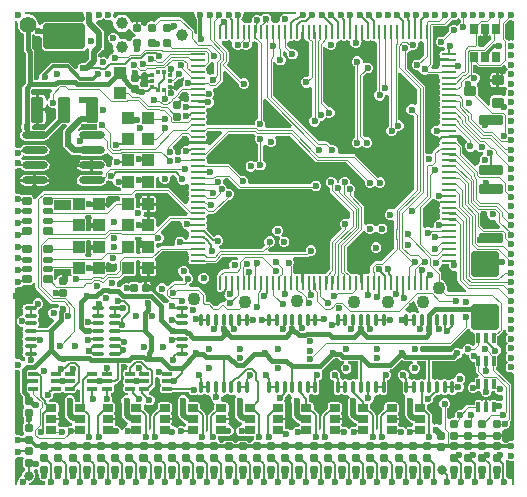
<source format=gtl>
G04*
G04 #@! TF.GenerationSoftware,Altium Limited,Altium Designer,22.11.1 (43)*
G04*
G04 Layer_Physical_Order=1*
G04 Layer_Color=255*
%FSLAX25Y25*%
%MOIN*%
G70*
G04*
G04 #@! TF.SameCoordinates,DDCEF256-112A-44DC-B3DA-E0C70B120CDF*
G04*
G04*
G04 #@! TF.FilePolarity,Positive*
G04*
G01*
G75*
%ADD13C,0.00787*%
%ADD17C,0.01968*%
%ADD18R,0.00787X0.21260*%
%ADD19R,0.00787X0.09055*%
%ADD20R,0.00787X0.23622*%
%ADD21R,0.00787X0.07874*%
%ADD22R,0.00787X0.08268*%
%ADD23R,0.00787X0.42126*%
%ADD24R,0.19685X0.00787*%
%ADD25R,0.26772X0.00787*%
%ADD26R,0.17717X0.00787*%
%ADD27R,0.00787X0.22441*%
%ADD28R,0.00787X0.06299*%
%ADD29R,0.05512X0.00787*%
%ADD30O,0.00866X0.05118*%
%ADD31O,0.05118X0.00866*%
G04:AMPARAMS|DCode=32|XSize=35.43mil|YSize=37.4mil|CornerRadius=3.54mil|HoleSize=0mil|Usage=FLASHONLY|Rotation=90.000|XOffset=0mil|YOffset=0mil|HoleType=Round|Shape=RoundedRectangle|*
%AMROUNDEDRECTD32*
21,1,0.03543,0.03032,0,0,90.0*
21,1,0.02835,0.03740,0,0,90.0*
1,1,0.00709,0.01516,0.01417*
1,1,0.00709,0.01516,-0.01417*
1,1,0.00709,-0.01516,-0.01417*
1,1,0.00709,-0.01516,0.01417*
%
%ADD32ROUNDEDRECTD32*%
G04:AMPARAMS|DCode=33|XSize=35.43mil|YSize=37.4mil|CornerRadius=3.54mil|HoleSize=0mil|Usage=FLASHONLY|Rotation=90.000|XOffset=0mil|YOffset=0mil|HoleType=Round|Shape=RoundedRectangle|*
%AMROUNDEDRECTD33*
21,1,0.03543,0.03032,0,0,90.0*
21,1,0.02835,0.03740,0,0,90.0*
1,1,0.00709,0.01516,0.01417*
1,1,0.00709,0.01516,-0.01417*
1,1,0.00709,-0.01516,-0.01417*
1,1,0.00709,-0.01516,0.01417*
%
%ADD33ROUNDEDRECTD33*%
G04:AMPARAMS|DCode=34|XSize=43.31mil|YSize=84.65mil|CornerRadius=4.33mil|HoleSize=0mil|Usage=FLASHONLY|Rotation=0.000|XOffset=0mil|YOffset=0mil|HoleType=Round|Shape=RoundedRectangle|*
%AMROUNDEDRECTD34*
21,1,0.04331,0.07598,0,0,0.0*
21,1,0.03465,0.08465,0,0,0.0*
1,1,0.00866,0.01732,-0.03799*
1,1,0.00866,-0.01732,-0.03799*
1,1,0.00866,-0.01732,0.03799*
1,1,0.00866,0.01732,0.03799*
%
%ADD34ROUNDEDRECTD34*%
G04:AMPARAMS|DCode=35|XSize=43.31mil|YSize=84.65mil|CornerRadius=4.33mil|HoleSize=0mil|Usage=FLASHONLY|Rotation=0.000|XOffset=0mil|YOffset=0mil|HoleType=Round|Shape=RoundedRectangle|*
%AMROUNDEDRECTD35*
21,1,0.04331,0.07599,0,0,0.0*
21,1,0.03465,0.08465,0,0,0.0*
1,1,0.00866,0.01732,-0.03799*
1,1,0.00866,-0.01732,-0.03799*
1,1,0.00866,-0.01732,0.03799*
1,1,0.00866,0.01732,0.03799*
%
%ADD35ROUNDEDRECTD35*%
G04:AMPARAMS|DCode=36|XSize=137.8mil|YSize=84.65mil|CornerRadius=8.47mil|HoleSize=0mil|Usage=FLASHONLY|Rotation=0.000|XOffset=0mil|YOffset=0mil|HoleType=Round|Shape=RoundedRectangle|*
%AMROUNDEDRECTD36*
21,1,0.13780,0.06772,0,0,0.0*
21,1,0.12087,0.08465,0,0,0.0*
1,1,0.01693,0.06043,-0.03386*
1,1,0.01693,-0.06043,-0.03386*
1,1,0.01693,-0.06043,0.03386*
1,1,0.01693,0.06043,0.03386*
%
%ADD36ROUNDEDRECTD36*%
G04:AMPARAMS|DCode=37|XSize=39.37mil|YSize=43.31mil|CornerRadius=3.94mil|HoleSize=0mil|Usage=FLASHONLY|Rotation=0.000|XOffset=0mil|YOffset=0mil|HoleType=Round|Shape=RoundedRectangle|*
%AMROUNDEDRECTD37*
21,1,0.03937,0.03543,0,0,0.0*
21,1,0.03150,0.04331,0,0,0.0*
1,1,0.00787,0.01575,-0.01772*
1,1,0.00787,-0.01575,-0.01772*
1,1,0.00787,-0.01575,0.01772*
1,1,0.00787,0.01575,0.01772*
%
%ADD37ROUNDEDRECTD37*%
G04:AMPARAMS|DCode=38|XSize=23.62mil|YSize=35.43mil|CornerRadius=2.36mil|HoleSize=0mil|Usage=FLASHONLY|Rotation=180.000|XOffset=0mil|YOffset=0mil|HoleType=Round|Shape=RoundedRectangle|*
%AMROUNDEDRECTD38*
21,1,0.02362,0.03071,0,0,180.0*
21,1,0.01890,0.03543,0,0,180.0*
1,1,0.00472,-0.00945,0.01535*
1,1,0.00472,0.00945,0.01535*
1,1,0.00472,0.00945,-0.01535*
1,1,0.00472,-0.00945,-0.01535*
%
%ADD38ROUNDEDRECTD38*%
G04:AMPARAMS|DCode=39|XSize=27.56mil|YSize=23.62mil|CornerRadius=2.36mil|HoleSize=0mil|Usage=FLASHONLY|Rotation=180.000|XOffset=0mil|YOffset=0mil|HoleType=Round|Shape=RoundedRectangle|*
%AMROUNDEDRECTD39*
21,1,0.02756,0.01890,0,0,180.0*
21,1,0.02284,0.02362,0,0,180.0*
1,1,0.00472,-0.01142,0.00945*
1,1,0.00472,0.01142,0.00945*
1,1,0.00472,0.01142,-0.00945*
1,1,0.00472,-0.01142,-0.00945*
%
%ADD39ROUNDEDRECTD39*%
G04:AMPARAMS|DCode=40|XSize=23.62mil|YSize=35.43mil|CornerRadius=2.36mil|HoleSize=0mil|Usage=FLASHONLY|Rotation=270.000|XOffset=0mil|YOffset=0mil|HoleType=Round|Shape=RoundedRectangle|*
%AMROUNDEDRECTD40*
21,1,0.02362,0.03071,0,0,270.0*
21,1,0.01890,0.03543,0,0,270.0*
1,1,0.00472,-0.01535,-0.00945*
1,1,0.00472,-0.01535,0.00945*
1,1,0.00472,0.01535,0.00945*
1,1,0.00472,0.01535,-0.00945*
%
%ADD40ROUNDEDRECTD40*%
G04:AMPARAMS|DCode=41|XSize=86.61mil|YSize=90.55mil|CornerRadius=8.66mil|HoleSize=0mil|Usage=FLASHONLY|Rotation=90.000|XOffset=0mil|YOffset=0mil|HoleType=Round|Shape=RoundedRectangle|*
%AMROUNDEDRECTD41*
21,1,0.08661,0.07323,0,0,90.0*
21,1,0.06929,0.09055,0,0,90.0*
1,1,0.01732,0.03661,0.03465*
1,1,0.01732,0.03661,-0.03465*
1,1,0.01732,-0.03661,-0.03465*
1,1,0.01732,-0.03661,0.03465*
%
%ADD41ROUNDEDRECTD41*%
%ADD42C,0.03150*%
G04:AMPARAMS|DCode=43|XSize=25.59mil|YSize=31.5mil|CornerRadius=2.56mil|HoleSize=0mil|Usage=FLASHONLY|Rotation=90.000|XOffset=0mil|YOffset=0mil|HoleType=Round|Shape=RoundedRectangle|*
%AMROUNDEDRECTD43*
21,1,0.02559,0.02638,0,0,90.0*
21,1,0.02047,0.03150,0,0,90.0*
1,1,0.00512,0.01319,0.01024*
1,1,0.00512,0.01319,-0.01024*
1,1,0.00512,-0.01319,-0.01024*
1,1,0.00512,-0.01319,0.01024*
%
%ADD43ROUNDEDRECTD43*%
G04:AMPARAMS|DCode=44|XSize=17.72mil|YSize=31.5mil|CornerRadius=1.77mil|HoleSize=0mil|Usage=FLASHONLY|Rotation=90.000|XOffset=0mil|YOffset=0mil|HoleType=Round|Shape=RoundedRectangle|*
%AMROUNDEDRECTD44*
21,1,0.01772,0.02795,0,0,90.0*
21,1,0.01417,0.03150,0,0,90.0*
1,1,0.00354,0.01398,0.00709*
1,1,0.00354,0.01398,-0.00709*
1,1,0.00354,-0.01398,-0.00709*
1,1,0.00354,-0.01398,0.00709*
%
%ADD44ROUNDEDRECTD44*%
G04:AMPARAMS|DCode=45|XSize=31.5mil|YSize=78.74mil|CornerRadius=3.15mil|HoleSize=0mil|Usage=FLASHONLY|Rotation=90.000|XOffset=0mil|YOffset=0mil|HoleType=Round|Shape=RoundedRectangle|*
%AMROUNDEDRECTD45*
21,1,0.03150,0.07244,0,0,90.0*
21,1,0.02520,0.07874,0,0,90.0*
1,1,0.00630,0.03622,0.01260*
1,1,0.00630,0.03622,-0.01260*
1,1,0.00630,-0.03622,-0.01260*
1,1,0.00630,-0.03622,0.01260*
%
%ADD45ROUNDEDRECTD45*%
%ADD46O,0.01181X0.04331*%
%ADD47O,0.04331X0.01181*%
G04:AMPARAMS|DCode=48|XSize=12.6mil|YSize=31.5mil|CornerRadius=1.26mil|HoleSize=0mil|Usage=FLASHONLY|Rotation=90.000|XOffset=0mil|YOffset=0mil|HoleType=Round|Shape=RoundedRectangle|*
%AMROUNDEDRECTD48*
21,1,0.01260,0.02898,0,0,90.0*
21,1,0.01008,0.03150,0,0,90.0*
1,1,0.00252,0.01449,0.00504*
1,1,0.00252,0.01449,-0.00504*
1,1,0.00252,-0.01449,-0.00504*
1,1,0.00252,-0.01449,0.00504*
%
%ADD48ROUNDEDRECTD48*%
%ADD49O,0.08661X0.02362*%
G04:AMPARAMS|DCode=50|XSize=12.6mil|YSize=31.5mil|CornerRadius=1.26mil|HoleSize=0mil|Usage=FLASHONLY|Rotation=180.000|XOffset=0mil|YOffset=0mil|HoleType=Round|Shape=RoundedRectangle|*
%AMROUNDEDRECTD50*
21,1,0.01260,0.02898,0,0,180.0*
21,1,0.01008,0.03150,0,0,180.0*
1,1,0.00252,-0.00504,0.01449*
1,1,0.00252,0.00504,0.01449*
1,1,0.00252,0.00504,-0.01449*
1,1,0.00252,-0.00504,-0.01449*
%
%ADD50ROUNDEDRECTD50*%
%ADD51R,0.01476X0.01378*%
%ADD52R,0.01378X0.01476*%
G04:AMPARAMS|DCode=53|XSize=39.37mil|YSize=43.31mil|CornerRadius=3.94mil|HoleSize=0mil|Usage=FLASHONLY|Rotation=270.000|XOffset=0mil|YOffset=0mil|HoleType=Round|Shape=RoundedRectangle|*
%AMROUNDEDRECTD53*
21,1,0.03937,0.03543,0,0,270.0*
21,1,0.03150,0.04331,0,0,270.0*
1,1,0.00787,-0.01772,-0.01575*
1,1,0.00787,-0.01772,0.01575*
1,1,0.00787,0.01772,0.01575*
1,1,0.00787,0.01772,-0.01575*
%
%ADD53ROUNDEDRECTD53*%
G04:AMPARAMS|DCode=54|XSize=27.56mil|YSize=23.62mil|CornerRadius=2.36mil|HoleSize=0mil|Usage=FLASHONLY|Rotation=90.000|XOffset=0mil|YOffset=0mil|HoleType=Round|Shape=RoundedRectangle|*
%AMROUNDEDRECTD54*
21,1,0.02756,0.01890,0,0,90.0*
21,1,0.02284,0.02362,0,0,90.0*
1,1,0.00472,0.00945,0.01142*
1,1,0.00472,0.00945,-0.01142*
1,1,0.00472,-0.00945,-0.01142*
1,1,0.00472,-0.00945,0.01142*
%
%ADD54ROUNDEDRECTD54*%
%ADD84C,0.03100*%
%ADD85C,0.00492*%
%ADD86C,0.01181*%
%ADD87C,0.01575*%
%ADD88C,0.02362*%
%ADD89C,0.03900*%
%ADD90C,0.04331*%
%ADD91C,0.05512*%
G36*
X83193Y157087D02*
X82780Y156915D01*
X82281Y156417D01*
X82025Y156366D01*
X81900Y156491D01*
X81248Y156761D01*
X80544D01*
X79893Y156491D01*
X79394Y155993D01*
X79124Y155341D01*
Y154801D01*
X78961Y154586D01*
X78753Y154404D01*
X78448Y154213D01*
X78248Y154252D01*
X77849Y154173D01*
X77510Y153947D01*
X77017Y153947D01*
X76679Y154173D01*
X76279Y154252D01*
X76254Y154247D01*
X75609Y154755D01*
X75539Y155317D01*
X75911Y155689D01*
X76181Y156341D01*
Y157045D01*
X76164Y157087D01*
X76690Y157874D01*
X83037D01*
X83193Y157087D01*
D02*
G37*
G36*
X148546Y155248D02*
X148603Y155191D01*
X148708Y155148D01*
Y154267D01*
X148512Y154186D01*
X148013Y153688D01*
X147998Y153651D01*
X147368Y153181D01*
X147064Y153298D01*
X146710Y153445D01*
X146005D01*
X145353Y153175D01*
X144855Y152677D01*
X144585Y152026D01*
Y151385D01*
X142645Y149445D01*
X142495Y149507D01*
X141790D01*
X141139Y149238D01*
X140640Y148739D01*
X140371Y148088D01*
Y147383D01*
X140640Y146732D01*
X141139Y146234D01*
X141790Y145964D01*
X142495D01*
X143028Y146099D01*
X143373Y145395D01*
X143008Y144744D01*
X142559D01*
X142160Y144665D01*
X141821Y144439D01*
X141595Y144100D01*
X141515Y143701D01*
X141595Y143301D01*
X141821Y142963D01*
X141821Y142470D01*
X141657Y142224D01*
X144685D01*
Y141240D01*
X141657D01*
X141821Y140994D01*
Y140502D01*
X141595Y140163D01*
X141515Y139764D01*
X141581Y139436D01*
X141563Y139316D01*
X141126Y138648D01*
X139000D01*
X138673Y139436D01*
X139056Y139819D01*
X139241Y140095D01*
X139306Y140422D01*
Y148365D01*
X139327Y148471D01*
Y152936D01*
X143118D01*
X143444Y153001D01*
X143721Y153186D01*
X145646Y155111D01*
X146104Y154921D01*
X146809D01*
X147460Y155191D01*
X147517Y155248D01*
X148031Y155635D01*
X148546Y155248D01*
D02*
G37*
G36*
X89753Y157090D02*
X89102Y156820D01*
X88603Y156322D01*
X88334Y155671D01*
Y155007D01*
X88322Y154933D01*
X88311Y154900D01*
X87801Y154195D01*
X87691Y154173D01*
X87353Y153947D01*
X86860D01*
X86521Y154173D01*
X86122Y154252D01*
X86068Y154242D01*
X85483Y154888D01*
X85555Y155061D01*
Y155766D01*
X85285Y156417D01*
X84787Y156915D01*
X84373Y157087D01*
X84530Y157874D01*
X89745D01*
X89753Y157090D01*
D02*
G37*
G36*
X23049Y157087D02*
X23031Y157045D01*
Y156341D01*
X23273Y155758D01*
Y155122D01*
X22579Y154457D01*
X10492D01*
X9932Y154346D01*
X9456Y154028D01*
X9138Y153553D01*
X8465Y153235D01*
X7677Y153581D01*
Y153984D01*
X7449Y154835D01*
X7009Y155598D01*
X6385Y156221D01*
X5622Y156662D01*
X4771Y156890D01*
X3890D01*
X3740Y156850D01*
X3726Y156853D01*
X3636Y157087D01*
X4176Y157874D01*
X22523D01*
X23049Y157087D01*
D02*
G37*
G36*
X60057D02*
X60039Y157045D01*
Y156341D01*
X60309Y155689D01*
X60607Y155392D01*
Y150614D01*
X60575Y150540D01*
X60569Y150536D01*
X59781Y150965D01*
Y151258D01*
X59716Y151585D01*
X59532Y151861D01*
X55721Y155672D01*
X55444Y155857D01*
X55118Y155922D01*
X48376D01*
X48050Y155857D01*
X47773Y155672D01*
X46533Y154433D01*
X46174Y154581D01*
X45322D01*
X44536Y154256D01*
X43933Y153654D01*
X43642Y152949D01*
X43248Y152906D01*
X42854Y152949D01*
X42563Y153654D01*
X41961Y154256D01*
X41240Y154554D01*
Y152441D01*
X40256D01*
Y154554D01*
X39536Y154256D01*
X39470Y154190D01*
X39085Y154257D01*
X38642Y154476D01*
X38482Y155073D01*
X38096Y155743D01*
X37550Y156289D01*
X36881Y156675D01*
X36134Y156875D01*
X35362D01*
X34615Y156675D01*
X33946Y156289D01*
X33534Y155877D01*
X32867Y156323D01*
X32874Y156341D01*
Y157045D01*
X32857Y157087D01*
X33383Y157874D01*
X59530D01*
X60057Y157087D01*
D02*
G37*
G36*
X157183Y149760D02*
X157635D01*
X157958Y149824D01*
X158082Y149907D01*
X158092Y149913D01*
X158603Y149753D01*
X158879Y149565D01*
Y148750D01*
X156181Y146053D01*
X155183D01*
X154502Y146572D01*
Y149565D01*
X154778Y149753D01*
X155289Y149913D01*
X155299Y149907D01*
X155423Y149824D01*
X155746Y149760D01*
X156198D01*
Y152139D01*
X157183D01*
Y149760D01*
D02*
G37*
G36*
X165002Y154921D02*
X165707D01*
X165748Y154938D01*
X166535Y154412D01*
Y148737D01*
X165748Y148211D01*
X165707Y148228D01*
X165002D01*
X164903Y148188D01*
X164802Y148189D01*
X164051Y148522D01*
X163866Y148799D01*
X163501Y149165D01*
Y153633D01*
X164851Y154984D01*
X165002Y154921D01*
D02*
G37*
G36*
X96457Y148054D02*
X96703Y148219D01*
X97195Y148219D01*
X97534Y147993D01*
X97730Y147953D01*
X98152Y147531D01*
Y136585D01*
X97597Y136024D01*
X96892D01*
X96241Y135754D01*
X95742Y135256D01*
X95473Y134604D01*
Y133900D01*
X95742Y133248D01*
X96241Y132750D01*
X96892Y132480D01*
X97597D01*
X98248Y132750D01*
X98360Y132862D01*
X99147Y132536D01*
Y122824D01*
X98997Y122762D01*
X98498Y122263D01*
X98228Y121612D01*
Y120907D01*
X98498Y120256D01*
X98997Y119758D01*
X99648Y119488D01*
X100352D01*
X101004Y119758D01*
X101502Y120256D01*
X101772Y120907D01*
Y121507D01*
X102371D01*
X103022Y121776D01*
X103520Y122275D01*
X103668Y122630D01*
X103824Y122661D01*
X104475Y122392D01*
X105180D01*
X105832Y122661D01*
X106330Y123160D01*
X106600Y123811D01*
Y124516D01*
X106330Y125167D01*
X105832Y125665D01*
X105180Y125935D01*
X104769D01*
X102822Y127882D01*
Y145948D01*
X102976Y146061D01*
X103910Y145863D01*
X104408Y145365D01*
X105059Y145095D01*
X105764D01*
X106415Y145365D01*
X106913Y145863D01*
X107183Y146515D01*
Y147219D01*
X107168Y147257D01*
X107746Y147919D01*
X107776Y147913D01*
X108175Y147993D01*
X108514Y148219D01*
X109006Y148219D01*
X109345Y147992D01*
X109744Y147913D01*
X110143Y147992D01*
X110482Y148219D01*
X110975D01*
X111313Y147993D01*
X111713Y147913D01*
X111894Y147172D01*
X112164Y146521D01*
X112662Y146022D01*
X113314Y145753D01*
X114018D01*
X114670Y146022D01*
X115168Y146521D01*
X115438Y147172D01*
X115650Y147913D01*
X116049Y147993D01*
X116388Y148219D01*
X116880Y148219D01*
X117219Y147993D01*
X117618Y147913D01*
X118017Y147993D01*
X118356Y148219D01*
X118849Y148219D01*
X119187Y147993D01*
X119587Y147913D01*
X119915Y147978D01*
X120034Y147961D01*
X120702Y147524D01*
Y131445D01*
X120650Y131423D01*
X120152Y130925D01*
X119882Y130274D01*
Y129569D01*
X120152Y128918D01*
X120650Y128419D01*
X121301Y128150D01*
X122006D01*
X122657Y128419D01*
X123155Y128918D01*
X123425Y129569D01*
Y129926D01*
X123941Y130170D01*
X124639Y129691D01*
Y119634D01*
X124587Y119612D01*
X124089Y119114D01*
X123819Y118463D01*
Y117758D01*
X124089Y117107D01*
X124587Y116608D01*
X125238Y116339D01*
X125943D01*
X126594Y116608D01*
X127093Y117107D01*
X127362Y117758D01*
Y117945D01*
X127522Y118051D01*
X128226D01*
X128878Y118321D01*
X129376Y118819D01*
X129646Y119471D01*
Y120175D01*
X129376Y120826D01*
X128878Y121325D01*
X128226Y121595D01*
X127871D01*
Y137222D01*
X128598Y137523D01*
X134137Y131984D01*
Y126962D01*
X133350Y126636D01*
X133287Y126699D01*
X132636Y126969D01*
X131931D01*
X131280Y126699D01*
X130781Y126200D01*
X130512Y125549D01*
Y124845D01*
X130781Y124193D01*
X131280Y123695D01*
X131931Y123425D01*
X132636D01*
X133153Y122825D01*
Y98787D01*
X126647Y92281D01*
X126444Y92003D01*
X125648Y91944D01*
X125575Y91975D01*
X124870D01*
X124219Y91705D01*
X123720Y91207D01*
X123451Y90556D01*
Y89851D01*
X123720Y89200D01*
X124219Y88701D01*
X124870Y88432D01*
X125575D01*
X125610Y88446D01*
X126398Y87920D01*
Y85761D01*
X126325Y85652D01*
X126260Y85326D01*
Y82105D01*
X126325Y81779D01*
X126398Y81670D01*
Y78916D01*
X122194Y74712D01*
X120465D01*
X120138Y74647D01*
X119862Y74462D01*
X118737Y73338D01*
X118552Y73061D01*
X118488Y72735D01*
Y71145D01*
X118488Y71144D01*
X118308Y70903D01*
X117862Y70542D01*
X117618Y70591D01*
X117219Y70512D01*
X116880Y70285D01*
X116388Y70285D01*
X116142Y70450D01*
Y67421D01*
X115157D01*
Y70450D01*
X114912Y70285D01*
X114419Y70285D01*
X114081Y70512D01*
X113681Y70591D01*
X113282Y70512D01*
X112943Y70285D01*
X112451Y70285D01*
X112112Y70512D01*
X112042Y70525D01*
X110696Y71872D01*
Y79216D01*
X116079Y84600D01*
X116439Y84610D01*
X116977Y84489D01*
X117002Y84430D01*
X117500Y83931D01*
X118151Y83662D01*
X118856D01*
X119508Y83931D01*
X120006Y84430D01*
X120046Y84527D01*
X120899D01*
X120939Y84430D01*
X121437Y83931D01*
X122089Y83662D01*
X122793D01*
X123444Y83931D01*
X123943Y84430D01*
X124213Y85081D01*
Y85786D01*
X123943Y86437D01*
X123444Y86935D01*
X122793Y87205D01*
X122089D01*
X121437Y86935D01*
X120939Y86437D01*
X120899Y86339D01*
X120046D01*
X120006Y86437D01*
X119508Y86935D01*
X118856Y87205D01*
X118151D01*
X117500Y86935D01*
X117192Y86626D01*
X116404Y86894D01*
Y92725D01*
X116339Y93051D01*
X116154Y93328D01*
X113032Y96450D01*
X112994Y96535D01*
X113054Y97501D01*
X113215Y97662D01*
X113484Y98313D01*
Y99018D01*
X113215Y99669D01*
X112716Y100168D01*
X112065Y100437D01*
X112007D01*
X111705Y100545D01*
Y101250D01*
X111435Y101901D01*
X110937Y102400D01*
X110286Y102669D01*
X109581D01*
X108930Y102400D01*
X108432Y101901D01*
X108162Y101250D01*
Y100915D01*
X108079Y100859D01*
X107374D01*
X107283Y100920D01*
Y101250D01*
X107014Y101901D01*
X106515Y102400D01*
X105864Y102669D01*
X105159D01*
X104508Y102400D01*
X104010Y101901D01*
X103740Y101250D01*
Y100545D01*
X104010Y99894D01*
X104508Y99396D01*
X104954Y99211D01*
Y98293D01*
X105019Y97966D01*
X105204Y97690D01*
X111745Y91148D01*
Y89088D01*
X111658Y88988D01*
X110958Y88626D01*
X110589Y88779D01*
X109884D01*
X109233Y88510D01*
X108734Y88011D01*
X108465Y87360D01*
Y86655D01*
X108734Y86004D01*
X109119Y85620D01*
X105302Y81803D01*
X105117Y81526D01*
X105052Y81200D01*
Y71967D01*
X103636Y70551D01*
X103439Y70512D01*
X103101Y70285D01*
X102608Y70285D01*
X102269Y70512D01*
X101870Y70591D01*
X101471Y70512D01*
X101132Y70285D01*
X100640Y70285D01*
X100301Y70512D01*
X99902Y70591D01*
X99502Y70512D01*
X99164Y70285D01*
X98671Y70285D01*
X98333Y70512D01*
X97933Y70591D01*
X97534Y70512D01*
X97195Y70285D01*
X96703Y70285D01*
X96457Y70450D01*
Y67421D01*
X95472D01*
Y70450D01*
X95227Y70285D01*
X94734Y70285D01*
X94396Y70512D01*
X93996Y70591D01*
X93597Y70512D01*
X93575Y70497D01*
X92788Y70891D01*
Y73110D01*
X92780Y73149D01*
X92840Y73209D01*
X93110Y73860D01*
Y74565D01*
X92840Y75216D01*
X92778Y75279D01*
X93104Y76066D01*
X97463D01*
X97790Y76131D01*
X98067Y76316D01*
X98213Y76463D01*
X98364Y76401D01*
X99069D01*
X99720Y76670D01*
X100218Y77169D01*
X100488Y77820D01*
Y78525D01*
X100218Y79176D01*
X99720Y79674D01*
X99069Y79944D01*
X98364D01*
X97713Y79674D01*
X97214Y79176D01*
X96945Y78525D01*
Y77820D01*
X96913Y77772D01*
X84732D01*
X84431Y78500D01*
X85203Y79273D01*
X85269Y79371D01*
X85310D01*
X85962Y79641D01*
X86460Y80139D01*
X86730Y80790D01*
Y81495D01*
X86460Y82146D01*
X85962Y82645D01*
X85310Y82914D01*
X84605D01*
X83954Y82645D01*
X83456Y82146D01*
X83186Y81495D01*
Y80790D01*
X83456Y80139D01*
X83557Y80038D01*
X82275Y78757D01*
X68303D01*
X67931Y79226D01*
X68069Y79725D01*
X68720Y79994D01*
X69218Y80493D01*
X69488Y81144D01*
Y81849D01*
X69218Y82500D01*
X68720Y82998D01*
X68069Y83268D01*
X67364D01*
X66713Y82998D01*
X66516Y82801D01*
X66413D01*
X64126Y85088D01*
X63888Y85876D01*
X64114Y86215D01*
X64193Y86614D01*
X64114Y87014D01*
X63888Y87352D01*
X63888Y87845D01*
X64114Y88183D01*
X64193Y88583D01*
X64114Y88982D01*
X63888Y89321D01*
X63888Y89813D01*
X64114Y90152D01*
X64281Y90535D01*
X64932Y90535D01*
X66149D01*
X66476Y90600D01*
X66752Y90785D01*
X71145Y95177D01*
X71612D01*
X72263Y95447D01*
X72762Y95945D01*
X73032Y96596D01*
Y97301D01*
X72762Y97952D01*
X72263Y98451D01*
X71612Y98721D01*
X70907D01*
X70511Y99409D01*
X70432Y99601D01*
X69933Y100099D01*
X69296Y100364D01*
X69488Y100829D01*
Y101533D01*
X70045Y102248D01*
X71105D01*
X74550Y98802D01*
X74827Y98617D01*
X75153Y98552D01*
X99052D01*
X99390Y98215D01*
X100041Y97945D01*
X100746D01*
X101397Y98215D01*
X101896Y98713D01*
X102165Y99364D01*
Y100069D01*
X101896Y100720D01*
X101397Y101218D01*
X100746Y101488D01*
X100041D01*
X99390Y101218D01*
X98892Y100720D01*
X98700Y100258D01*
X78276D01*
X77720Y100972D01*
Y101677D01*
X77450Y102328D01*
X76952Y102827D01*
X76301Y103096D01*
X75596D01*
X75445Y103034D01*
X71577Y106902D01*
X71300Y107087D01*
X70973Y107152D01*
X64582D01*
X64145Y107820D01*
X64128Y107940D01*
X64193Y108268D01*
X64114Y108667D01*
X63888Y109006D01*
X63888Y109498D01*
X64114Y109837D01*
X64153Y110033D01*
X71328Y117208D01*
X79645D01*
X80182Y116671D01*
X80388Y116358D01*
X80118Y115707D01*
Y115002D01*
X80388Y114351D01*
X80886Y113852D01*
X81037Y113790D01*
Y108257D01*
X80886Y108195D01*
X80388Y107696D01*
X79603Y107860D01*
X79093Y108071D01*
X78388D01*
X77737Y107801D01*
X77238Y107303D01*
X76968Y106652D01*
Y105947D01*
X77238Y105296D01*
X77737Y104797D01*
X78388Y104528D01*
X79093D01*
X79744Y104797D01*
X80242Y105296D01*
X81027Y105133D01*
X81537Y104921D01*
X82242D01*
X82893Y105191D01*
X83392Y105689D01*
X83661Y106341D01*
Y107045D01*
X83392Y107696D01*
X82893Y108195D01*
X82743Y108257D01*
Y113143D01*
X83116Y113435D01*
X83935Y113468D01*
X84433Y112969D01*
X85084Y112700D01*
X85789D01*
X86440Y112969D01*
X86939Y113468D01*
X87208Y114119D01*
Y114824D01*
X86939Y115475D01*
X86780Y115633D01*
X87106Y116421D01*
X91653D01*
X100163Y107911D01*
X100439Y107726D01*
X100766Y107661D01*
X110424D01*
X116795Y101290D01*
X116732Y101140D01*
Y100435D01*
X117002Y99784D01*
X117500Y99286D01*
X118151Y99016D01*
X118856D01*
X119508Y99286D01*
X119564Y99342D01*
X120079Y99729D01*
X120593Y99342D01*
X120650Y99286D01*
X121301Y99016D01*
X122006D01*
X122657Y99286D01*
X123155Y99784D01*
X123425Y100435D01*
Y101140D01*
X123155Y101791D01*
X122657Y102289D01*
X122006Y102559D01*
X121301D01*
X121151Y102497D01*
X113546Y110101D01*
X113269Y110286D01*
X112943Y110351D01*
X108173D01*
X107647Y111138D01*
X107677Y111213D01*
Y111917D01*
X107407Y112569D01*
X106909Y113067D01*
X106258Y113337D01*
X105553D01*
X105298Y113231D01*
X104196Y114333D01*
X103919Y114518D01*
X103593Y114583D01*
X101401D01*
X86126Y129858D01*
Y140900D01*
X86914Y141056D01*
X87078Y140660D01*
X87576Y140162D01*
X88227Y139892D01*
X88932D01*
X89583Y140162D01*
X90082Y140660D01*
X90351Y141311D01*
Y142016D01*
X90082Y142667D01*
X89583Y143166D01*
X89433Y143228D01*
Y144468D01*
X90220Y144794D01*
X90810Y144204D01*
X90748Y144053D01*
Y143348D01*
X91018Y142697D01*
X91516Y142199D01*
X92167Y141929D01*
X92872D01*
X93523Y142199D01*
X94022Y142697D01*
X94291Y143348D01*
Y144053D01*
X94022Y144704D01*
X93523Y145203D01*
X92872Y145472D01*
X92167D01*
X92017Y145410D01*
X90912Y146515D01*
Y147524D01*
X91580Y147961D01*
X91699Y147978D01*
X92028Y147913D01*
X92427Y147993D01*
X92766Y148219D01*
X93258Y148219D01*
X93597Y147993D01*
X93996Y147913D01*
X94396Y147993D01*
X94734Y148219D01*
X95227Y148219D01*
X95472Y148054D01*
Y151083D01*
X96457D01*
Y148054D01*
D02*
G37*
G36*
X30042Y155248D02*
X30099Y155191D01*
X30750Y154921D01*
X31455D01*
X32106Y155191D01*
X32226Y155163D01*
X32814Y154327D01*
Y153555D01*
X33014Y152808D01*
X33400Y152139D01*
X33946Y151593D01*
X34615Y151207D01*
X35362Y151007D01*
X36134D01*
X36881Y151207D01*
X37550Y151593D01*
X37865Y151908D01*
X37917Y151915D01*
X38668Y151755D01*
X38733Y151711D01*
X38933Y151228D01*
X39536Y150626D01*
X40240Y150335D01*
X40283Y149941D01*
X40240Y149547D01*
X39536Y149256D01*
X38933Y148653D01*
X38733Y148170D01*
X38668Y148127D01*
X37917Y147967D01*
X37865Y147974D01*
X37550Y148289D01*
X36881Y148675D01*
X36134Y148875D01*
X35362D01*
X35217Y148836D01*
X34666Y149259D01*
X34396Y149910D01*
X33898Y150408D01*
X33247Y150678D01*
X32542D01*
X31891Y150408D01*
X31393Y149910D01*
X31123Y149259D01*
Y148554D01*
X31393Y147903D01*
X31891Y147404D01*
X32301Y147234D01*
X32542Y147135D01*
X32819Y146347D01*
X32814Y146327D01*
Y145555D01*
X32994Y144882D01*
X32991Y144761D01*
X32605Y143941D01*
X32325Y143825D01*
X31826Y143326D01*
X31557Y142675D01*
Y142354D01*
X30769Y142102D01*
X30449Y142421D01*
X29798Y142691D01*
X29093D01*
X28699Y142528D01*
X28033Y142858D01*
X27911Y142989D01*
Y143624D01*
X29281Y144994D01*
X29281Y144994D01*
X29629Y145515D01*
X29751Y146130D01*
X29751Y146130D01*
Y150710D01*
X29751Y150710D01*
X29629Y151325D01*
X29281Y151846D01*
X26959Y154168D01*
X27001Y154317D01*
X27600Y154921D01*
X28305D01*
X28956Y155191D01*
X29013Y155248D01*
X29528Y155635D01*
X30042Y155248D01*
D02*
G37*
G36*
X71943Y147993D02*
X72010Y147979D01*
X72518Y147249D01*
X72540Y147150D01*
Y146498D01*
X72810Y145847D01*
X73308Y145349D01*
X73960Y145079D01*
X74664D01*
X75316Y145349D01*
X75689Y145722D01*
X76161Y145250D01*
X76812Y144980D01*
X77517D01*
X78168Y145250D01*
X78667Y145748D01*
X78936Y146400D01*
Y147104D01*
X79403Y147824D01*
X79792Y147982D01*
X79880Y147980D01*
X80216Y147913D01*
X80229Y147915D01*
X80277Y147883D01*
X80425Y147854D01*
X81085Y147194D01*
Y122138D01*
X80689Y121974D01*
X80191Y121476D01*
X79921Y120825D01*
Y120120D01*
X79773Y119898D01*
X64341D01*
X64193Y120079D01*
X64114Y120478D01*
X63888Y120817D01*
X63888Y121309D01*
X64114Y121648D01*
X64193Y122047D01*
X64114Y122447D01*
X63888Y122785D01*
X63888Y123278D01*
X64114Y123616D01*
X64193Y124016D01*
X64114Y124415D01*
X63888Y124754D01*
X63888Y125246D01*
X64114Y125585D01*
X64147Y125751D01*
X64215Y125787D01*
X64919D01*
X65570Y126057D01*
X66069Y126556D01*
X66339Y127207D01*
Y127911D01*
X66069Y128563D01*
X65688Y128944D01*
X66153Y129409D01*
X66422Y130060D01*
Y130765D01*
X66153Y131416D01*
X65973Y131595D01*
X66300Y132382D01*
X66761D01*
X67087Y132447D01*
X67364Y132632D01*
X69128Y134396D01*
X69313Y134673D01*
X69378Y135000D01*
Y137877D01*
X70105Y138179D01*
X74606Y133678D01*
Y133506D01*
X74876Y132855D01*
X75374Y132356D01*
X76026Y132087D01*
X76730D01*
X77381Y132356D01*
X77880Y132855D01*
X78150Y133506D01*
Y134211D01*
X77880Y134862D01*
X77381Y135360D01*
X76730Y135630D01*
X76026D01*
X75374Y135360D01*
X75355Y135341D01*
X70512Y140185D01*
X71026Y140700D01*
X71211Y140977D01*
X71276Y141303D01*
Y144524D01*
X71211Y144850D01*
X71026Y145127D01*
X69047Y147106D01*
X69198Y147896D01*
X69843Y148080D01*
X69975Y147992D01*
X70374Y147913D01*
X70773Y147992D01*
X71112Y148219D01*
X71605D01*
X71943Y147993D01*
D02*
G37*
G36*
X135335Y147913D02*
X135663Y147978D01*
X135782Y147961D01*
X136450Y147524D01*
Y143544D01*
X134674Y141768D01*
X134524Y141831D01*
X133819D01*
X133168Y141561D01*
X132669Y141063D01*
X132400Y140411D01*
Y139707D01*
X132669Y139056D01*
X133168Y138557D01*
X133819Y138287D01*
X134524D01*
X135077Y137664D01*
X135112Y137579D01*
X135611Y137081D01*
X136262Y136811D01*
X136967D01*
X137527Y137043D01*
X137581Y137007D01*
X137908Y136942D01*
X141126D01*
X141563Y136274D01*
X141581Y136155D01*
X141515Y135827D01*
X141595Y135427D01*
X141821Y135089D01*
X141821Y134596D01*
X141595Y134258D01*
X141515Y133858D01*
X141595Y133459D01*
X141821Y133120D01*
X141821Y132628D01*
X141595Y132289D01*
X141515Y131890D01*
X141595Y131490D01*
X141821Y131152D01*
X141821Y130659D01*
X141595Y130321D01*
X141515Y129921D01*
X141595Y129522D01*
X141821Y129183D01*
X141821Y128691D01*
X141595Y128352D01*
X141515Y127953D01*
X141595Y127553D01*
X141821Y127215D01*
X141821Y126722D01*
X141595Y126384D01*
X141515Y125984D01*
X141595Y125585D01*
X141821Y125246D01*
Y124754D01*
X141595Y124415D01*
X141515Y124016D01*
X141595Y123616D01*
X141821Y123278D01*
X141821Y122785D01*
X141595Y122447D01*
X141515Y122047D01*
X141595Y121648D01*
X141821Y121309D01*
X141821Y120817D01*
X141595Y120478D01*
X141113Y119975D01*
X140752Y119882D01*
X140319D01*
X139668Y119612D01*
X139170Y119114D01*
X138900Y118463D01*
Y117758D01*
X139170Y117107D01*
X139668Y116608D01*
X140319Y116339D01*
X140752D01*
X141113Y116245D01*
X141595Y115742D01*
X141821Y115404D01*
X141821Y114911D01*
X141595Y114573D01*
X141515Y114173D01*
X141582Y113839D01*
X141584Y113747D01*
X141273Y112997D01*
X141251Y112979D01*
X140995Y112808D01*
X139505Y111318D01*
X139320Y111042D01*
X139306Y110969D01*
X138643Y110473D01*
X138541Y110433D01*
X137837D01*
X137615Y110341D01*
X136827Y110834D01*
Y132745D01*
X136762Y133072D01*
X136578Y133349D01*
X130774Y139152D01*
Y144105D01*
X130925Y144167D01*
X131423Y144666D01*
X132325Y145079D01*
X133030D01*
X133681Y145349D01*
X134179Y145847D01*
X134449Y146498D01*
Y147203D01*
X134353Y147435D01*
X134804Y147867D01*
X134977Y147984D01*
X135335Y147913D01*
D02*
G37*
G36*
X6870Y149876D02*
X7522Y149606D01*
X8226D01*
X8240Y149612D01*
X9027Y149086D01*
Y146221D01*
X9138Y145660D01*
X9456Y145185D01*
X9932Y144867D01*
X10492Y144755D01*
X22579D01*
X23139Y144867D01*
X23615Y145185D01*
X23932Y145660D01*
X24572Y145763D01*
X24828Y144913D01*
X24822Y144904D01*
X24700Y144289D01*
X24700Y144289D01*
Y141931D01*
X23450Y140682D01*
X23296D01*
X23077Y140772D01*
X22372D01*
X21721Y140502D01*
X21223Y140004D01*
X20953Y139353D01*
Y139055D01*
X20166Y138728D01*
X18476Y140419D01*
X18085Y140680D01*
X17624Y140771D01*
X17624Y140771D01*
X12598D01*
X12138Y140680D01*
X11747Y140419D01*
X11747Y140418D01*
X9371Y138042D01*
X9110Y137651D01*
X9102Y137614D01*
X8992Y137569D01*
X8494Y137071D01*
X8224Y136419D01*
Y135715D01*
X7664Y135011D01*
X6523D01*
Y144488D01*
X6416Y145026D01*
X6112Y145482D01*
X5736Y145858D01*
Y149982D01*
X5816Y150032D01*
X6523Y150223D01*
X6870Y149876D01*
D02*
G37*
G36*
X154296Y139577D02*
X154573Y139392D01*
X154899Y139327D01*
X161779D01*
X162106Y139392D01*
X162382Y139577D01*
X162795Y139990D01*
X163201Y139894D01*
X163624Y139705D01*
X163852Y139154D01*
X163909Y139097D01*
X164296Y138583D01*
X163909Y138068D01*
X163852Y138011D01*
X163712Y137673D01*
X162984Y137332D01*
X162795Y137323D01*
X162546Y137373D01*
X161522D01*
Y134992D01*
Y132611D01*
X162546D01*
X162915Y132685D01*
X162962Y132716D01*
X163779Y132568D01*
X164054Y131962D01*
X163909Y131769D01*
X163852Y131712D01*
X163583Y131061D01*
Y130356D01*
X163604Y130306D01*
X162968Y129783D01*
X162915Y129819D01*
X162546Y129892D01*
X159514D01*
X159146Y129819D01*
X158833Y129610D01*
X158624Y129298D01*
X158551Y128929D01*
Y126799D01*
X157764Y126473D01*
X154257Y129979D01*
Y132669D01*
X154184Y133038D01*
X154070Y133208D01*
X154137Y133842D01*
X154230Y134127D01*
X154233Y134128D01*
X154732Y134626D01*
X155001Y135277D01*
Y135982D01*
X154732Y136634D01*
X154233Y137132D01*
X153582Y137402D01*
X152877D01*
X152868Y137408D01*
Y140084D01*
X153656Y140217D01*
X154296Y139577D01*
D02*
G37*
G36*
X66536Y140776D02*
Y137654D01*
X66318Y136926D01*
X65614D01*
X65132Y136727D01*
X64401Y136904D01*
X64219Y136984D01*
X64077Y137340D01*
X64114Y137396D01*
X64193Y137795D01*
X64114Y138195D01*
X63888Y138533D01*
X63888Y139026D01*
X64114Y139364D01*
X64153Y139561D01*
X64924Y140332D01*
X65109Y140609D01*
X65142Y140773D01*
X65581Y141089D01*
X65798Y141172D01*
X66536Y140776D01*
D02*
G37*
G36*
X43815Y137599D02*
X44488Y137164D01*
Y137106D01*
X45817D01*
Y136122D01*
X44488D01*
Y135138D01*
X45817D01*
Y134154D01*
X44488D01*
Y132817D01*
X44382Y132711D01*
X43523Y132604D01*
X42872Y132874D01*
X42167D01*
X42131Y132894D01*
X42078Y133157D01*
X41905Y133417D01*
X41895Y133439D01*
Y134277D01*
X41905Y134300D01*
X42078Y134559D01*
X42142Y134882D01*
Y135335D01*
X40157D01*
Y136319D01*
X42142D01*
Y136772D01*
X42141Y136776D01*
X42576Y137463D01*
X42712Y137563D01*
X43444D01*
X43701Y137614D01*
X43815Y137599D01*
D02*
G37*
G36*
X56564Y135959D02*
X56515Y135030D01*
X56381Y134896D01*
X56111Y134245D01*
Y133540D01*
X55549Y132841D01*
X55473Y132826D01*
X55196Y132641D01*
X53925Y131370D01*
X53311Y131559D01*
X53150Y131677D01*
Y132185D01*
X51821D01*
Y133169D01*
X53150D01*
Y134338D01*
X53370Y134485D01*
X54317Y135433D01*
X54989D01*
X55640Y135703D01*
X56139Y136201D01*
X56564Y135959D01*
D02*
G37*
G36*
X12339Y131474D02*
X11995Y131130D01*
X11810Y130853D01*
X11745Y130527D01*
Y129071D01*
X11693Y129050D01*
X11195Y128551D01*
X11044Y128186D01*
X10256Y128343D01*
Y128996D01*
X10177Y129395D01*
X9951Y129734D01*
X9612Y129960D01*
X9213Y130040D01*
X7972D01*
Y125689D01*
X10256D01*
Y126753D01*
X11044Y126909D01*
X11195Y126544D01*
X11693Y126046D01*
X12344Y125776D01*
X13049D01*
X13759Y125218D01*
Y122341D01*
X9782Y118364D01*
X6323D01*
X5709Y118939D01*
Y119604D01*
X5711Y119647D01*
X6267Y120354D01*
X6988D01*
Y125197D01*
Y130040D01*
X5748D01*
X5342Y130762D01*
Y131843D01*
X5700Y132202D01*
X12038D01*
X12339Y131474D01*
D02*
G37*
G36*
X57211Y131102D02*
X57473Y131050D01*
X57689Y130762D01*
X57900Y130381D01*
X57919Y130249D01*
X57854Y129921D01*
X57933Y129522D01*
X58160Y129183D01*
X58160Y128691D01*
X57933Y128352D01*
X57534Y127870D01*
X57090Y127756D01*
X56734D01*
X55956Y128039D01*
X55773Y128313D01*
X55500Y128495D01*
X55177Y128560D01*
X54831D01*
X54530Y129287D01*
X54983Y129740D01*
X55167Y130017D01*
X55213Y130244D01*
X56153Y131184D01*
X57087D01*
X57211Y131102D01*
D02*
G37*
G36*
X92281Y119898D02*
X91955Y119111D01*
X83866D01*
X83373Y119898D01*
X83465Y120120D01*
Y120825D01*
X83195Y121476D01*
X82791Y121880D01*
Y128348D01*
X83457Y128595D01*
X83579Y128601D01*
X92281Y119898D01*
D02*
G37*
G36*
X23459Y120433D02*
X23858Y120354D01*
X27291D01*
Y119740D01*
X27535Y119151D01*
X27420Y118828D01*
X27172Y118364D01*
X22441D01*
X21750Y118226D01*
X21290Y117919D01*
X20788Y118530D01*
X22721Y120463D01*
X23414D01*
X23459Y120433D01*
D02*
G37*
G36*
X69172Y117465D02*
X65201Y113494D01*
X64203Y113609D01*
X64159Y113681D01*
X61024D01*
X57927D01*
X57443Y113091D01*
X56739D01*
X56087Y112821D01*
X55589Y112322D01*
X55319Y111671D01*
Y110967D01*
X55438Y110680D01*
X55127Y110290D01*
X54851Y110039D01*
X54223D01*
X54056Y109970D01*
X53453Y110573D01*
X53494Y110671D01*
Y111376D01*
X53224Y112027D01*
X52726Y112525D01*
X52652Y112897D01*
X56175Y116421D01*
X57412D01*
X57894Y115939D01*
X57933Y115742D01*
X58160Y115404D01*
X58160Y114911D01*
X57995Y114665D01*
X61024D01*
X64052D01*
X63888Y114911D01*
X63888Y115404D01*
X64114Y115742D01*
X64193Y116142D01*
X64114Y116541D01*
X63888Y116880D01*
X63888Y117372D01*
X64114Y117711D01*
X64153Y117907D01*
X64438Y118192D01*
X68871D01*
X69172Y117465D01*
D02*
G37*
G36*
X1021Y154148D02*
X1025Y154134D01*
X984Y153984D01*
Y153103D01*
X1212Y152252D01*
X1653Y151489D01*
X2276Y150865D01*
X2926Y150490D01*
Y145276D01*
X3033Y144738D01*
X3337Y144282D01*
X3713Y143906D01*
Y134188D01*
X2944Y133419D01*
X2639Y132963D01*
X2532Y132425D01*
Y120392D01*
X2435Y120295D01*
X2165Y119644D01*
Y118939D01*
X2435Y118288D01*
X2399Y117923D01*
X2266Y117834D01*
X1875Y117248D01*
X1737Y116557D01*
X1875Y115866D01*
X2266Y115280D01*
X2853Y114888D01*
X3544Y114751D01*
X9843D01*
X10534Y114888D01*
X11120Y115280D01*
X11512Y115866D01*
X11575Y116182D01*
X15746Y120354D01*
X17041D01*
X17343Y119626D01*
X16581Y118865D01*
X16233Y118344D01*
X16111Y117730D01*
X16111Y117729D01*
Y114533D01*
X15945Y114132D01*
Y113427D01*
X16215Y112776D01*
X16713Y112278D01*
X17114Y112112D01*
X18728Y110497D01*
X18728Y110497D01*
X19249Y110149D01*
X19864Y110027D01*
X19864Y110027D01*
X21543D01*
X21750Y109888D01*
X22441Y109751D01*
X28741D01*
X29432Y109888D01*
X30018Y110280D01*
X30175Y110515D01*
X31116Y110688D01*
X31804Y109999D01*
X32081Y109815D01*
X32408Y109750D01*
X32458D01*
X32784Y108962D01*
X32594Y108773D01*
X32325Y108122D01*
Y107417D01*
X32496Y107005D01*
X32187Y106367D01*
X32035Y106217D01*
X31635D01*
X31309Y106152D01*
X31263Y106122D01*
X30557Y106540D01*
X30546Y106553D01*
X30547Y106557D01*
X30409Y107248D01*
X30018Y107834D01*
X29432Y108226D01*
X28741Y108364D01*
X26083D01*
Y106557D01*
Y104751D01*
X28741D01*
X28830Y104769D01*
X29025Y104634D01*
X29431Y104085D01*
X29418Y104021D01*
X29408Y103990D01*
X28741Y103364D01*
X22441D01*
X21750Y103226D01*
X21164Y102834D01*
X20773Y102249D01*
X20635Y101557D01*
X20773Y100866D01*
X21164Y100280D01*
X21750Y99888D01*
X22441Y99751D01*
X28741D01*
X29432Y99888D01*
X30018Y100280D01*
X30409Y100866D01*
X30491Y101275D01*
X30819Y101476D01*
X31199Y101633D01*
X31306Y101646D01*
X31833Y101428D01*
X32537Y101428D01*
X32914Y100732D01*
X33144Y100178D01*
X33642Y99679D01*
X34293Y99410D01*
X34951D01*
X35407Y98791D01*
X35267Y98337D01*
X35072Y98048D01*
X9687D01*
X9360Y97983D01*
X9083Y97798D01*
X7123Y95838D01*
X6938Y95561D01*
X6906Y95400D01*
X6119Y95478D01*
Y95807D01*
X6053Y96137D01*
X5866Y96417D01*
X5586Y96604D01*
X5256Y96670D01*
X2618D01*
X2346Y96616D01*
X2185Y96777D01*
X1534Y97047D01*
X829D01*
X787Y97030D01*
X0Y97556D01*
Y105200D01*
X787Y105726D01*
X829Y105709D01*
X1534D01*
X1883Y105853D01*
X2266Y105280D01*
X2853Y104888D01*
X3544Y104751D01*
X9843D01*
X10534Y104888D01*
X11120Y105280D01*
X11512Y105866D01*
X11649Y106557D01*
X11512Y107248D01*
X11120Y107834D01*
X10534Y108226D01*
X9843Y108364D01*
X3544D01*
X2853Y108226D01*
X2781Y108248D01*
X2683Y108484D01*
X2626Y108541D01*
X2239Y109055D01*
X2626Y109570D01*
X2683Y109626D01*
X2783Y109867D01*
X2853Y109888D01*
X3544Y109751D01*
X9843D01*
X10534Y109888D01*
X11120Y110280D01*
X11512Y110866D01*
X11649Y111557D01*
X11512Y112249D01*
X11120Y112835D01*
X10534Y113226D01*
X9843Y113364D01*
X3544D01*
X2852Y113226D01*
X2266Y112835D01*
X1881Y112258D01*
X1534Y112402D01*
X829D01*
X787Y112384D01*
X0Y112911D01*
Y153698D01*
X787Y154238D01*
X1021Y154148D01*
D02*
G37*
G36*
X150556Y115128D02*
X150902Y114445D01*
X150404Y113947D01*
X150134Y113296D01*
Y112591D01*
X150404Y111940D01*
X150902Y111441D01*
X151553Y111171D01*
X152258D01*
X152909Y111441D01*
X153323Y111855D01*
X153813Y111866D01*
X154200Y111795D01*
X154242Y111693D01*
X154741Y111195D01*
X155392Y110925D01*
X156097D01*
X156248Y110198D01*
X155689Y109967D01*
X155191Y109468D01*
X154921Y108817D01*
Y108112D01*
X154942Y108062D01*
X154686Y107231D01*
X154387Y107031D01*
X154186Y106731D01*
X154160Y106599D01*
X153401Y106245D01*
X149128Y110517D01*
Y112709D01*
X149064Y113035D01*
X148879Y113312D01*
X147814Y114376D01*
X147775Y114573D01*
X147549Y114911D01*
X147549Y115404D01*
X147713Y115650D01*
X144685D01*
Y116634D01*
X147820D01*
X147865Y116706D01*
X148862Y116821D01*
X150556Y115128D01*
D02*
G37*
G36*
X54134Y102321D02*
X54134Y102321D01*
Y101616D01*
X54404Y100965D01*
X54902Y100467D01*
X55553Y100197D01*
X56258D01*
X56909Y100467D01*
X57104Y100662D01*
X57582Y100491D01*
X57870Y100314D01*
X57933Y99994D01*
X58160Y99656D01*
X58160Y99163D01*
X57933Y98825D01*
X57854Y98425D01*
X57933Y98026D01*
X58160Y97687D01*
X58160Y97195D01*
X57933Y96856D01*
X57854Y96457D01*
X57933Y96057D01*
X58160Y95719D01*
X58160Y95226D01*
X57933Y94888D01*
X57854Y94488D01*
X57933Y94089D01*
X57940Y94079D01*
X57844Y93924D01*
X56846Y93809D01*
X51774Y98881D01*
X51498Y99066D01*
X51171Y99130D01*
X47295D01*
X47067Y99410D01*
Y102328D01*
X47784Y102891D01*
X47947Y102877D01*
X48228Y102518D01*
Y101813D01*
X48498Y101162D01*
X48996Y100663D01*
X49648Y100394D01*
X50352D01*
X51004Y100663D01*
X51502Y101162D01*
X51772Y101813D01*
Y102518D01*
X52329Y103229D01*
X53226D01*
X54134Y102321D01*
D02*
G37*
G36*
X34811Y96233D02*
X35233Y95555D01*
X35217Y95472D01*
Y94554D01*
X33817D01*
X33490Y94489D01*
X33213Y94304D01*
X31319Y92409D01*
X30531Y92735D01*
Y93209D01*
X27953D01*
Y94193D01*
X30531D01*
Y95472D01*
X30515Y95555D01*
X30937Y96233D01*
X31077Y96342D01*
X34671D01*
X34811Y96233D01*
D02*
G37*
G36*
X18681Y91929D02*
X18453Y91650D01*
X13204D01*
Y92047D01*
X13145Y92347D01*
X12955Y93140D01*
X13110Y93385D01*
X13140Y93430D01*
X13206Y93760D01*
Y95023D01*
X18681D01*
Y91929D01*
D02*
G37*
G36*
X42118Y97490D02*
X42445Y97425D01*
X50818D01*
X57675Y90568D01*
X57400Y89870D01*
X57363Y89834D01*
X57266Y89780D01*
X51748D01*
X51422Y89715D01*
X51145Y89530D01*
X47794Y86179D01*
X47067Y86480D01*
Y88386D01*
X46990Y88770D01*
X46773Y89095D01*
X46447Y89313D01*
X46063Y89389D01*
X44980D01*
Y86614D01*
X43996D01*
Y89389D01*
X43393D01*
X42895Y90169D01*
X42989Y90396D01*
Y90926D01*
X43996D01*
Y93209D01*
X41910D01*
Y92747D01*
X41570Y92520D01*
X40865D01*
X40374Y92848D01*
Y95472D01*
X40297Y95856D01*
X40080Y96182D01*
X39981Y96948D01*
X40449Y97523D01*
X42068D01*
X42118Y97490D01*
D02*
G37*
G36*
X139806Y95413D02*
X139907Y95384D01*
X140336Y94955D01*
X140987Y94686D01*
X141353D01*
X141515Y94488D01*
X141595Y94089D01*
X141821Y93750D01*
X141821Y93258D01*
X141595Y92919D01*
X141515Y92520D01*
X141595Y92120D01*
X141821Y91782D01*
X141821Y91289D01*
X141595Y90951D01*
X141515Y90551D01*
X141595Y90152D01*
X141821Y89813D01*
X141821Y89321D01*
X141595Y88982D01*
X141515Y88583D01*
X141354Y88386D01*
X141193D01*
X140542Y88116D01*
X140043Y87618D01*
X139774Y86967D01*
Y86262D01*
X139497Y85868D01*
X138694Y85662D01*
X138042Y85932D01*
X137338D01*
X136687Y85662D01*
X135957Y86046D01*
Y92287D01*
X138989Y95320D01*
X139021Y95367D01*
X139508Y95419D01*
X139806Y95413D01*
D02*
G37*
G36*
X157480Y90608D02*
Y89903D01*
X157750Y89252D01*
X158248Y88754D01*
X158900Y88484D01*
X159604D01*
X159778Y88556D01*
X160565Y88035D01*
Y87836D01*
X160630Y87510D01*
X160815Y87233D01*
X161871Y86177D01*
X161570Y85449D01*
X156308D01*
X155135Y86623D01*
Y90617D01*
X155328Y91074D01*
X155708Y91265D01*
X155794Y91322D01*
X156924D01*
X157480Y90608D01*
D02*
G37*
G36*
X25760Y89157D02*
X25668Y89095D01*
X25451Y88770D01*
X25374Y88386D01*
Y87106D01*
X27953D01*
Y86122D01*
X25374D01*
Y84842D01*
X25146Y84564D01*
X24067D01*
X23838Y84842D01*
Y88386D01*
X23762Y88770D01*
X23544Y89095D01*
X23452Y89157D01*
X23691Y89944D01*
X25521D01*
X25760Y89157D01*
D02*
G37*
G36*
X55709Y87360D02*
Y86655D01*
X55978Y86004D01*
X56477Y85506D01*
X57128Y85236D01*
X57186D01*
X57854Y84646D01*
X57933Y84246D01*
X58160Y83908D01*
X58160Y83415D01*
X57933Y83077D01*
X57854Y82677D01*
X57907Y82409D01*
X57448Y81781D01*
X56735Y81830D01*
X56620Y82106D01*
X56122Y82604D01*
X55471Y82874D01*
X54766D01*
X54115Y82604D01*
X53616Y82106D01*
X53347Y81455D01*
Y80750D01*
X53500Y80381D01*
X53138Y79681D01*
X53038Y79593D01*
X48648D01*
X48322Y79528D01*
X48045Y79343D01*
X47794Y79093D01*
X47067Y79394D01*
Y80260D01*
X47515Y80560D01*
X48219D01*
X48871Y80830D01*
X49369Y81328D01*
X49639Y81979D01*
Y82684D01*
X49369Y83335D01*
X48923Y83781D01*
X48866Y83871D01*
X48759Y84732D01*
X52102Y88074D01*
X55152D01*
X55709Y87360D01*
D02*
G37*
G36*
X42296Y82070D02*
X42204Y82009D01*
X41986Y81683D01*
X41910Y81299D01*
Y80020D01*
X44488D01*
Y79036D01*
X41910D01*
Y77756D01*
X41917Y77719D01*
X41463Y77024D01*
X41142Y76968D01*
X40821Y77024D01*
X40366Y77719D01*
X40374Y77756D01*
Y81299D01*
X40297Y81683D01*
X40080Y82009D01*
X39988Y82070D01*
X40227Y82858D01*
X42057D01*
X42296Y82070D01*
D02*
G37*
G36*
X25374Y81299D02*
Y80020D01*
X27953D01*
Y79036D01*
X25374D01*
Y77756D01*
X25451Y77372D01*
X25668Y77046D01*
X25760Y76985D01*
X25521Y76197D01*
X23691D01*
X23452Y76985D01*
X23544Y77046D01*
X23762Y77372D01*
X23838Y77756D01*
Y81299D01*
X24067Y81578D01*
X25146D01*
X25374Y81299D01*
D02*
G37*
G36*
X57902Y77219D02*
X57919Y77100D01*
X57854Y76772D01*
X57933Y76372D01*
X58160Y76034D01*
Y75541D01*
X57933Y75203D01*
X57854Y74803D01*
X57933Y74404D01*
X58160Y74065D01*
X58498Y73839D01*
X58898Y73760D01*
X63150D01*
X63549Y73839D01*
X63715Y73950D01*
X66594D01*
X66921Y74015D01*
X67198Y74200D01*
X67352Y74355D01*
X67376Y74360D01*
X67652Y74544D01*
X69174Y76066D01*
X74107D01*
X74520Y75279D01*
X74278Y74929D01*
X74262Y74927D01*
X73611Y75197D01*
X72906D01*
X72255Y74927D01*
X71757Y74429D01*
X71487Y73778D01*
Y73073D01*
X71584Y72838D01*
X71099Y72051D01*
X69623D01*
X69297Y71986D01*
X69020Y71801D01*
X67874Y70655D01*
X67689Y70378D01*
X67671Y70288D01*
X67668Y70285D01*
X67441Y69947D01*
X67362Y69547D01*
Y65295D01*
X67441Y64896D01*
X67668Y64557D01*
X68006Y64331D01*
X68405Y64252D01*
X68805Y64331D01*
X69143Y64557D01*
X69271Y64557D01*
X69882Y63975D01*
Y63270D01*
X70152Y62619D01*
X70640Y62130D01*
X70282Y61771D01*
X70173Y61509D01*
X69941Y61092D01*
X69474Y60906D01*
X69067D01*
X68740Y60841D01*
X68464Y60656D01*
X67371Y59564D01*
X66487D01*
X65212Y60839D01*
X64935Y61024D01*
X64609Y61089D01*
X63739D01*
X63599Y61229D01*
Y63407D01*
X63534Y63734D01*
X63349Y64011D01*
X61648Y65711D01*
X61372Y65896D01*
X61045Y65961D01*
X58509D01*
X57969Y66749D01*
X58054Y66968D01*
X58705Y67238D01*
X59203Y67736D01*
X59473Y68387D01*
Y69092D01*
X59203Y69743D01*
X58705Y70242D01*
X58620Y70277D01*
X58046Y70950D01*
Y71654D01*
X57776Y72306D01*
X57278Y72804D01*
X56627Y73074D01*
X55922D01*
X55271Y72804D01*
X54773Y72306D01*
X54503Y71654D01*
Y70950D01*
X54773Y70298D01*
X55271Y69800D01*
X55356Y69765D01*
X55930Y69092D01*
Y68387D01*
X55633Y67944D01*
X52959D01*
X52633Y67879D01*
X52356Y67694D01*
X51009Y66347D01*
X50459Y66456D01*
X49961Y66955D01*
X49310Y67225D01*
X48605D01*
X47954Y66955D01*
X47455Y66456D01*
X47186Y65805D01*
Y65100D01*
X47455Y64449D01*
X47954Y63951D01*
X48605Y63681D01*
X49310D01*
X50033Y63129D01*
X50049Y63052D01*
X50233Y62775D01*
X50997Y62012D01*
X51274Y61500D01*
X50974Y60960D01*
X50860Y60846D01*
X50815Y60737D01*
X49927Y60650D01*
X49909Y60676D01*
X46501Y64084D01*
X46045Y64389D01*
X45489Y64606D01*
Y65256D01*
X43701D01*
Y65748D01*
X43209D01*
Y67733D01*
X42756D01*
X42433Y67669D01*
X42174Y67495D01*
X42151Y67486D01*
X41313D01*
X41291Y67495D01*
X41031Y67669D01*
X40709Y67733D01*
X38819D01*
X38496Y67669D01*
X38223Y67486D01*
X38040Y67212D01*
X38032Y67208D01*
X37754Y67323D01*
X37049D01*
X36398Y67053D01*
X35900Y66555D01*
X35850Y66435D01*
X34942Y66106D01*
X34548Y66184D01*
X34247Y66549D01*
X34034Y67000D01*
X34055Y67051D01*
Y67756D01*
X34612Y68470D01*
X34874D01*
X35201Y68535D01*
X35478Y68720D01*
X36423Y69666D01*
X39370D01*
X39754Y69742D01*
X40080Y69960D01*
X40297Y70285D01*
X40374Y70669D01*
Y74213D01*
X40366Y74249D01*
X40821Y74945D01*
X41142Y75001D01*
X41463Y74945D01*
X41917Y74249D01*
X41910Y74213D01*
Y72933D01*
X47067D01*
Y74213D01*
X46990Y74597D01*
X46773Y74922D01*
X46899Y75785D01*
X49001Y77887D01*
X57465D01*
X57902Y77219D01*
D02*
G37*
G36*
X31605Y74089D02*
X32256Y73819D01*
X32961D01*
X33448Y74021D01*
X33999Y73785D01*
X34236Y73598D01*
Y72004D01*
X33392Y71160D01*
X30766D01*
X30531Y71354D01*
Y71949D01*
X27953D01*
Y72933D01*
X30531D01*
Y74076D01*
X30894Y74300D01*
X31297Y74397D01*
X31605Y74089D01*
D02*
G37*
G36*
X18681Y70669D02*
X18758Y70285D01*
X18938Y70016D01*
X18876Y69780D01*
X18754Y69651D01*
X18744Y69647D01*
X17879Y69651D01*
X17606Y69834D01*
X17284Y69898D01*
X16634D01*
Y68110D01*
X15650D01*
Y69898D01*
X15000D01*
X14677Y69834D01*
X14404Y69651D01*
X14221Y69378D01*
X14157Y69055D01*
Y68854D01*
X13370Y68433D01*
X13206Y68542D01*
Y69626D01*
X13140Y69956D01*
X13110Y70001D01*
X12955Y70246D01*
X13145Y71039D01*
X13204Y71339D01*
Y71973D01*
X18681D01*
Y70669D01*
D02*
G37*
G36*
X6873Y67335D02*
Y66023D01*
X6938Y65697D01*
X7123Y65420D01*
X11890Y60653D01*
X12167Y60468D01*
X12493Y60403D01*
X14264D01*
X14640Y59665D01*
X14513Y59359D01*
X14190Y59001D01*
X13583Y58956D01*
X13344Y59055D01*
X12640D01*
X11989Y58785D01*
X11490Y58287D01*
X11220Y57636D01*
Y56931D01*
X11490Y56280D01*
X11989Y55782D01*
X12640Y55512D01*
X12844D01*
X13171Y54724D01*
X11106Y52660D01*
X10920Y52381D01*
X8105D01*
X7893Y52792D01*
X7797Y53169D01*
X8002Y53476D01*
X8094Y53937D01*
X8002Y54398D01*
X7750Y54776D01*
X7741Y54789D01*
Y55644D01*
X7750Y55658D01*
X8002Y56035D01*
X8094Y56496D01*
X8002Y56957D01*
X7750Y57335D01*
X7741Y57348D01*
Y58011D01*
X8085Y58683D01*
X8736Y58953D01*
X9235Y59451D01*
X9504Y60102D01*
Y60807D01*
X9235Y61458D01*
X8736Y61957D01*
X8085Y62226D01*
X7380D01*
X6729Y61957D01*
X6231Y61458D01*
X5961Y60807D01*
Y60259D01*
X3740D01*
X3279Y60168D01*
X2889Y59907D01*
X2628Y59516D01*
X2536Y59055D01*
X2628Y58594D01*
X2880Y58217D01*
X2889Y58203D01*
Y57348D01*
X2880Y57335D01*
X2628Y56957D01*
X2536Y56496D01*
X2457Y56400D01*
X2108D01*
X1457Y56130D01*
X959Y55632D01*
X787Y55219D01*
X0Y55375D01*
Y65436D01*
X787Y65962D01*
X829Y65945D01*
X1534D01*
X2185Y66215D01*
X2683Y66713D01*
X2684Y66716D01*
X5256D01*
X5586Y66781D01*
X5866Y66969D01*
X6053Y67248D01*
X6086Y67413D01*
X6873Y67335D01*
D02*
G37*
G36*
X142559Y73760D02*
X144566D01*
X144685Y73581D01*
Y72876D01*
X144955Y72225D01*
X145453Y71727D01*
X146104Y71457D01*
X146809D01*
X147523Y70900D01*
Y68368D01*
X147588Y68042D01*
X147773Y67765D01*
X150512Y65026D01*
X150505Y64902D01*
X150258Y64239D01*
X144559D01*
X144405Y64344D01*
X143973Y64932D01*
X144095Y65385D01*
Y66111D01*
X143907Y66812D01*
X143544Y67440D01*
X143031Y67953D01*
X142402Y68316D01*
X142192Y68373D01*
Y70447D01*
X142127Y70773D01*
X141942Y71050D01*
X141399Y71593D01*
X141505Y72454D01*
X141562Y72544D01*
X142008Y72990D01*
X142278Y73641D01*
X142449Y73781D01*
X142559Y73760D01*
D02*
G37*
G36*
X132783Y61492D02*
X133465Y61137D01*
Y60661D01*
X133652Y59960D01*
X134015Y59332D01*
X134528Y58818D01*
X134570Y58794D01*
X134731Y57855D01*
X134458Y57544D01*
X133923D01*
X133909Y57553D01*
X133532Y57806D01*
X133071Y57897D01*
X132610Y57806D01*
X132232Y57553D01*
X132219Y57544D01*
X131364D01*
X131350Y57553D01*
X130973Y57806D01*
X130512Y57897D01*
X130024Y58603D01*
X130001Y58788D01*
X132716Y61502D01*
X132783Y61492D01*
D02*
G37*
G36*
X151599Y51884D02*
X151700Y51812D01*
X151981Y51391D01*
X152463Y51069D01*
X152664Y51029D01*
X153086Y50853D01*
X153293Y50465D01*
Y47567D01*
X153349Y47287D01*
X153507Y47050D01*
X153508Y47038D01*
X153231Y46761D01*
X152683Y46279D01*
X152185Y46778D01*
X151533Y47047D01*
X150829D01*
X150178Y46778D01*
X149679Y46279D01*
X149409Y45628D01*
Y45548D01*
X148622Y45222D01*
X148445Y45400D01*
X147793Y45669D01*
X147089D01*
X146437Y45400D01*
X145939Y44901D01*
X145723Y44380D01*
X145563Y44220D01*
X135600D01*
X135039Y44923D01*
Y45628D01*
X135009Y45702D01*
X135535Y46490D01*
X144939D01*
X145265Y46554D01*
X145542Y46739D01*
X150826Y52024D01*
X151599Y51884D01*
D02*
G37*
G36*
X959Y53625D02*
X1457Y53127D01*
X2108Y52857D01*
X2433D01*
X2591Y52639D01*
X2782Y52070D01*
X2628Y51839D01*
X2536Y51378D01*
X2628Y50917D01*
X2880Y50539D01*
X2889Y50526D01*
Y49671D01*
X2880Y49657D01*
X2628Y49280D01*
X2536Y48819D01*
X2628Y48358D01*
X2880Y47980D01*
X2889Y47967D01*
Y47112D01*
X2880Y47098D01*
X2628Y46721D01*
X2536Y46260D01*
X2628Y45799D01*
X2880Y45421D01*
X2889Y45408D01*
Y44552D01*
X2880Y44539D01*
X2628Y44162D01*
X2536Y43701D01*
X2628Y43240D01*
X2889Y42849D01*
X3279Y42588D01*
X3546Y42090D01*
X3543Y42085D01*
Y41459D01*
X3454Y41358D01*
X3241Y41304D01*
X2559Y41285D01*
X2185Y41659D01*
X1534Y41929D01*
X829D01*
X787Y41912D01*
X0Y42438D01*
Y53882D01*
X787Y54039D01*
X959Y53625D01*
D02*
G37*
G36*
X108420Y41822D02*
X108876Y41517D01*
X109414Y41410D01*
X109621D01*
X109778Y40623D01*
X109430Y40478D01*
X108931Y39980D01*
X108661Y39329D01*
Y38624D01*
X108931Y37973D01*
X109430Y37475D01*
X110081Y37205D01*
X110785D01*
X111437Y37475D01*
X111935Y37973D01*
X112205Y38624D01*
Y39329D01*
X111935Y39980D01*
X111437Y40478D01*
X111088Y40623D01*
X111245Y41410D01*
X114351D01*
Y35467D01*
X113940Y35255D01*
X113563Y35159D01*
X113256Y35364D01*
X112795Y35456D01*
X112335Y35365D01*
X112004Y35144D01*
X111955Y35112D01*
X111516Y35107D01*
X111076Y35112D01*
X111028Y35144D01*
X110697Y35365D01*
X110236Y35456D01*
X109775Y35364D01*
X109468Y35159D01*
X108957Y35289D01*
X108665Y35444D01*
X108604Y35750D01*
X108387Y36075D01*
X108465Y36262D01*
Y36967D01*
X108195Y37618D01*
X107696Y38116D01*
X107045Y38386D01*
X106341D01*
X105689Y38116D01*
X105191Y37618D01*
X104921Y36967D01*
Y36262D01*
X105191Y35611D01*
X105689Y35112D01*
X105886Y35031D01*
X106347Y34815D01*
X106473Y34252D01*
Y31102D01*
X106565Y30641D01*
X106826Y30251D01*
X107216Y29990D01*
X107677Y29898D01*
X108138Y29990D01*
X108516Y30242D01*
X108529Y30251D01*
X109385D01*
X109398Y30242D01*
X109775Y29990D01*
X110236Y29898D01*
X110697Y29990D01*
X111019Y30205D01*
X111208Y30166D01*
X111651Y29518D01*
X111653Y29463D01*
X111343Y29153D01*
X111073Y28502D01*
Y27797D01*
X111239Y27396D01*
Y23397D01*
X111239Y23397D01*
X111361Y22783D01*
X111709Y22262D01*
X111709Y22262D01*
X112862Y21109D01*
X112862Y21109D01*
X113383Y20761D01*
X113827Y20672D01*
X114010Y20321D01*
Y19957D01*
X113386Y19471D01*
X113345Y19488D01*
X112640D01*
X111989Y19218D01*
X111932Y19162D01*
X111417Y18775D01*
X110903Y19162D01*
X110846Y19218D01*
X110195Y19488D01*
X109490D01*
X109448Y19471D01*
X108825Y19957D01*
Y20489D01*
X108925Y20656D01*
X109007Y20780D01*
X109071Y21102D01*
Y21555D01*
X106693D01*
Y22539D01*
X109071D01*
Y22992D01*
X109007Y23315D01*
X108924Y23438D01*
X108825Y23606D01*
Y24229D01*
X108924Y24396D01*
X109007Y24520D01*
X109071Y24843D01*
Y26732D01*
X109007Y27055D01*
X108825Y27328D01*
X108551Y27511D01*
X108228Y27575D01*
X105158D01*
X104835Y27511D01*
X104561Y27328D01*
X104379Y27055D01*
X104315Y26732D01*
Y25419D01*
X102539Y23643D01*
X102321Y23317D01*
X102245Y22933D01*
X102245Y18792D01*
X101457Y18371D01*
X101397Y18411D01*
X101397Y23228D01*
X101321Y23612D01*
X101103Y23938D01*
X99623Y25419D01*
Y26732D01*
X99558Y27055D01*
X99376Y27328D01*
X99102Y27511D01*
X98780Y27575D01*
X98248D01*
Y28740D01*
X98171Y29124D01*
X98099Y29232D01*
X98099Y29290D01*
X98246Y29968D01*
X98356Y30161D01*
X98476Y30242D01*
X98489Y30251D01*
X99345D01*
X99358Y30242D01*
X99736Y29990D01*
X100197Y29898D01*
X100658Y29990D01*
X101048Y30251D01*
X101310Y30641D01*
X101401Y31102D01*
Y34252D01*
X101310Y34713D01*
X101379Y34942D01*
X101791Y35112D01*
X102289Y35611D01*
X102559Y36262D01*
Y36967D01*
X102348Y37475D01*
X102335Y37752D01*
X102574Y38447D01*
X102767Y38575D01*
X106318Y42126D01*
X106455D01*
X106976Y42342D01*
X107900D01*
X108420Y41822D01*
D02*
G37*
G36*
X129239D02*
X129695Y41517D01*
X130233Y41410D01*
X132456D01*
X132613Y40623D01*
X132264Y40478D01*
X131766Y39980D01*
X131496Y39329D01*
Y38624D01*
X131766Y37973D01*
X132264Y37475D01*
X132915Y37205D01*
X133620D01*
X134271Y37475D01*
X134770Y37973D01*
X135039Y38624D01*
Y39329D01*
X134770Y39980D01*
X134271Y40478D01*
X133923Y40623D01*
X134080Y41410D01*
X137186D01*
Y35467D01*
X136775Y35255D01*
X136398Y35159D01*
X136091Y35364D01*
X135630Y35456D01*
X135169Y35364D01*
X134838Y35143D01*
X134790Y35112D01*
X134350Y35107D01*
X133911Y35112D01*
X133863Y35143D01*
X133532Y35364D01*
X133071Y35456D01*
X132610Y35364D01*
X132303Y35159D01*
X131791Y35289D01*
X131500Y35444D01*
X131439Y35750D01*
X131222Y36075D01*
X131299Y36262D01*
Y36967D01*
X131029Y37618D01*
X130531Y38116D01*
X129880Y38386D01*
X129175D01*
X128524Y38116D01*
X128026Y37618D01*
X127756Y36967D01*
Y36262D01*
X128026Y35611D01*
X128524Y35112D01*
X128721Y35031D01*
X129181Y34815D01*
X129308Y34252D01*
Y31102D01*
X129399Y30641D01*
X129660Y30251D01*
X129999Y30025D01*
X130060Y29952D01*
X130240Y29153D01*
X129971Y28502D01*
Y27797D01*
X130137Y27396D01*
Y23397D01*
X130137Y23397D01*
X130259Y22783D01*
X130607Y22262D01*
X131760Y21109D01*
X131760Y21109D01*
X132281Y20761D01*
X132724Y20672D01*
X132908Y20321D01*
Y19957D01*
X132284Y19471D01*
X132242Y19488D01*
X131537D01*
X130886Y19218D01*
X130829Y19162D01*
X130315Y18775D01*
X129801Y19162D01*
X129744Y19218D01*
X129093Y19488D01*
X128388D01*
X128346Y19471D01*
X127722Y19957D01*
Y20489D01*
X127822Y20656D01*
X127905Y20780D01*
X127969Y21102D01*
Y21555D01*
X125591D01*
Y22539D01*
X127969D01*
Y22992D01*
X127905Y23315D01*
X127822Y23438D01*
X127722Y23606D01*
X127722Y24229D01*
X127822Y24396D01*
X127905Y24520D01*
X127969Y24843D01*
Y26732D01*
X127905Y27055D01*
X127722Y27328D01*
X127449Y27511D01*
X127126Y27575D01*
X124055D01*
X123733Y27511D01*
X123459Y27328D01*
X123276Y27055D01*
X123212Y26732D01*
Y25419D01*
X121436Y23643D01*
X121219Y23317D01*
X121142Y22933D01*
Y18792D01*
X120355Y18371D01*
X120295Y18411D01*
Y23228D01*
X120219Y23612D01*
X120001Y23938D01*
X118520Y25419D01*
Y26732D01*
X118456Y27055D01*
X118917Y27632D01*
X119415Y28130D01*
X119685Y28782D01*
Y29313D01*
X119704Y29352D01*
X120118Y29766D01*
X120357Y29921D01*
X120472Y29898D01*
X120933Y29990D01*
X121311Y30242D01*
X121324Y30251D01*
X122180D01*
X122193Y30242D01*
X122571Y29990D01*
X123031Y29898D01*
X123492Y29990D01*
X123883Y30251D01*
X124144Y30641D01*
X124236Y31102D01*
Y34252D01*
X124144Y34713D01*
X124214Y34942D01*
X124626Y35112D01*
X125124Y35611D01*
X125394Y36262D01*
Y36967D01*
X125124Y37618D01*
X124875Y37867D01*
X125033Y38423D01*
X125184Y38671D01*
X125636Y38761D01*
X126092Y39066D01*
X129044Y42017D01*
X129239Y41822D01*
D02*
G37*
G36*
X150178Y43774D02*
X150829Y43504D01*
X151476Y43266D01*
X151476Y42561D01*
X151746Y41910D01*
X152244Y41412D01*
X152896Y41142D01*
X153293D01*
Y40087D01*
X153349Y39807D01*
X153507Y39570D01*
X153675Y39458D01*
Y37956D01*
X153740Y37629D01*
X153924Y37352D01*
X154649Y36628D01*
X154323Y35841D01*
X154024D01*
X153744Y35785D01*
X153507Y35627D01*
X153349Y35390D01*
X153293Y35110D01*
Y34310D01*
X153207Y34252D01*
X152502D01*
X151851Y33982D01*
X151352Y33484D01*
X151083Y32833D01*
Y32128D01*
X151352Y31477D01*
X151851Y30978D01*
X152502Y30709D01*
X153207D01*
X153858Y30978D01*
X154310Y31430D01*
X155087Y31339D01*
X155315Y30750D01*
X155585Y30099D01*
X156083Y29601D01*
X156734Y29331D01*
X157439D01*
X158090Y29601D01*
X158589Y30099D01*
X158858Y30750D01*
X159135Y31465D01*
X159586Y31482D01*
X159977D01*
X160184Y30983D01*
X160683Y30484D01*
X161334Y30215D01*
X162039D01*
X162753Y29658D01*
Y28577D01*
X161965Y28069D01*
X161770Y28150D01*
X161065D01*
X160751Y28020D01*
X160666Y28147D01*
X160429Y28305D01*
X160150Y28361D01*
X159142D01*
X158926Y28318D01*
X158862Y28305D01*
X158366Y28210D01*
X157870Y28305D01*
X157806Y28318D01*
X157591Y28361D01*
X157579D01*
Y26181D01*
X156595D01*
Y28361D01*
X156583D01*
X156367Y28318D01*
X156303Y28305D01*
X155807Y28210D01*
X155311Y28305D01*
X155247Y28318D01*
X155032Y28361D01*
X154024D01*
X153744Y28305D01*
X153507Y28147D01*
X153349Y27909D01*
X153293Y27630D01*
Y26837D01*
X151181D01*
X150855Y26772D01*
X150578Y26588D01*
X148928Y24938D01*
X148778Y25000D01*
X148073D01*
X147422Y24730D01*
X146923Y24232D01*
X146654Y23581D01*
Y22876D01*
X146242Y22260D01*
X145315D01*
X144992Y22196D01*
X144948Y22166D01*
X144218Y22463D01*
X144160Y22515D01*
Y25601D01*
X144311Y25664D01*
X144809Y26162D01*
X145079Y26813D01*
Y27518D01*
X144809Y28169D01*
X144311Y28667D01*
X143659Y28937D01*
X142955D01*
X142304Y28667D01*
X141805Y28169D01*
X141535Y27518D01*
Y26813D01*
X141805Y26162D01*
X142304Y25664D01*
X142454Y25601D01*
Y20220D01*
X141667Y19894D01*
X141555Y20006D01*
X140904Y20276D01*
X140199D01*
X139980Y20185D01*
X139193Y20680D01*
Y23228D01*
X139116Y23612D01*
X138899Y23938D01*
X137418Y25419D01*
Y26241D01*
X137435Y26738D01*
X138148Y26969D01*
X138799Y27238D01*
X139297Y27737D01*
X139567Y28388D01*
Y28973D01*
X140534Y29941D01*
X140748Y29898D01*
X141209Y29990D01*
X141540Y30211D01*
X141588Y30243D01*
X142028Y30248D01*
X142467Y30243D01*
X142516Y30211D01*
X142846Y29990D01*
X143307Y29898D01*
X143768Y29990D01*
X144146Y30242D01*
X144159Y30251D01*
X145014Y30251D01*
X145028Y30242D01*
X145405Y29990D01*
X145866Y29898D01*
X146327Y29990D01*
X146718Y30251D01*
X146979Y30641D01*
X147477Y30908D01*
X147482Y30906D01*
X148187D01*
X148838Y31175D01*
X149337Y31674D01*
X149606Y32325D01*
Y33030D01*
X149337Y33681D01*
X149814Y34317D01*
X149957Y34460D01*
X150227Y35111D01*
Y35816D01*
X149957Y36467D01*
X149459Y36965D01*
X148808Y37235D01*
X148103D01*
X147452Y36965D01*
X146953Y36467D01*
X146767Y36017D01*
X146607Y35780D01*
X145896Y35450D01*
X145866Y35456D01*
X145405Y35364D01*
X145028Y35112D01*
X145014Y35103D01*
X144159Y35103D01*
X144146Y35112D01*
X143768Y35364D01*
X143307Y35456D01*
X142846Y35364D01*
X142516Y35144D01*
X142467Y35112D01*
X142028Y35107D01*
X141588Y35112D01*
X141540Y35144D01*
X141209Y35364D01*
X140748Y35456D01*
X140287Y35364D01*
X139980Y35159D01*
X139604Y35255D01*
X139192Y35467D01*
Y41410D01*
X146145D01*
X146683Y41517D01*
X147139Y41822D01*
X147443Y42126D01*
X147793D01*
X148445Y42396D01*
X148943Y42894D01*
X149213Y43545D01*
Y43625D01*
X150000Y43951D01*
X150178Y43774D01*
D02*
G37*
G36*
X21597Y31621D02*
Y27575D01*
X20855D01*
X20128Y27797D01*
Y28502D01*
X19858Y29153D01*
X19360Y29651D01*
X18709Y29921D01*
X18004D01*
X17353Y29651D01*
X16854Y29153D01*
X16585Y28502D01*
Y27797D01*
X16751Y27396D01*
Y23397D01*
X16751Y23397D01*
X16873Y22783D01*
X17221Y22262D01*
X18374Y21109D01*
X18374Y21109D01*
X18895Y20761D01*
X19027Y20566D01*
X19208Y19905D01*
X19093Y19724D01*
X18388D01*
X17737Y19455D01*
X17692Y19410D01*
X16899Y19218D01*
X16597Y19344D01*
X16248Y19488D01*
X15543D01*
X15355Y19410D01*
X14581Y19562D01*
X14393Y19770D01*
X14336Y19866D01*
Y20489D01*
X14436Y20656D01*
X14519Y20780D01*
X14583Y21102D01*
Y21555D01*
X12205D01*
Y22539D01*
X14583D01*
Y22992D01*
X14519Y23315D01*
X14436Y23438D01*
X14336Y23606D01*
X14336Y24229D01*
X14436Y24396D01*
X14519Y24520D01*
X14583Y24843D01*
Y26732D01*
X14519Y27055D01*
X14336Y27328D01*
X14063Y27511D01*
X13740Y27575D01*
X11552D01*
X11453Y28337D01*
X12088Y28600D01*
X12586Y29099D01*
X12856Y29750D01*
Y30455D01*
X13544Y30852D01*
X15032D01*
X15311Y30908D01*
X15492Y31029D01*
X15586Y31066D01*
X16303Y31066D01*
X16398Y31029D01*
X16579Y30908D01*
X16858Y30852D01*
X19756D01*
X20035Y30908D01*
X20272Y31066D01*
X20431Y31303D01*
X20486Y31583D01*
Y31760D01*
X20810Y32009D01*
X21597Y31621D01*
D02*
G37*
G36*
X71406Y30242D02*
X71783Y29990D01*
X72244Y29898D01*
X72705Y29990D01*
X73083Y30242D01*
X73096Y30251D01*
X73156D01*
X73810Y29463D01*
X73800Y29405D01*
X73547Y29153D01*
X73278Y28502D01*
Y27797D01*
X73444Y27396D01*
Y23397D01*
X73444Y23397D01*
X73566Y22783D01*
X73914Y22262D01*
X75067Y21109D01*
X75067Y21109D01*
X75588Y20761D01*
X75730Y20575D01*
X75687Y20363D01*
X75287Y19787D01*
X74635Y19518D01*
X74137Y19019D01*
X73867Y18368D01*
Y17663D01*
X74137Y17012D01*
X74635Y16514D01*
X75287Y16244D01*
X75991D01*
X76643Y16514D01*
X76675Y16546D01*
X76811Y16519D01*
X79708D01*
X79725Y16494D01*
Y15789D01*
X79816Y15567D01*
X79718Y15257D01*
X79364Y14740D01*
X79244Y14716D01*
X78971Y14533D01*
X78788Y14260D01*
X78776Y14196D01*
X77917D01*
X77905Y14260D01*
X77722Y14533D01*
X77449Y14716D01*
X77126Y14780D01*
X74843D01*
X74520Y14716D01*
X74247Y14533D01*
X74064Y14260D01*
X74051Y14196D01*
X73193D01*
X73180Y14260D01*
X72998Y14533D01*
X72724Y14716D01*
X72402Y14780D01*
X70118D01*
X69796Y14716D01*
X69522Y14533D01*
X69339Y14260D01*
X69327Y14196D01*
X68469D01*
X68456Y14260D01*
X68273Y14533D01*
X68000Y14716D01*
X67870Y15544D01*
X67878Y15563D01*
Y16268D01*
X68046Y16519D01*
X70433D01*
X70552Y16543D01*
X70865Y16413D01*
X71570D01*
X72221Y16683D01*
X72720Y17181D01*
X72989Y17832D01*
Y18537D01*
X72720Y19188D01*
X72221Y19687D01*
X71570Y19956D01*
X71537D01*
X71498Y19998D01*
X71188Y20744D01*
X71212Y20780D01*
X71276Y21102D01*
Y21555D01*
X68898D01*
Y22539D01*
X71276D01*
Y22992D01*
X71212Y23315D01*
X71129Y23438D01*
X71029Y23606D01*
X71029Y24229D01*
X71129Y24396D01*
X71212Y24520D01*
X71276Y24843D01*
Y26732D01*
X71212Y27055D01*
X71029Y27328D01*
X70756Y27511D01*
X70433Y27575D01*
X69024D01*
X68639Y28304D01*
X68909Y28955D01*
Y29311D01*
X68920Y29335D01*
X69542Y29876D01*
X69636Y29908D01*
X69685Y29898D01*
X70146Y29990D01*
X70524Y30242D01*
X70537Y30251D01*
X71392D01*
X71406Y30242D01*
D02*
G37*
G36*
X37478Y39957D02*
X37598Y39540D01*
X37459Y39331D01*
X37382Y38947D01*
Y38439D01*
X36937D01*
X36658Y38384D01*
X36421Y38225D01*
X36262Y37988D01*
X36206Y37709D01*
Y36701D01*
X36262Y36421D01*
X36421Y36182D01*
Y35668D01*
X36262Y35429D01*
X36206Y35150D01*
Y34142D01*
X36262Y33862D01*
X36421Y33623D01*
Y33109D01*
X36262Y32870D01*
X36206Y32591D01*
Y31583D01*
X36262Y31303D01*
X36421Y31066D01*
X36658Y30908D01*
X36937Y30852D01*
X37674D01*
X37837Y30649D01*
X37780Y30468D01*
X37253Y29921D01*
X36902D01*
X36250Y29651D01*
X35752Y29153D01*
X35482Y28502D01*
Y27797D01*
X35648Y27396D01*
Y23397D01*
X35648Y23397D01*
X35770Y22783D01*
X36119Y22262D01*
X37272Y21109D01*
X37272Y21109D01*
X37793Y20761D01*
X37868Y20577D01*
X37522Y19790D01*
X36871Y19520D01*
X36373Y19022D01*
X36135Y18447D01*
X35741Y18407D01*
X35347Y18447D01*
X35109Y19022D01*
X34611Y19520D01*
X33960Y19790D01*
X33579D01*
X33363Y20238D01*
X33283Y20571D01*
X33334Y20656D01*
X33417Y20780D01*
X33481Y21102D01*
Y21555D01*
X31102D01*
Y22539D01*
X33481D01*
Y22992D01*
X33417Y23315D01*
X33334Y23438D01*
X33234Y23606D01*
Y24229D01*
X33334Y24396D01*
X33417Y24520D01*
X33481Y24843D01*
Y26732D01*
X33417Y27055D01*
X33234Y27328D01*
X32960Y27511D01*
X32923Y27518D01*
X32493Y28123D01*
X32429Y28363D01*
X32480Y28486D01*
Y29191D01*
X32211Y29842D01*
X31988Y30065D01*
X32100Y30852D01*
X32354D01*
X32634Y30908D01*
X32871Y31066D01*
X33029Y31303D01*
X33085Y31583D01*
Y32591D01*
X33029Y32870D01*
X33372Y33625D01*
X33388Y33642D01*
X33465D01*
X33849Y33718D01*
X34174Y33936D01*
X34997Y34758D01*
X35214Y35084D01*
X35291Y35468D01*
Y40327D01*
X37234D01*
X37478Y39957D01*
D02*
G37*
G36*
X91668Y30251D02*
X91681Y30242D01*
X92059Y29990D01*
X92150Y29972D01*
X92445Y29153D01*
X92175Y28502D01*
Y27797D01*
X92341Y27396D01*
Y23397D01*
X92341Y23397D01*
X92463Y22783D01*
X92812Y22262D01*
X93965Y21109D01*
X93965Y21109D01*
X94486Y20761D01*
X94735Y20711D01*
X94760Y20664D01*
X94959Y19937D01*
X94482Y19488D01*
X93939D01*
X93288Y19218D01*
X92789Y18720D01*
X92669Y18429D01*
X92476Y18344D01*
X91792Y18276D01*
X91456Y18612D01*
X90805Y18882D01*
X90174D01*
Y19252D01*
X90110Y19575D01*
X90027Y19698D01*
X89927Y19866D01*
Y20489D01*
X90027Y20656D01*
X90110Y20780D01*
X90174Y21102D01*
Y21555D01*
X87795D01*
Y22539D01*
X90174D01*
Y22992D01*
X90110Y23315D01*
X90027Y23438D01*
X89927Y23606D01*
Y24229D01*
X90027Y24396D01*
X90110Y24520D01*
X90174Y24843D01*
Y26732D01*
X90110Y27055D01*
X89927Y27328D01*
X89862Y27982D01*
X90131Y28633D01*
Y29338D01*
X90131Y29338D01*
X90595Y29801D01*
X90812Y30127D01*
X91240Y30279D01*
X91668Y30251D01*
D02*
G37*
G36*
X47793Y35961D02*
X47875D01*
X48031Y35822D01*
X48416Y35174D01*
X48411Y35150D01*
Y34142D01*
X48467Y33862D01*
X48625Y33623D01*
Y33109D01*
X48467Y32870D01*
X48411Y32591D01*
Y31583D01*
X48467Y31303D01*
X48625Y31066D01*
X48862Y30908D01*
X49142Y30852D01*
X52039D01*
X52319Y30908D01*
X52556Y31066D01*
X52567Y31083D01*
X58059D01*
X58215Y30706D01*
X58714Y30208D01*
X59365Y29938D01*
X60070D01*
X60721Y30208D01*
X60799Y30286D01*
X61156Y30251D01*
X61547Y29990D01*
X62008Y29898D01*
X62469Y29990D01*
X62846Y30242D01*
X62860Y30251D01*
X63715D01*
X63728Y30242D01*
X64106Y29990D01*
X64567Y29898D01*
X64638Y29912D01*
X64739Y29877D01*
X65343Y29360D01*
X65366Y29315D01*
Y28955D01*
X65635Y28304D01*
X66134Y27805D01*
X66157Y27796D01*
X66584Y27055D01*
X66519Y26732D01*
Y25419D01*
X64743Y23643D01*
X64526Y23317D01*
X64449Y22933D01*
Y18069D01*
X64396Y18008D01*
X63662Y17745D01*
X63602Y17817D01*
Y23228D01*
X63526Y23612D01*
X63308Y23938D01*
X61827Y25419D01*
Y26732D01*
X61763Y27055D01*
X61580Y27328D01*
X61307Y27511D01*
X60984Y27575D01*
X58651D01*
X57923Y27797D01*
Y28502D01*
X57653Y29153D01*
X57155Y29651D01*
X56504Y29921D01*
X55799D01*
X55148Y29651D01*
X54650Y29153D01*
X54380Y28502D01*
Y27797D01*
X54546Y27396D01*
Y23397D01*
X54546Y23397D01*
X54668Y22783D01*
X55016Y22262D01*
X56169Y21109D01*
X56169Y21109D01*
X56690Y20761D01*
X57091Y19922D01*
X57038Y19753D01*
X56285Y19477D01*
X55745Y19701D01*
X55040D01*
X54389Y19431D01*
X53923Y18966D01*
X53543Y19346D01*
X52892Y19616D01*
X52287D01*
X52257Y19661D01*
X52134Y20492D01*
X52232Y20656D01*
X52314Y20780D01*
X52378Y21102D01*
Y21555D01*
X50000D01*
Y22539D01*
X52378D01*
Y22992D01*
X52314Y23315D01*
X52232Y23438D01*
X52132Y23606D01*
X52132Y24229D01*
X52232Y24396D01*
X52314Y24520D01*
X52378Y24843D01*
Y26732D01*
X52314Y27055D01*
X52132Y27328D01*
X51858Y27511D01*
X51535Y27575D01*
X48465D01*
X48142Y27511D01*
X47869Y27328D01*
X47686Y27055D01*
X47622Y26732D01*
Y25419D01*
X45845Y23643D01*
X45628Y23317D01*
X45552Y22933D01*
X45552Y18792D01*
X44764Y18371D01*
X44704Y18411D01*
Y23228D01*
X44628Y23612D01*
X44410Y23938D01*
X42930Y25419D01*
Y26680D01*
X43049Y26785D01*
X43668Y27055D01*
X43878Y26845D01*
X44530Y26575D01*
X45234D01*
X45886Y26845D01*
X46384Y27343D01*
X46654Y27994D01*
Y28699D01*
X46384Y29350D01*
X45886Y29848D01*
X45234Y30118D01*
X44905D01*
X44830Y30885D01*
X44839Y30908D01*
X45076Y31066D01*
X45234Y31303D01*
X45290Y31583D01*
Y31763D01*
X46379Y32852D01*
X46596Y33178D01*
X46673Y33562D01*
Y35672D01*
X47460Y36099D01*
X47793Y35961D01*
D02*
G37*
G36*
X829Y38386D02*
X1082D01*
X1559Y38326D01*
X1843Y37662D01*
Y35171D01*
X1772Y34998D01*
Y34293D01*
X1843Y34121D01*
Y31001D01*
X1950Y30463D01*
X2255Y30007D01*
X2729Y29533D01*
Y28543D01*
X2740Y28489D01*
Y27205D01*
X2804Y26882D01*
X2977Y26622D01*
X2987Y26600D01*
Y25762D01*
X2977Y25740D01*
X2804Y25480D01*
X2740Y25158D01*
Y23268D01*
X2804Y22945D01*
X2987Y22672D01*
X3080Y22609D01*
X2953Y22301D01*
Y21596D01*
X2988Y21511D01*
X3214Y20935D01*
X2987Y20636D01*
X2804Y20362D01*
X2740Y20039D01*
Y18150D01*
X2804Y17827D01*
X2977Y17567D01*
X2987Y17545D01*
Y16750D01*
X2287Y16494D01*
X2022Y16530D01*
X1534Y16732D01*
X829D01*
X787Y16715D01*
X0Y17241D01*
Y37877D01*
X787Y38403D01*
X829Y38386D01*
D02*
G37*
G36*
X163583Y51616D02*
Y51616D01*
X163852Y50965D01*
X163909Y50908D01*
X164296Y50394D01*
X163909Y49879D01*
X163852Y49823D01*
X163583Y49171D01*
Y48467D01*
X163852Y47815D01*
X163909Y47758D01*
X164296Y47244D01*
X163909Y46730D01*
X163852Y46673D01*
X163583Y46022D01*
Y45317D01*
X163852Y44666D01*
X163909Y44609D01*
X164296Y44094D01*
X163909Y43580D01*
X163852Y43523D01*
X163583Y42872D01*
Y42167D01*
X163852Y41516D01*
X163909Y41459D01*
X164296Y40945D01*
X163909Y40431D01*
X163852Y40374D01*
X163583Y39722D01*
Y39018D01*
X163852Y38366D01*
X164351Y37868D01*
X165002Y37598D01*
X165707D01*
X165748Y37615D01*
X166535Y37089D01*
Y15273D01*
X165748Y14747D01*
X165707Y14764D01*
X165002D01*
X164351Y14494D01*
X164053Y14196D01*
X163016D01*
X162368Y14903D01*
Y14995D01*
X162550Y15268D01*
X162615Y15591D01*
Y16043D01*
X160630D01*
Y17028D01*
X162615D01*
Y17480D01*
X162550Y17803D01*
X162377Y18063D01*
X162368Y18085D01*
Y18124D01*
X162980Y18654D01*
X163095Y18701D01*
X163738D01*
X164389Y18971D01*
X164888Y19469D01*
X165157Y20120D01*
Y20825D01*
X165005Y21192D01*
X165193Y21380D01*
X165378Y21656D01*
X165443Y21983D01*
Y33284D01*
X165378Y33610D01*
X165193Y33887D01*
X160465Y38616D01*
X160450Y38938D01*
X160523Y39474D01*
X160666Y39570D01*
X160825Y39807D01*
X160880Y40087D01*
Y42984D01*
X160835Y43212D01*
X161240Y43380D01*
X161738Y43878D01*
X162008Y44530D01*
Y45234D01*
X161738Y45886D01*
X161240Y46384D01*
X161127Y46431D01*
X161055Y46527D01*
X160825Y47287D01*
X160880Y47567D01*
Y49571D01*
X161120Y49732D01*
X162562Y51173D01*
X162747Y51450D01*
X162795Y51694D01*
X163583Y51616D01*
D02*
G37*
G36*
X2306Y9528D02*
X2984Y9032D01*
X2986Y9028D01*
X2977Y9008D01*
X2804Y8748D01*
X2740Y8425D01*
Y6536D01*
X2804Y6213D01*
X2987Y5939D01*
X3260Y5757D01*
X3289Y5751D01*
X3416Y5285D01*
X3434Y4921D01*
X2889Y4376D01*
X2559Y3580D01*
Y2953D01*
X2403D01*
X1752Y2683D01*
X1254Y2185D01*
X984Y1534D01*
Y1230D01*
X309Y643D01*
X257Y628D01*
X0Y706D01*
Y8743D01*
X787Y9269D01*
X829Y9252D01*
X1534D01*
X2185Y9522D01*
X2199Y9536D01*
X2306Y9528D01*
D02*
G37*
G36*
X164351Y8341D02*
X165002Y8071D01*
X165707D01*
X165748Y8088D01*
X166535Y7562D01*
Y1969D01*
X164584D01*
X164494Y2185D01*
X163996Y2683D01*
X163897Y2724D01*
Y6988D01*
X163821Y7372D01*
X163679Y7585D01*
X163638Y7965D01*
X163662Y8148D01*
X163874Y8541D01*
X164110Y8582D01*
X164351Y8341D01*
D02*
G37*
G36*
X6736Y5315D02*
X7441D01*
X7858Y5037D01*
Y4173D01*
X7922Y3851D01*
X8103Y3580D01*
X8071Y3502D01*
Y2797D01*
X8341Y2146D01*
X8839Y1648D01*
X9490Y1378D01*
X10195D01*
X10236Y1350D01*
Y0D01*
X5669D01*
X5434Y185D01*
X5152Y787D01*
X5289Y1040D01*
X5951Y1314D01*
X6560Y1923D01*
X6890Y2719D01*
Y3580D01*
X6560Y4376D01*
X6288Y4649D01*
X6734Y5316D01*
X6736Y5315D01*
D02*
G37*
%LPC*%
G36*
X114560Y142902D02*
X113855D01*
X113204Y142632D01*
X112706Y142134D01*
X112436Y141483D01*
Y140778D01*
X112706Y140127D01*
X113204Y139629D01*
X113320Y139581D01*
Y115738D01*
X113170Y115675D01*
X112671Y115177D01*
X112402Y114526D01*
Y113821D01*
X112671Y113170D01*
X113170Y112671D01*
X113821Y112402D01*
X114526D01*
X115177Y112671D01*
X115234Y112728D01*
X115748Y113115D01*
X116262Y112728D01*
X116319Y112671D01*
X116971Y112402D01*
X117675D01*
X118326Y112671D01*
X118825Y113170D01*
X119095Y113821D01*
Y114526D01*
X118825Y115177D01*
X118326Y115675D01*
X117675Y115945D01*
X116971D01*
X116820Y115883D01*
X116010Y116692D01*
Y136231D01*
X117096Y137316D01*
X117246Y137254D01*
X117951D01*
X118602Y137524D01*
X119101Y138022D01*
X119370Y138673D01*
Y139378D01*
X119101Y140029D01*
X118602Y140527D01*
X117951Y140797D01*
X117246D01*
X116707Y140574D01*
X116598Y140604D01*
X116300Y140766D01*
X115979Y141025D01*
Y141483D01*
X115709Y142134D01*
X115211Y142632D01*
X114560Y142902D01*
D02*
G37*
G36*
X87951Y86516D02*
X87246D01*
X86595Y86246D01*
X86097Y85748D01*
X85827Y85097D01*
Y84392D01*
X86097Y83741D01*
X86595Y83242D01*
X87246Y82972D01*
X87951D01*
X88111Y83039D01*
X88556Y82371D01*
X88291Y82106D01*
X88022Y81455D01*
Y80750D01*
X88291Y80099D01*
X88790Y79601D01*
X89441Y79331D01*
X90146D01*
X90797Y79601D01*
X91295Y80099D01*
X91565Y80750D01*
Y81455D01*
X91295Y82106D01*
X90797Y82604D01*
X90146Y82874D01*
X89441D01*
X89281Y82808D01*
X88835Y83476D01*
X89100Y83741D01*
X89370Y84392D01*
Y85097D01*
X89100Y85748D01*
X88602Y86246D01*
X87951Y86516D01*
D02*
G37*
G36*
X120825Y80906D02*
X120120D01*
X119469Y80636D01*
X118971Y80137D01*
X118701Y79486D01*
Y78781D01*
X118971Y78130D01*
X119469Y77632D01*
X120120Y77362D01*
X120825D01*
X121476Y77632D01*
X121974Y78130D01*
X122244Y78781D01*
Y79486D01*
X121974Y80137D01*
X121476Y80636D01*
X120825Y80906D01*
D02*
G37*
G36*
X160538Y137373D02*
X159514D01*
X159146Y137299D01*
X158833Y137091D01*
X158624Y136778D01*
X158551Y136409D01*
Y135484D01*
X160538D01*
Y137373D01*
D02*
G37*
G36*
Y134500D02*
X158551D01*
Y133575D01*
X158624Y133206D01*
X158833Y132893D01*
X159146Y132685D01*
X159514Y132611D01*
X160538D01*
Y134500D01*
D02*
G37*
G36*
X10256Y124705D02*
X7972D01*
Y120354D01*
X9213D01*
X9612Y120433D01*
X9951Y120660D01*
X10177Y120998D01*
X10256Y121398D01*
Y124705D01*
D02*
G37*
G36*
X25099Y108364D02*
X22441D01*
X21750Y108226D01*
X21164Y107834D01*
X20773Y107248D01*
X20733Y107049D01*
X25099D01*
Y108364D01*
D02*
G37*
G36*
Y106065D02*
X20733D01*
X20773Y105866D01*
X21164Y105280D01*
X21750Y104888D01*
X22441Y104751D01*
X25099D01*
Y106065D01*
D02*
G37*
G36*
X9843Y103364D02*
X7186D01*
Y102049D01*
X11551D01*
X11512Y102249D01*
X11120Y102834D01*
X10534Y103226D01*
X9843Y103364D01*
D02*
G37*
G36*
X6201D02*
X3544D01*
X2853Y103226D01*
X2266Y102834D01*
X1875Y102249D01*
X1835Y102049D01*
X6201D01*
Y103364D01*
D02*
G37*
G36*
X11551Y101065D02*
X7186D01*
Y99751D01*
X9843D01*
X10534Y99888D01*
X11120Y100280D01*
X11512Y100866D01*
X11551Y101065D01*
D02*
G37*
G36*
X6201D02*
X1835D01*
X1875Y100866D01*
X2266Y100280D01*
X2853Y99888D01*
X3544Y99751D01*
X6201D01*
Y101065D01*
D02*
G37*
G36*
X46063Y96476D02*
X44980D01*
Y94193D01*
X47067D01*
Y95473D01*
X46990Y95856D01*
X46773Y96182D01*
X46447Y96400D01*
X46063Y96476D01*
D02*
G37*
G36*
X43996D02*
X42913D01*
X42529Y96400D01*
X42204Y96182D01*
X41986Y95856D01*
X41910Y95473D01*
Y94193D01*
X43996D01*
Y96476D01*
D02*
G37*
G36*
X47067Y93209D02*
X44980D01*
Y90926D01*
X46063D01*
X46447Y91002D01*
X46773Y91220D01*
X46990Y91545D01*
X47067Y91929D01*
Y93209D01*
D02*
G37*
G36*
X47067Y71949D02*
X44980D01*
Y69666D01*
X46063D01*
X46447Y69742D01*
X46773Y69960D01*
X46990Y70285D01*
X47067Y70669D01*
Y71949D01*
D02*
G37*
G36*
X43996D02*
X41910D01*
Y70669D01*
X41986Y70285D01*
X42204Y69960D01*
X42529Y69742D01*
X42913Y69666D01*
X43996D01*
Y71949D01*
D02*
G37*
G36*
X63345Y70669D02*
X62640D01*
X61989Y70400D01*
X61490Y69901D01*
X61221Y69250D01*
Y68545D01*
X61490Y67894D01*
X61989Y67396D01*
X62640Y67126D01*
X63345D01*
X63996Y67396D01*
X64494Y67894D01*
X64764Y68545D01*
Y69250D01*
X64494Y69901D01*
X63996Y70400D01*
X63345Y70669D01*
D02*
G37*
G36*
X44646Y67733D02*
X44193D01*
Y66240D01*
X45489D01*
Y66890D01*
X45425Y67212D01*
X45242Y67486D01*
X44968Y67669D01*
X44646Y67733D01*
D02*
G37*
%LPD*%
D13*
X100394Y23228D02*
X100394Y16142D01*
X97835Y25787D02*
X100394Y23228D01*
X97244Y25787D02*
X97835Y25787D01*
X135039D02*
X135039D01*
X138189Y16142D02*
Y23228D01*
X18740Y17953D02*
X18917Y18130D01*
X21240D02*
X21358Y18012D01*
X18917Y18130D02*
X21240D01*
X11084Y30102D02*
X11385Y30404D01*
Y30908D01*
X12328Y31850D01*
X96949Y18012D02*
X97244Y18307D01*
X94291Y17717D02*
X94587Y18012D01*
X89617Y17520D02*
X90027Y17110D01*
X94587Y18012D02*
X96949D01*
X88583Y17520D02*
X89617D01*
X90027Y17110D02*
X90453D01*
X60250Y55287D02*
X61839D01*
X62008Y55118D01*
X65514Y79300D02*
Y80210D01*
Y79300D02*
X65545Y79268D01*
Y78352D02*
Y79268D01*
Y78352D02*
X65847Y78051D01*
X58285Y86629D02*
X61009D01*
X57906Y87008D02*
X58285Y86629D01*
X57480Y87008D02*
X57906D01*
X28132Y59237D02*
Y60254D01*
X27756Y59055D02*
X27950D01*
X28132Y59237D01*
X38640Y121597D02*
X40846D01*
X3243Y54327D02*
X3634Y53937D01*
X2461Y54629D02*
X2762Y54327D01*
X3634Y53937D02*
X5315D01*
X2762Y54327D02*
X3243D01*
X25787Y29035D02*
X25984Y28839D01*
X25787Y29035D02*
Y32087D01*
X36775Y140256D02*
X38793Y142274D01*
X30092Y138952D02*
X30401D01*
X24115Y139000D02*
X24190Y139075D01*
X28736Y138853D02*
X29993D01*
X28514Y139075D02*
X28736Y138853D01*
X29993D02*
X30092Y138952D01*
X47015Y143898D02*
X47802Y143110D01*
X24190Y139075D02*
X28514D01*
X38793Y142274D02*
X41664D01*
X31705Y140256D02*
X36775D01*
X30401Y138952D02*
X31705Y140256D01*
X43790Y144021D02*
X46176D01*
X41792Y142403D02*
X42171D01*
X41664Y142274D02*
X41792Y142403D01*
X46176Y144021D02*
X46299Y143898D01*
X42171Y142403D02*
X43790Y144021D01*
X34646Y101181D02*
X37008D01*
X55958Y129055D02*
X56595Y129692D01*
X55958Y128989D02*
Y129055D01*
X56595Y129692D02*
Y130118D01*
X55020Y128051D02*
X55958Y128989D01*
X77952Y71074D02*
X78233Y70792D01*
Y67436D02*
Y70792D01*
X83095Y63048D02*
X84139Y64092D01*
X83095Y62901D02*
Y63048D01*
X50000Y18307D02*
X50231Y18076D01*
X52308D01*
X52539Y17844D01*
X55392Y17929D02*
X55475Y18012D01*
X15945Y34646D02*
X18504D01*
X13386D02*
X15945D01*
X115733Y148364D02*
X116646Y147451D01*
Y147025D02*
Y147451D01*
X144653Y143733D02*
Y146212D01*
X144924Y146483D01*
X144653Y143733D02*
X144685Y143701D01*
X162384Y136346D02*
Y137927D01*
X162432Y138159D02*
X162616D01*
X162402Y138189D02*
X162432Y138159D01*
X162384Y137927D02*
X162616Y138159D01*
X161030Y134992D02*
X162384Y136346D01*
X158661Y107510D02*
X158760Y107608D01*
X158563Y110621D02*
X158760Y110424D01*
X158661Y105118D02*
Y107510D01*
X158760Y107608D02*
Y110424D01*
X46299Y143898D02*
X47015D01*
X45817Y132677D02*
X45866D01*
X45768D02*
X45817D01*
X105915Y53335D02*
X106216Y53636D01*
X107495D02*
X107677Y53818D01*
Y54051D02*
X107859Y53869D01*
X106216Y53636D02*
X107495D01*
X107677Y54051D02*
Y55118D01*
X110236D01*
X83858Y36350D02*
Y36614D01*
X84843Y32677D02*
Y35366D01*
X83858Y36350D02*
X84843Y35366D01*
X73721Y35728D02*
X74537D01*
X77490Y38681D01*
X79203D01*
X72373Y34381D02*
X73721Y35728D01*
X66929Y60630D02*
Y61024D01*
X69587Y63681D01*
X148317Y115146D02*
X148679D01*
X147336Y116127D02*
X148317Y115146D01*
X144700Y116127D02*
X147336D01*
X144685Y116142D02*
X144700Y116127D01*
X142310D02*
X144670D01*
X144685Y116142D01*
X140455Y114272D02*
X142310Y116127D01*
X9547Y18410D02*
Y23720D01*
X11378Y25551D01*
Y25787D01*
X10138Y27264D02*
X11614Y25787D01*
X10138Y27264D02*
Y28036D01*
X8661Y29512D02*
X10138Y28036D01*
X8661Y29512D02*
Y36220D01*
X11614Y25787D02*
X12205D01*
X12328Y31850D02*
X13347D01*
X13583Y32087D01*
X7913Y36968D02*
X8661Y36220D01*
X6339Y36968D02*
X7913D01*
X38189Y34646D02*
X40748D01*
X47802Y143110D02*
X48228D01*
X15702Y39143D02*
X16862D01*
X15429Y38871D02*
X15702Y39143D01*
X16862D02*
X18380Y40661D01*
X15369Y38445D02*
Y38871D01*
X14528Y37205D02*
X14764Y37441D01*
Y37839D01*
X13583Y37205D02*
X14528D01*
X14764Y37839D02*
X15369Y38445D01*
X13386Y34646D02*
X13386Y34646D01*
X18504D02*
X18504Y34646D01*
X21358Y18012D02*
X21654Y18307D01*
X8760Y17564D02*
Y17622D01*
X62599Y17164D02*
Y23228D01*
X62268Y15915D02*
X62569Y16217D01*
Y17135D02*
X62599Y17164D01*
X66106Y15915D02*
Y16209D01*
X62569Y16217D02*
Y17135D01*
X65453Y16863D02*
X66106Y16209D01*
X71157Y18246D02*
X71218Y18185D01*
X65453Y22933D02*
X68307Y25787D01*
X69206Y18246D02*
X71157D01*
X69145Y18185D02*
X69206Y18246D01*
X65453Y16863D02*
Y22933D01*
X67126Y32677D02*
X67132Y32671D01*
Y29313D02*
Y32671D01*
Y29313D02*
X67137Y29307D01*
X66535Y51968D02*
Y52395D01*
X67051Y52910D01*
Y55043D01*
X140672Y118110D02*
X140672Y118110D01*
X144685D01*
X144685Y118110D01*
X41976Y104232D02*
X53642D01*
X55905Y101969D01*
X61039Y104346D02*
X65230D01*
X42551Y131133D02*
X42821Y131404D01*
X44494D02*
X45768Y132677D01*
X46935Y132382D02*
X47329Y131988D01*
X47539D01*
X47981Y133660D02*
X49803Y135482D01*
X42821Y131404D02*
X44494D01*
X49803Y135482D02*
Y137648D01*
X47835Y131644D02*
X47981Y131790D01*
X45866Y132677D02*
X46161Y132382D01*
X47539Y131988D02*
X47835Y131693D01*
Y131644D02*
Y131693D01*
X61024Y82677D02*
X63128D01*
X63165Y82513D02*
Y82641D01*
X63696Y82028D02*
X65514Y80210D01*
X63650Y82028D02*
X63696D01*
X63128Y82677D02*
X63165Y82641D01*
Y82513D02*
X63650Y82028D01*
X65998Y81797D02*
X67415D01*
X63175Y84620D02*
X65998Y81797D01*
X61024Y84646D02*
X61049Y84620D01*
X63175D01*
X67415Y81797D02*
X67716Y81496D01*
X46161Y132382D02*
X46935D01*
X61009Y86629D02*
X61024Y86614D01*
X67051Y55043D02*
X67126Y55118D01*
X69587Y64478D02*
X70335Y65226D01*
X70374Y65274D02*
Y67421D01*
X70335Y65235D02*
X70374Y65274D01*
X69587Y63681D02*
Y64478D01*
X70335Y65226D02*
Y65235D01*
X115635Y67436D02*
X115650Y67421D01*
X115533Y71195D02*
X115635Y71094D01*
Y67436D02*
Y71094D01*
X394Y5168D02*
X1992D01*
X394Y4528D02*
Y5168D01*
X2001Y11417D02*
X4724D01*
X1181Y11024D02*
X1607D01*
X2001Y11417D01*
X38386Y37272D02*
Y38947D01*
X40483Y41043D01*
X45669Y33562D02*
Y38122D01*
X42195Y41043D02*
X44518Y38721D01*
X45070D02*
X45669Y38122D01*
X44518Y38721D02*
X45070D01*
X6102Y37205D02*
X6339Y36968D01*
X25787Y34646D02*
X28346D01*
X30906D01*
X92520Y32677D02*
Y39569D01*
Y40059D01*
X25591Y125197D02*
X26378Y124409D01*
X47981Y131790D02*
Y133660D01*
X37795Y122441D02*
X38640Y121597D01*
X7431Y60153D02*
X7733Y60455D01*
X6783Y59055D02*
X7431Y59703D01*
X5315Y59055D02*
X6783D01*
X7431Y59703D02*
Y60153D01*
X33610Y113506D02*
X33845Y113741D01*
X36220D02*
X37795Y115316D01*
Y115354D01*
X33845Y113741D02*
X36220D01*
X37297Y107770D02*
X37795Y108268D01*
X34097Y107770D02*
X37297D01*
X121260Y71832D02*
Y71940D01*
Y71832D02*
X123524Y69569D01*
X124409Y72047D02*
X124711Y71746D01*
Y70350D02*
Y71746D01*
X125492Y67421D02*
Y69569D01*
X124711Y70350D02*
X125492Y69569D01*
X117623Y63479D02*
Y67416D01*
X117618Y67421D02*
X117623Y67416D01*
Y63479D02*
X117717Y63386D01*
X7518Y394D02*
Y1493D01*
X7480Y394D02*
X7518D01*
X86971Y155378D02*
Y157480D01*
X85236D02*
X86971D01*
X92028Y151084D02*
Y153916D01*
X92028Y151083D02*
X92028Y151084D01*
X93391Y155278D02*
X94222D01*
X92028Y153916D02*
X93391Y155278D01*
X94222D02*
X95637Y156693D01*
X96063D01*
X55020Y127559D02*
Y128051D01*
X54036Y126772D02*
X54232D01*
X55020Y127559D01*
X164961Y4331D02*
X166142D01*
Y3937D02*
Y4331D01*
X77645Y155442D02*
Y157480D01*
X51992Y131014D02*
Y132506D01*
X51821Y132677D02*
X51992Y132506D01*
Y131014D02*
X52164Y130842D01*
X51986Y136779D02*
Y138442D01*
X51821Y136614D02*
X51986Y136779D01*
Y138442D02*
X52151Y138607D01*
X142277Y94473D02*
X144670D01*
X141777Y94391D02*
X142195D01*
X140646Y93686D02*
X141072D01*
X144670Y94473D02*
X144685Y94488D01*
X142195Y94391D02*
X142277Y94473D01*
X141072Y93686D02*
X141777Y94391D01*
X115665Y148449D02*
Y151068D01*
X115733Y148364D02*
Y148380D01*
X115650Y151083D02*
X115665Y151068D01*
Y148449D02*
X115733Y148380D01*
X77645Y157480D02*
X85236D01*
X157074Y38123D02*
X157087Y38136D01*
Y41535D01*
X146457Y16535D02*
X151181D01*
X155905D01*
X160630D01*
X116142Y25787D02*
Y27789D01*
X112795Y31135D02*
X116142Y27789D01*
X50591Y32087D02*
X58914D01*
X59291Y31710D02*
X59717D01*
X58914Y32087D02*
X59291Y31710D01*
X115354Y32677D02*
Y42717D01*
X53150Y34646D02*
X55731Y37227D01*
X34287Y35468D02*
Y41732D01*
X143307Y55118D02*
X143382Y55043D01*
Y52338D02*
X143737Y51983D01*
Y51877D02*
X144198Y51416D01*
X143382Y52338D02*
Y55043D01*
X144198Y51416D02*
X145791Y53009D01*
X143737Y51877D02*
Y51983D01*
X145791Y53009D02*
Y55043D01*
X133366Y151083D02*
Y154823D01*
X131398Y151083D02*
Y154823D01*
X114961Y156693D02*
X117603Y154051D01*
X129444Y62515D02*
X129626Y62333D01*
X74311Y151083D02*
X74326Y151098D01*
X118110Y156305D02*
X119587Y154829D01*
X58292Y111620D02*
X58876Y112205D01*
X94022Y153234D02*
X95413Y154626D01*
X98518Y63687D02*
Y64689D01*
X78233Y67436D02*
X78248Y67421D01*
X160827Y9055D02*
X162894Y6988D01*
Y1280D02*
X162992Y1181D01*
X160827Y9055D02*
Y9055D01*
X162894Y1280D02*
Y6988D01*
X4724Y7283D02*
X6892D01*
X7089Y7087D01*
X4724Y3150D02*
Y7087D01*
X144694Y139773D02*
X147598D01*
X144685Y139764D02*
X144694Y139773D01*
X147598D02*
X147608Y139782D01*
X33644Y104232D02*
X41976D01*
X32185Y103200D02*
X32611D01*
X33644Y104232D01*
X41976D02*
X41976Y104232D01*
X55118Y81102D02*
X55544D01*
X56036Y80610D02*
X58778D01*
X55544Y81102D02*
X56036Y80610D01*
X58778D02*
X58876Y80709D01*
X61024D01*
X57091Y111319D02*
X57392Y111620D01*
X113674Y151075D02*
X113681Y151083D01*
X95413Y154626D02*
X97146D01*
X99213Y156693D01*
X145791Y55043D02*
X145866Y55118D01*
X50591Y34646D02*
X53150D01*
X55731Y37227D02*
Y39196D01*
X57392Y111620D02*
X58292D01*
X93996Y151083D02*
X94022Y151108D01*
X34343Y61336D02*
X34424Y61417D01*
X36399D01*
X38032Y59784D01*
X33268Y59055D02*
X33331Y58991D01*
X35901D02*
X35965Y58928D01*
X33331Y58991D02*
X35901D01*
X38032Y57597D02*
Y59784D01*
X35827Y55392D02*
X38032Y57597D01*
X33268Y59055D02*
X33268Y56496D01*
X35401Y53543D02*
X35827D01*
X35082Y53862D02*
X35401Y53543D01*
X35827D02*
Y55392D01*
X33343Y53862D02*
X35082D01*
X33268Y53937D02*
X33343Y53862D01*
X33268Y51378D02*
X43307D01*
X43406Y51476D01*
X92520Y51998D02*
Y55118D01*
X69685Y51998D02*
Y55118D01*
X24636Y51378D02*
X27756D01*
X115354Y51998D02*
X115354D01*
X24636Y51378D02*
Y51378D01*
X115354Y51998D02*
Y55118D01*
X69685Y51998D02*
X69685D01*
X92520D02*
X92520D01*
X97933Y65274D02*
Y67421D01*
Y65274D02*
X98518Y64689D01*
X69530Y154312D02*
X69685D01*
X68405Y151083D02*
Y153187D01*
X69530Y154312D01*
X70374Y151083D02*
Y153230D01*
X69685Y153919D02*
Y154312D01*
Y153919D02*
X70374Y153230D01*
X3543Y34646D02*
X6102D01*
X11811Y51378D02*
X11909Y51476D01*
X5315Y51378D02*
X11811D01*
X8760Y17622D02*
X9547Y18410D01*
X160827Y9055D02*
X161915Y10143D01*
X157201Y10154D02*
X157293D01*
X156102Y9055D02*
X157201Y10154D01*
X152540Y10217D02*
X152867D01*
X151378Y9055D02*
X152540Y10217D01*
X146654Y9055D02*
X147815Y10217D01*
X148142D01*
X58876Y124016D02*
X61024D01*
X58292Y123431D02*
X58876Y124016D01*
X57388Y123431D02*
X58292D01*
X57087Y123130D02*
X57388Y123431D01*
X57087Y125984D02*
X61024D01*
X61024Y125984D01*
X57087Y125984D02*
X57087Y125984D01*
X113674Y147532D02*
Y151075D01*
X98518Y63687D02*
X98819Y63386D01*
X48438Y37441D02*
X49409D01*
X49646Y37205D01*
X48146Y37733D02*
X48438Y37441D01*
X49646Y37205D02*
X50591D01*
X44431Y32323D02*
X45669Y33562D01*
X52788Y59843D02*
X53500Y59130D01*
X52362Y59843D02*
X52788D01*
X55633Y59130D02*
X55709Y59055D01*
X53500Y59130D02*
X55633D01*
X61417Y36188D02*
X62008Y35598D01*
Y32677D02*
Y35598D01*
X61417Y36188D02*
Y36614D01*
X62008Y32677D02*
X64567D01*
X78347Y36188D02*
Y36614D01*
X77544Y34712D02*
Y35386D01*
X80413Y35023D02*
X81109Y34328D01*
X77544Y35386D02*
X78347Y36188D01*
X33465Y34646D02*
X34287Y35468D01*
X80413Y35023D02*
Y37470D01*
X79203Y38681D02*
X80413Y37470D01*
X30906Y34646D02*
X30906Y34646D01*
X77438Y34606D02*
X77544Y34712D01*
X77362Y32677D02*
X77438Y32752D01*
Y34606D01*
X84843Y32677D02*
X87402Y32677D01*
X100787Y36188D02*
Y36614D01*
X100197Y32677D02*
Y35598D01*
X100787Y36188D01*
X106693Y36350D02*
Y36614D01*
X107677Y32677D02*
Y35366D01*
X106693Y36350D02*
X107677Y35366D01*
Y32677D02*
X110236Y32677D01*
X129528Y36350D02*
X130512Y35366D01*
Y32677D02*
Y35366D01*
X129528Y36350D02*
Y36614D01*
X123031Y35598D02*
X123622Y36188D01*
Y36614D01*
X123031Y32677D02*
Y35598D01*
X120472Y32677D02*
X123031D01*
X130512Y32677D02*
X133071D01*
X157656Y47501D02*
X157700D01*
X157087Y48071D02*
Y49016D01*
X160236Y44882D02*
Y44964D01*
X157087Y48071D02*
X157656Y47501D01*
X159843Y26378D02*
X161417D01*
X159646Y26181D02*
X159843Y26378D01*
X157087Y31102D02*
Y33661D01*
X135350Y70750D02*
X135827Y71227D01*
Y71654D01*
X135350Y67436D02*
Y70750D01*
X135335Y67421D02*
X135350Y67436D01*
X94022Y151108D02*
Y153234D01*
X58876Y112205D02*
X61024D01*
X141339Y96457D02*
X144685D01*
X144685Y96457D01*
X137303Y69526D02*
X137523Y69746D01*
X138049D02*
X138350Y70047D01*
X137303Y67421D02*
Y69526D01*
X137523Y69746D02*
X138049D01*
X113666Y147524D02*
X113674Y147532D01*
X71260Y156267D02*
X72342Y155184D01*
Y151083D02*
Y155184D01*
X71260Y156267D02*
Y156693D01*
X74326Y156609D02*
X74410Y156693D01*
X74326Y151098D02*
Y156609D01*
X102362Y156693D02*
X105792Y153263D01*
Y151098D02*
X105807Y151083D01*
X105792Y151098D02*
Y153263D01*
X105512Y156693D02*
X107776Y154429D01*
Y151083D02*
Y154429D01*
X108661Y156267D02*
Y156693D01*
X109744Y151083D02*
Y155184D01*
X108661Y156267D02*
X109744Y155184D01*
X111728Y151098D02*
Y156610D01*
X111811Y156693D01*
X111713Y151083D02*
X111728Y151098D01*
X117603D02*
X117618Y151083D01*
X117603Y151098D02*
Y154051D01*
X119587Y151083D02*
Y154829D01*
X118110Y156305D02*
Y156693D01*
X127559Y156693D02*
X129429Y154823D01*
Y151083D02*
Y154823D01*
X131010Y155210D02*
X131398Y154823D01*
X131010Y155210D02*
Y156392D01*
X130709Y156693D02*
X131010Y156392D01*
X133557D02*
X133858Y156693D01*
X133557Y155014D02*
Y156392D01*
X133366Y154823D02*
X133557Y155014D01*
X135335Y155020D02*
X137008Y156693D01*
X135335Y151083D02*
Y155020D01*
X52461Y48425D02*
X52887D01*
X53205Y48744D02*
X55633D01*
X52887Y48425D02*
X53205Y48744D01*
X90074Y63863D02*
Y67406D01*
Y63863D02*
X90158Y63780D01*
X90059Y67421D02*
X90074Y67406D01*
X72328Y64722D02*
Y67406D01*
X71654Y63622D02*
Y64048D01*
X72328Y67406D02*
X72342Y67421D01*
X71654Y64048D02*
X72328Y64722D01*
X75785Y18161D02*
X78201D01*
X78347Y18307D01*
X75639Y18016D02*
X75785Y18161D01*
X82284Y55118D02*
X82284Y55118D01*
X87402D01*
X129444Y62515D02*
Y67406D01*
X129429Y67421D02*
X129444Y67406D01*
X127446Y64060D02*
Y67406D01*
X127461Y67421D01*
X127165Y63780D02*
X127446Y64060D01*
X123524Y67421D02*
Y69569D01*
X61024Y104331D02*
X61039Y104346D01*
X121555Y63714D02*
Y67421D01*
X120866Y63025D02*
X121555Y63714D01*
X120866Y62599D02*
Y63025D01*
X84139Y67406D02*
X84153Y67421D01*
X84139Y64092D02*
Y67406D01*
X103140Y55118D02*
X103241Y55218D01*
X97638Y55118D02*
X103140D01*
X157700Y47501D02*
X160236Y44964D01*
X87795Y18307D02*
X88583Y17520D01*
X1181Y107480D02*
X1607D01*
X2229Y106859D01*
X6392D02*
X6693Y106557D01*
X2229Y106859D02*
X6392D01*
X2233Y111256D02*
X6392D01*
X1607Y110630D02*
X2233Y111256D01*
X6392D02*
X6693Y111557D01*
X1181Y110630D02*
X1607D01*
X37500Y65650D02*
X39665D01*
X39764Y65748D01*
X37402Y65551D02*
X37500Y65650D01*
X1427Y95029D02*
X3691D01*
X3937Y94784D01*
X1181Y95276D02*
X1427Y95029D01*
X1181Y91339D02*
X1181Y91339D01*
X3937D01*
X1181Y87402D02*
X1482Y87703D01*
X3451D02*
X3937Y88189D01*
X1482Y87703D02*
X3451D01*
X2001Y83858D02*
X3051D01*
X1181Y83465D02*
X1607D01*
X3051Y83858D02*
X3937Y84744D01*
X1607Y83465D02*
X2001Y83858D01*
X1482Y79226D02*
X3353D01*
X3937Y78642D01*
X1181Y79528D02*
X1482Y79226D01*
X1378Y75394D02*
X3740D01*
X3937Y75197D01*
X1181Y75591D02*
X1378Y75394D01*
Y71850D02*
X3740D01*
X1181Y71654D02*
X1378Y71850D01*
X3740D02*
X3937Y72047D01*
X1482Y68018D02*
X3353D01*
X3937Y68602D01*
X1181Y67717D02*
X1482Y68018D01*
X4724Y19094D02*
Y21949D01*
Y24213D01*
X2756Y1181D02*
Y1181D01*
X4724Y3150D01*
X37875Y18018D02*
X38019Y18163D01*
X40407D02*
X40551Y18307D01*
X38019Y18163D02*
X40407D01*
X33463Y18163D02*
X33607Y18018D01*
X31607Y18221D02*
X31665Y18163D01*
X33463D01*
X18380Y40661D02*
X20111D01*
X55475Y18012D02*
X59154D01*
X59449Y18307D01*
X30709Y37402D02*
Y38976D01*
Y37402D02*
X30906Y37205D01*
X22601Y26575D02*
Y34963D01*
X24843Y37205D02*
X25787D01*
X22601Y34963D02*
X24843Y37205D01*
X22029Y26003D02*
X22601Y26575D01*
X21813Y25787D02*
X22029Y26003D01*
X21813Y25787D02*
X22244D01*
X21654D02*
X21813D01*
X34949Y43801D02*
X35588Y44440D01*
X34820Y46260D02*
X36106Y44974D01*
X35594Y44440D02*
X36106Y44951D01*
Y44974D01*
X34949Y43701D02*
Y43801D01*
X33268Y46260D02*
X34820D01*
X35588Y44440D02*
X35594D01*
X33268Y43701D02*
X34949D01*
X26181Y46260D02*
X27756D01*
X24803Y44882D02*
X25268Y44417D01*
X24803Y44882D02*
X26181Y46260D01*
X25268Y44417D02*
X25367D01*
X26083Y43701D01*
X27756D01*
X39066Y32087D02*
X39302Y31850D01*
Y30777D02*
Y31850D01*
Y30777D02*
X41339Y28740D01*
X38386Y32087D02*
X39066D01*
X42491Y31850D02*
X42728Y32087D01*
X42491Y30737D02*
X44882Y28346D01*
X42728Y32087D02*
X43110D01*
X42491Y30737D02*
Y31850D01*
X43110Y32087D02*
X43347Y32323D01*
X44431D01*
X41339Y38550D02*
Y38976D01*
X42165Y37205D02*
X43110D01*
X41339Y38550D02*
X41929Y37960D01*
Y37441D02*
Y37960D01*
X40483Y41043D02*
X42195D01*
X41929Y37441D02*
X42165Y37205D01*
X25787Y34646D02*
X25787Y34646D01*
X19252Y32087D02*
X19488Y32323D01*
Y32443D02*
X21321Y34276D01*
Y39451D01*
X20111Y40661D02*
X21321Y39451D01*
X19488Y32323D02*
Y32443D01*
X18307Y32087D02*
X19252D01*
X19254Y37441D02*
Y38594D01*
X18307Y37205D02*
X19018D01*
X19254Y37441D01*
X30709Y28839D02*
X30906Y29035D01*
Y32087D01*
X5315Y48819D02*
X5390Y48744D01*
X7819D01*
X8137Y48425D02*
X8563D01*
X7819Y48744D02*
X8137Y48425D01*
X27681Y54012D02*
X27756Y53937D01*
X24508Y54229D02*
X24725Y54012D01*
X27681D01*
X25252Y48744D02*
X27681D01*
X24508Y48425D02*
X24934D01*
X27681Y48744D02*
X27756Y48819D01*
X24934Y48425D02*
X25252Y48744D01*
X33343D02*
X35115D01*
X35776Y48082D02*
X36218D01*
X36519Y47781D01*
X33268Y48819D02*
X33343Y48744D01*
X35115D02*
X35776Y48082D01*
X52457Y54975D02*
X52759Y54674D01*
X53291D01*
X54027Y53937D02*
X55709D01*
X53291Y54674D02*
X54027Y53937D01*
X55633Y48744D02*
X55709Y48819D01*
X72244Y53437D02*
Y55118D01*
Y53437D02*
X72741Y52940D01*
Y52422D02*
Y52940D01*
Y52422D02*
X73042Y52121D01*
X78937Y25787D02*
X81109Y27959D01*
Y34328D01*
X72373Y32806D02*
Y34381D01*
X72244Y32677D02*
X72373Y32806D01*
X78937Y25787D02*
X81496Y23228D01*
X78347Y25787D02*
X78937D01*
X137915Y28740D02*
X140202Y31027D01*
X137795Y28740D02*
X137915D01*
X69685Y32677D02*
Y42717D01*
X138189Y32677D02*
Y42717D01*
X135630Y25787D02*
X138189Y23228D01*
X138091Y42815D02*
X138189Y42717D01*
X115256Y42815D02*
X115354Y42717D01*
X69587Y42815D02*
X69685Y42717D01*
X30906Y34646D02*
X33465D01*
X40748Y34646D02*
X43110Y34646D01*
X43307D01*
X89885Y52910D02*
Y55043D01*
X89370Y51969D02*
Y52395D01*
X89885Y55043D02*
X89961Y55118D01*
X89370Y52395D02*
X89885Y52910D01*
X95079Y53437D02*
Y55118D01*
X95368Y52664D02*
Y53148D01*
X95079Y53437D02*
X95368Y53148D01*
Y52664D02*
X95669Y52362D01*
X89885Y32602D02*
X89961Y32677D01*
X88360Y28985D02*
X89885Y30511D01*
Y32602D01*
X117913Y55118D02*
X117989Y55043D01*
Y52910D02*
X118504Y52395D01*
X117989Y52910D02*
Y55043D01*
X118504Y51969D02*
Y52395D01*
X112720Y55043D02*
X112795Y55118D01*
X112205Y52395D02*
X112720Y52910D01*
Y55043D01*
X112205Y51969D02*
Y52395D01*
X117913Y29134D02*
Y32677D01*
X116142Y25787D02*
X116732D01*
X140748Y31209D02*
Y32677D01*
X140202Y31027D02*
X140566D01*
X140748Y31209D01*
X135039Y25787D02*
X135630Y26378D01*
Y32677D01*
X140748Y55118D02*
X140823Y55043D01*
Y52910D02*
X141339Y52395D01*
X140823Y52910D02*
Y55043D01*
X141339Y51969D02*
Y52395D01*
X135555Y55043D02*
X135630Y55118D01*
X135039Y52395D02*
X135555Y52910D01*
Y55043D01*
X135039Y51969D02*
Y52395D01*
X68307Y25787D02*
X68898D01*
X112795Y31135D02*
Y32677D01*
X97244Y25787D02*
Y28740D01*
X95079Y30996D02*
X95276Y30799D01*
Y30709D02*
Y30799D01*
X95079Y30996D02*
Y32677D01*
X95276Y30709D02*
X97244Y28740D01*
X135039Y25787D02*
X135630D01*
X135039Y25787D02*
X135039Y25787D01*
X119291Y16142D02*
Y23228D01*
X116732Y25787D02*
X119291Y23228D01*
X122146Y16437D02*
X122441Y16142D01*
X122146Y16437D02*
Y22933D01*
X144095Y1181D02*
Y3425D01*
X142441Y5079D02*
X144095Y3425D01*
X155905Y9055D02*
X156102D01*
X151181D02*
X151378D01*
X146457D02*
X146654D01*
X139764Y1181D02*
Y6890D01*
X137599Y9055D02*
X139764Y6890D01*
X148819Y1181D02*
Y6890D01*
X158268Y1181D02*
Y6890D01*
X156102Y9055D02*
X158268Y6890D01*
X153543Y1181D02*
Y6890D01*
X151378Y9055D02*
X153543Y6890D01*
X160630Y9055D02*
X160827D01*
X146654Y9055D02*
X148819Y6890D01*
X52947Y41958D02*
Y42907D01*
X52645Y41656D02*
X52947Y41958D01*
Y42907D02*
X53665Y43626D01*
X55709Y56496D02*
Y59055D01*
X53665Y43626D02*
X55633D01*
X55709Y43701D02*
Y46260D01*
X55633Y43626D02*
X55709Y43701D01*
X38189Y34646D02*
X38189Y34646D01*
X43307Y34646D02*
X43307Y34646D01*
X62008Y55118D02*
X64567D01*
X79331D02*
X79331Y55118D01*
X74803Y55118D02*
X77362D01*
X79331D01*
X74803Y32677D02*
X77362D01*
X97638D02*
X100197D01*
X120472Y55118D02*
X123031D01*
X125000D02*
X125000Y55118D01*
X123031Y55118D02*
X125000D01*
X130512D02*
X133071D01*
X128937D02*
X130512D01*
X147835Y32677D02*
X147835Y32677D01*
X143307Y32677D02*
X145866D01*
X147835D01*
X27756Y56496D02*
Y59055D01*
X5315Y41732D02*
X5315D01*
X5315Y59055D02*
X5315Y56496D01*
X5315Y41732D02*
Y43701D01*
Y46260D01*
X125000Y25787D02*
X125591D01*
X106102Y25787D02*
X106693Y25787D01*
X123228Y9055D02*
X123425D01*
X125591Y6890D01*
Y1181D02*
Y6890D01*
X130315Y1181D02*
Y6890D01*
X128150Y9055D02*
X130315Y6890D01*
X127953Y9055D02*
X128150D01*
X135039Y1181D02*
Y6890D01*
X132874Y9055D02*
X135039Y6890D01*
X132677Y9055D02*
X132874D01*
X137402D02*
X137599D01*
X125591Y18307D02*
X125886Y18012D01*
X128445D02*
X128740Y17717D01*
X125886Y18012D02*
X128445D01*
X132185D02*
X134744D01*
X135039Y18307D01*
X131890Y17717D02*
X132185Y18012D01*
X122146Y22933D02*
X125000Y25787D01*
X104331Y9055D02*
X104528D01*
X106693Y6890D01*
Y1181D02*
Y6890D01*
X111417Y1181D02*
Y6890D01*
X109252Y9055D02*
X111417Y6890D01*
X109055Y9055D02*
X109252D01*
X116142Y1181D02*
Y6890D01*
X113976Y9055D02*
X116142Y6890D01*
X113780Y9055D02*
X113976D01*
X120866Y1181D02*
Y6890D01*
X118701Y9055D02*
X120866Y6890D01*
X118504Y9055D02*
X118701D01*
X106693Y18307D02*
X106988Y18012D01*
X109547D02*
X109843Y17717D01*
X106988Y18012D02*
X109547D01*
X113287Y18012D02*
X115847Y18012D01*
X116142Y18307D01*
X112992Y17717D02*
X113287Y18012D01*
X103248Y22933D02*
X106102Y25787D01*
X103248Y16437D02*
X103543Y16142D01*
X103248Y16437D02*
X103248Y22933D01*
X85433Y9055D02*
X85630D01*
X87795Y6890D01*
Y1181D02*
Y6890D01*
X92520Y1181D02*
Y6890D01*
X90354Y9055D02*
X92520Y6890D01*
X90158Y9055D02*
X90354D01*
X97244Y1181D02*
Y6890D01*
X95079Y9055D02*
X97244Y6890D01*
X94882Y9055D02*
X95079D01*
X101969Y1181D02*
Y6890D01*
X99803Y9055D02*
X101969Y6890D01*
X99606Y9055D02*
X99803D01*
X87205Y25787D02*
X87795D01*
X84350Y22933D02*
X87205Y25787D01*
X84350Y16437D02*
X84646Y16142D01*
X84350Y16437D02*
Y22933D01*
X66536Y9055D02*
X66732D01*
X68898Y6890D01*
Y1181D02*
Y6890D01*
X73622Y1181D02*
Y6890D01*
X71457Y9055D02*
X73622Y6890D01*
X71260Y9055D02*
X71457D01*
X78347Y1181D02*
Y6890D01*
X76181Y9055D02*
X78347Y6890D01*
X75984Y9055D02*
X76181D01*
X83071Y1181D02*
Y6890D01*
X80906Y9055D02*
X83071Y6890D01*
X80709Y9055D02*
X80906D01*
X81496Y16142D02*
Y23228D01*
X47638Y9055D02*
X47835D01*
X50000Y6890D01*
Y1181D02*
Y6890D01*
X54725Y1181D02*
Y6890D01*
X52559Y9055D02*
X54725Y6890D01*
X52362Y9055D02*
X52559D01*
X59449Y1181D02*
Y6890D01*
X57284Y9055D02*
X59449Y6890D01*
X57087Y9055D02*
X57284D01*
X64173Y1181D02*
Y6890D01*
X62008Y9055D02*
X64173Y6890D01*
X61811Y9055D02*
X62008D01*
X49409Y25787D02*
X50000D01*
X59449D02*
X60039D01*
X46555Y22933D02*
X49409Y25787D01*
X46555Y16437D02*
X46850Y16142D01*
X46555Y22933D02*
X46555Y16437D01*
X60039Y25787D02*
X62599Y23228D01*
X28740Y9055D02*
X28937D01*
X31102Y6890D01*
Y1181D02*
Y6890D01*
X35827Y1181D02*
Y6890D01*
X33661Y9055D02*
X35827Y6890D01*
X33465Y9055D02*
X33661D01*
X40551Y1181D02*
Y6890D01*
X38386Y9055D02*
X40551Y6890D01*
X38189Y9055D02*
X38386D01*
X45276Y1181D02*
Y6890D01*
X43110Y9055D02*
X45276Y6890D01*
X42913Y9055D02*
X43110D01*
X30512Y25787D02*
X31102D01*
X40551Y25787D02*
X41142D01*
X27657Y22933D02*
X30512Y25787D01*
X27657Y16437D02*
X27953Y16142D01*
X27657Y16437D02*
Y22933D01*
X43701Y16142D02*
Y23228D01*
X41142Y25787D02*
X43701Y23228D01*
X22244Y25787D02*
X24803Y23228D01*
X24803Y16142D01*
X24016Y9055D02*
X24213D01*
X26378Y6890D01*
Y1181D02*
Y6890D01*
X19291Y9055D02*
X19488D01*
X21654Y6890D01*
Y1181D02*
Y6890D01*
X14567Y9055D02*
X14764D01*
X16929Y6890D01*
Y1181D02*
Y6890D01*
X12205Y1181D02*
Y6890D01*
X10039Y9055D02*
X12205Y6890D01*
X9843Y9055D02*
X10039D01*
D17*
X140551Y18397D02*
Y18504D01*
Y18397D02*
X141732Y17216D01*
X141929Y16535D02*
X142126D01*
X141732Y16732D02*
Y17216D01*
Y16732D02*
X141929Y16535D01*
X24879Y153977D02*
Y156618D01*
X26305Y141266D02*
Y144289D01*
X28146Y146130D01*
X24115Y139076D02*
X26305Y141266D01*
X28146Y146130D02*
Y150710D01*
X22800Y139076D02*
X24115D01*
X22725Y139000D02*
X22800Y139076D01*
X24879Y153977D02*
X28146Y150710D01*
X24803Y156693D02*
X24879Y156618D01*
X25179Y122839D02*
Y125609D01*
X22516Y128271D02*
X24409D01*
X25591Y125197D02*
Y127090D01*
X22441Y128347D02*
X22516Y128271D01*
X24409D02*
X25591Y127090D01*
X17717Y113780D02*
X19864Y111633D01*
X25516D01*
X22056Y122069D02*
X24409D01*
X17717Y113780D02*
Y117730D01*
X24409Y122069D02*
X25179Y122839D01*
X17717Y117730D02*
X22056Y122069D01*
X17717Y113780D02*
X17717D01*
X25516Y111633D02*
X25591Y111557D01*
X93947Y23397D02*
Y28150D01*
Y23397D02*
X95100Y22244D01*
X134843D02*
X135039Y22047D01*
X132895Y22244D02*
X134843D01*
X131742Y23397D02*
Y28150D01*
Y23397D02*
X132895Y22244D01*
X115945Y22244D02*
X116142Y22047D01*
X113998Y22244D02*
X115945Y22244D01*
X112845Y23397D02*
Y28150D01*
Y23397D02*
X113998Y22244D01*
X97047D02*
X97244Y22047D01*
X95100Y22244D02*
X97047D01*
X78150D02*
X78347Y22047D01*
X76202Y22244D02*
X78150D01*
X75049Y23397D02*
Y28150D01*
Y23397D02*
X76202Y22244D01*
X59252D02*
X59449Y22047D01*
X57305Y22244D02*
X59252D01*
X56152Y23397D02*
Y28150D01*
Y23397D02*
X57305Y22244D01*
X40354D02*
X40551Y22047D01*
X38407Y22244D02*
X40354D01*
X37254Y23397D02*
Y28150D01*
Y23397D02*
X38407Y22244D01*
X18356Y23397D02*
X19509Y22244D01*
X18356Y23397D02*
Y28150D01*
X19509Y22244D02*
X21457D01*
X21654Y22047D01*
D18*
X394Y27559D02*
D03*
D19*
X394Y4528D02*
D03*
D20*
X394Y53937D02*
D03*
D21*
X166142Y3937D02*
D03*
D22*
X394Y101378D02*
D03*
D23*
Y133661D02*
D03*
D24*
X12992Y157480D02*
D03*
D25*
X46457D02*
D03*
D26*
X85236D02*
D03*
D27*
X166142Y26181D02*
D03*
D28*
Y151575D02*
D03*
D29*
X7480Y394D02*
D03*
D30*
X68405Y151083D02*
D03*
X70374D02*
D03*
X72342Y151083D02*
D03*
X74311D02*
D03*
X76279D02*
D03*
X78248D02*
D03*
X80216D02*
D03*
X82185Y151083D02*
D03*
X84153D02*
D03*
X86122D02*
D03*
X88090Y151083D02*
D03*
X90059D02*
D03*
X92028D02*
D03*
X93996D02*
D03*
X95965D02*
D03*
X97933D02*
D03*
X99902D02*
D03*
X101870D02*
D03*
X103839D02*
D03*
X105807D02*
D03*
X107776D02*
D03*
X109744Y151083D02*
D03*
X111713Y151083D02*
D03*
X113681D02*
D03*
X115650D02*
D03*
X117618D02*
D03*
X119587D02*
D03*
X121555Y151083D02*
D03*
X123524D02*
D03*
X125492D02*
D03*
X127461Y151083D02*
D03*
X129429D02*
D03*
X131398D02*
D03*
X133366D02*
D03*
X135335D02*
D03*
X137303Y151083D02*
D03*
Y67421D02*
D03*
X135335Y67421D02*
D03*
X133366D02*
D03*
X131398D02*
D03*
X129429D02*
D03*
X127461D02*
D03*
X125492Y67421D02*
D03*
X123524D02*
D03*
X121555D02*
D03*
X119587Y67421D02*
D03*
X117618D02*
D03*
X115650D02*
D03*
X113681D02*
D03*
X111713D02*
D03*
X109744Y67421D02*
D03*
X107776Y67421D02*
D03*
X105807D02*
D03*
X103839D02*
D03*
X101870D02*
D03*
X99902D02*
D03*
X97933D02*
D03*
X95965D02*
D03*
X93996D02*
D03*
X92028D02*
D03*
X90059D02*
D03*
X88090D02*
D03*
X86122Y67421D02*
D03*
X84153D02*
D03*
X82185D02*
D03*
X80216Y67421D02*
D03*
X78248D02*
D03*
X76279D02*
D03*
X74311D02*
D03*
X72342D02*
D03*
X70374Y67421D02*
D03*
X68405D02*
D03*
D31*
X144685Y143701D02*
D03*
Y141732D02*
D03*
X144685Y139764D02*
D03*
Y137795D02*
D03*
Y135827D02*
D03*
Y133858D02*
D03*
Y131890D02*
D03*
X144685Y129921D02*
D03*
Y127953D02*
D03*
Y125984D02*
D03*
X144685Y124016D02*
D03*
Y122047D02*
D03*
Y120079D02*
D03*
Y118110D02*
D03*
Y116142D02*
D03*
Y114173D02*
D03*
Y112205D02*
D03*
Y110236D02*
D03*
Y108268D02*
D03*
Y106299D02*
D03*
Y104331D02*
D03*
X144685Y102362D02*
D03*
X144685Y100394D02*
D03*
Y98425D02*
D03*
Y96457D02*
D03*
Y94488D02*
D03*
Y92520D02*
D03*
X144685Y90551D02*
D03*
Y88583D02*
D03*
Y86614D02*
D03*
X144685Y84646D02*
D03*
Y82677D02*
D03*
Y80709D02*
D03*
Y78740D02*
D03*
Y76772D02*
D03*
X144685Y74803D02*
D03*
X61024D02*
D03*
X61024Y76772D02*
D03*
Y78740D02*
D03*
Y80709D02*
D03*
Y82677D02*
D03*
Y84646D02*
D03*
X61024Y86614D02*
D03*
Y88583D02*
D03*
Y90551D02*
D03*
X61024Y92520D02*
D03*
Y94488D02*
D03*
Y96457D02*
D03*
Y98425D02*
D03*
Y100394D02*
D03*
X61024Y102362D02*
D03*
X61024Y104331D02*
D03*
Y106299D02*
D03*
Y108268D02*
D03*
Y110236D02*
D03*
Y112205D02*
D03*
Y114173D02*
D03*
Y116142D02*
D03*
Y118110D02*
D03*
Y120079D02*
D03*
Y122047D02*
D03*
Y124016D02*
D03*
X61024Y125984D02*
D03*
Y127953D02*
D03*
Y129921D02*
D03*
X61024Y131890D02*
D03*
Y133858D02*
D03*
Y135827D02*
D03*
Y137795D02*
D03*
Y139764D02*
D03*
X61024Y141732D02*
D03*
Y143701D02*
D03*
D32*
X161030Y127512D02*
D03*
X151778Y131252D02*
D03*
D33*
X161030Y134992D02*
D03*
D34*
X7480Y125197D02*
D03*
X25591D02*
D03*
D35*
X16535D02*
D03*
D36*
X16535Y149606D02*
D03*
D37*
X37795Y101181D02*
D03*
X44488Y101181D02*
D03*
Y108268D02*
D03*
X37795D02*
D03*
Y115354D02*
D03*
X44488D02*
D03*
Y122441D02*
D03*
X37795D02*
D03*
X27953Y93701D02*
D03*
X21260D02*
D03*
X44488Y93701D02*
D03*
X37795Y93701D02*
D03*
X27953Y86614D02*
D03*
X21260Y86614D02*
D03*
X44488Y86614D02*
D03*
X37795D02*
D03*
X27953Y79528D02*
D03*
X21260D02*
D03*
X44488D02*
D03*
X37795D02*
D03*
X21260Y72441D02*
D03*
X27953Y72441D02*
D03*
X44488Y72441D02*
D03*
X37795D02*
D03*
D38*
X160431Y152139D02*
D03*
X156691D02*
D03*
X152950D02*
D03*
Y142690D02*
D03*
X156691D02*
D03*
X160431D02*
D03*
D39*
X4724Y7480D02*
D03*
Y11417D02*
D03*
X151181Y20472D02*
D03*
Y16535D02*
D03*
X47638Y9055D02*
D03*
Y5118D02*
D03*
X61811Y9055D02*
D03*
X61811Y5118D02*
D03*
X80709Y12992D02*
D03*
Y9055D02*
D03*
Y5118D02*
D03*
Y9055D02*
D03*
X90158D02*
D03*
X90158Y12992D02*
D03*
X90158Y9055D02*
D03*
X90158Y5118D02*
D03*
X113780Y12992D02*
D03*
Y9055D02*
D03*
X137402D02*
D03*
X137402Y12992D02*
D03*
X137402Y9055D02*
D03*
X137402Y5118D02*
D03*
X54036Y122835D02*
D03*
Y126772D02*
D03*
X142126Y12598D02*
D03*
Y16535D02*
D03*
X4724Y28150D02*
D03*
Y24213D02*
D03*
X16142Y64173D02*
D03*
Y68110D02*
D03*
X160630Y16535D02*
D03*
Y20472D02*
D03*
X155905Y16535D02*
D03*
Y20472D02*
D03*
X146457Y16535D02*
D03*
Y20472D02*
D03*
X9843Y9055D02*
D03*
Y12992D02*
D03*
X14567Y9055D02*
D03*
Y12992D02*
D03*
X19291Y9055D02*
D03*
Y12992D02*
D03*
X24016Y9055D02*
D03*
Y12992D02*
D03*
X9843Y9055D02*
D03*
Y5118D02*
D03*
X14567Y9055D02*
D03*
Y5118D02*
D03*
X19291Y9055D02*
D03*
Y5118D02*
D03*
X24016Y9055D02*
D03*
Y5118D02*
D03*
X28740Y9055D02*
D03*
Y12992D02*
D03*
X33465Y9055D02*
D03*
Y12992D02*
D03*
X38189Y9055D02*
D03*
X38189Y12992D02*
D03*
X43031Y9055D02*
D03*
Y12992D02*
D03*
X28740Y9055D02*
D03*
Y5118D02*
D03*
X33465Y9055D02*
D03*
Y5118D02*
D03*
X38189Y9055D02*
D03*
X38189Y5118D02*
D03*
X42913Y9055D02*
D03*
Y5118D02*
D03*
X47638Y9055D02*
D03*
Y12992D02*
D03*
X52362Y9055D02*
D03*
Y12992D02*
D03*
X57087Y9055D02*
D03*
Y12992D02*
D03*
X61811Y9055D02*
D03*
Y12992D02*
D03*
X52362Y9055D02*
D03*
X52362Y5118D02*
D03*
X57087Y9055D02*
D03*
Y5118D02*
D03*
X66536Y12992D02*
D03*
Y9055D02*
D03*
X71260Y12992D02*
D03*
Y9055D02*
D03*
X75984Y12992D02*
D03*
Y9055D02*
D03*
X66536Y5118D02*
D03*
Y9055D02*
D03*
X71260Y5118D02*
D03*
Y9055D02*
D03*
X75984Y5118D02*
D03*
Y9055D02*
D03*
X85433D02*
D03*
Y12992D02*
D03*
X94882Y9055D02*
D03*
Y12992D02*
D03*
X99606Y9055D02*
D03*
Y12992D02*
D03*
X85433Y9055D02*
D03*
Y5118D02*
D03*
X94882Y9055D02*
D03*
Y5118D02*
D03*
X99606Y9055D02*
D03*
Y5118D02*
D03*
X104331Y12992D02*
D03*
Y9055D02*
D03*
X109055Y12992D02*
D03*
Y9055D02*
D03*
X118504Y12992D02*
D03*
Y9055D02*
D03*
X104331Y5118D02*
D03*
Y9055D02*
D03*
X109055Y5118D02*
D03*
Y9055D02*
D03*
X113780Y5118D02*
D03*
Y9055D02*
D03*
X118504Y5118D02*
D03*
Y9055D02*
D03*
X123228D02*
D03*
X123228Y12992D02*
D03*
X127953Y9055D02*
D03*
Y12992D02*
D03*
X132677Y9055D02*
D03*
Y12992D02*
D03*
X123228Y9055D02*
D03*
X123228Y5118D02*
D03*
X127953Y9055D02*
D03*
Y5118D02*
D03*
X132677Y9055D02*
D03*
Y5118D02*
D03*
X146457Y12992D02*
D03*
Y9055D02*
D03*
X151181Y12992D02*
D03*
Y9055D02*
D03*
X155905Y12992D02*
D03*
Y9055D02*
D03*
X160630Y12992D02*
D03*
Y9055D02*
D03*
X146457Y5118D02*
D03*
Y9055D02*
D03*
X151181Y5118D02*
D03*
Y9055D02*
D03*
X155905Y5118D02*
D03*
Y9055D02*
D03*
X160630Y5118D02*
D03*
Y9055D02*
D03*
X4724Y19094D02*
D03*
Y15157D02*
D03*
X40157Y131890D02*
D03*
Y135827D02*
D03*
D40*
X59449Y25787D02*
D03*
Y22047D02*
D03*
Y18307D02*
D03*
X50000Y18307D02*
D03*
Y22047D02*
D03*
X50000Y25787D02*
D03*
X21654D02*
D03*
X21654Y22047D02*
D03*
Y18307D02*
D03*
X12205D02*
D03*
Y22047D02*
D03*
X12205Y25787D02*
D03*
X40551Y25787D02*
D03*
Y22047D02*
D03*
Y18307D02*
D03*
X31102Y18307D02*
D03*
Y22047D02*
D03*
Y25787D02*
D03*
X78347D02*
D03*
Y22047D02*
D03*
Y18307D02*
D03*
X68898Y18307D02*
D03*
Y22047D02*
D03*
X68898Y25787D02*
D03*
X97244D02*
D03*
Y22047D02*
D03*
Y18307D02*
D03*
X87795D02*
D03*
Y22047D02*
D03*
Y25787D02*
D03*
X116142Y25787D02*
D03*
Y22047D02*
D03*
Y18307D02*
D03*
X106693D02*
D03*
Y22047D02*
D03*
Y25787D02*
D03*
X135039D02*
D03*
Y22047D02*
D03*
Y18307D02*
D03*
X125591Y18307D02*
D03*
Y22047D02*
D03*
X125591Y25787D02*
D03*
D41*
X156693Y55905D02*
D03*
Y73622D02*
D03*
D42*
X142402Y5118D02*
D03*
X4724Y3150D02*
D03*
D43*
X11024Y78642D02*
D03*
X3937D02*
D03*
Y68602D02*
D03*
X11024D02*
D03*
Y84744D02*
D03*
X3937D02*
D03*
Y94784D02*
D03*
X11024D02*
D03*
D44*
X3937Y72047D02*
D03*
Y75197D02*
D03*
X11024D02*
D03*
Y72047D02*
D03*
Y88189D02*
D03*
Y91339D02*
D03*
X3937D02*
D03*
Y88189D02*
D03*
D45*
X158661Y121653D02*
D03*
Y105118D02*
D03*
Y82284D02*
D03*
Y98819D02*
D03*
D46*
X145866Y55118D02*
D03*
X143307D02*
D03*
X140748D02*
D03*
X138189D02*
D03*
X135630D02*
D03*
X133071D02*
D03*
X130512D02*
D03*
X145866Y32677D02*
D03*
X143307Y32677D02*
D03*
X140748D02*
D03*
X138189Y32677D02*
D03*
X135630Y32677D02*
D03*
X133071D02*
D03*
X130512Y32677D02*
D03*
X77362Y55118D02*
D03*
X74803D02*
D03*
X72244D02*
D03*
X69685D02*
D03*
X67126D02*
D03*
X64567D02*
D03*
X62008D02*
D03*
X77362Y32677D02*
D03*
X74803D02*
D03*
X72244D02*
D03*
X69685D02*
D03*
X67126D02*
D03*
X64567D02*
D03*
X62008D02*
D03*
X100197Y55118D02*
D03*
X97638D02*
D03*
X95079D02*
D03*
X92520D02*
D03*
X89961D02*
D03*
X87402D02*
D03*
X84843D02*
D03*
X100197Y32677D02*
D03*
X97638D02*
D03*
X95079D02*
D03*
X92520D02*
D03*
X89961D02*
D03*
X87402D02*
D03*
X84843D02*
D03*
X123031Y55118D02*
D03*
X120472D02*
D03*
X117913D02*
D03*
X115354D02*
D03*
X112795D02*
D03*
X110236D02*
D03*
X107677D02*
D03*
X123031Y32677D02*
D03*
X120472D02*
D03*
X117913D02*
D03*
X115354D02*
D03*
X112795D02*
D03*
X110236D02*
D03*
X107677D02*
D03*
D47*
X55709Y43701D02*
D03*
Y46260D02*
D03*
Y48819D02*
D03*
Y51378D02*
D03*
Y53937D02*
D03*
Y56496D02*
D03*
Y59055D02*
D03*
X33268Y43701D02*
D03*
Y46260D02*
D03*
Y48819D02*
D03*
Y51378D02*
D03*
Y53937D02*
D03*
Y56496D02*
D03*
Y59055D02*
D03*
X27756Y43701D02*
D03*
Y46260D02*
D03*
Y48819D02*
D03*
Y51378D02*
D03*
Y53937D02*
D03*
Y56496D02*
D03*
Y59055D02*
D03*
X5315Y43701D02*
D03*
Y46260D02*
D03*
Y48819D02*
D03*
Y51378D02*
D03*
Y53937D02*
D03*
Y56496D02*
D03*
Y59055D02*
D03*
D48*
X38386Y32087D02*
D03*
Y34646D02*
D03*
Y37205D02*
D03*
X30906Y32087D02*
D03*
Y34646D02*
D03*
Y37205D02*
D03*
X18307Y37205D02*
D03*
Y34646D02*
D03*
Y32087D02*
D03*
X25787Y37205D02*
D03*
Y34646D02*
D03*
Y32087D02*
D03*
X13583Y32087D02*
D03*
Y34646D02*
D03*
Y37205D02*
D03*
X6102Y32087D02*
D03*
Y34646D02*
D03*
Y37205D02*
D03*
X43110Y37205D02*
D03*
Y34646D02*
D03*
Y32087D02*
D03*
X50591Y37205D02*
D03*
Y34646D02*
D03*
Y32087D02*
D03*
D49*
X6693Y116557D02*
D03*
X6693Y111557D02*
D03*
X6693Y106557D02*
D03*
Y101557D02*
D03*
X25591Y116557D02*
D03*
X25591Y111557D02*
D03*
X25591Y106557D02*
D03*
Y101557D02*
D03*
D50*
X159646Y49016D02*
D03*
X157087D02*
D03*
X154528D02*
D03*
X159646Y41535D02*
D03*
X157087Y41535D02*
D03*
X154528Y41535D02*
D03*
X159646Y33661D02*
D03*
X157087Y33661D02*
D03*
X154528Y33661D02*
D03*
X159646Y26181D02*
D03*
X157087D02*
D03*
X154528D02*
D03*
D51*
X45817Y132677D02*
D03*
Y134646D02*
D03*
Y136614D02*
D03*
X51821D02*
D03*
Y134646D02*
D03*
Y132677D02*
D03*
D52*
X47835Y137648D02*
D03*
X49803D02*
D03*
Y131644D02*
D03*
X47835D02*
D03*
D53*
X34941Y130709D02*
D03*
Y137402D02*
D03*
D54*
X43701Y65748D02*
D03*
X39764D02*
D03*
D84*
X50748Y152441D02*
D03*
Y147441D02*
D03*
X45748Y152441D02*
D03*
X45748Y147441D02*
D03*
X40748Y152441D02*
D03*
Y147441D02*
D03*
D85*
X98524Y42029D02*
X103837Y47343D01*
X143307Y18819D02*
X144341Y17785D01*
X144488Y12992D02*
Y15039D01*
X144341Y15187D02*
Y17785D01*
X143307Y18819D02*
Y27165D01*
X144341Y15187D02*
X144488Y15039D01*
X11614Y18307D02*
X12205D01*
X16539Y15645D02*
X18740Y17847D01*
Y17953D01*
X67049Y75148D02*
X68821Y76919D01*
X63789Y76132D02*
X66641D01*
X66939Y75148D02*
X67049D01*
X67766Y77367D02*
X68303Y77904D01*
X66641Y76132D02*
X67766Y77256D01*
X68303Y77904D02*
X82628D01*
X67766Y77256D02*
Y77367D01*
X66594Y74803D02*
X66939Y75148D01*
X68821Y76919D02*
X97463D01*
X50197Y118761D02*
Y118898D01*
X49413Y117978D02*
X50197Y118761D01*
X49413Y117686D02*
Y117978D01*
X51919Y121486D02*
Y122842D01*
Y121486D02*
X52490Y120915D01*
X57766D01*
X44882Y122047D02*
X50000D01*
X49818Y124944D02*
X51919Y122842D01*
X96998Y62169D02*
X98032Y61136D01*
Y60630D02*
Y61136D01*
X101870Y63091D02*
X104331Y60630D01*
X17913Y56278D02*
X18061Y56426D01*
Y59456D01*
X25323Y68602D02*
X26160Y69439D01*
X20553Y68602D02*
X25323D01*
X28157Y68455D02*
X29028Y67584D01*
X29435Y68976D02*
X30766Y70307D01*
X23887Y67342D02*
X25454D01*
X29435Y67584D02*
X31174Y69323D01*
X28565Y69439D02*
X29028Y68976D01*
X26160Y69439D02*
X28565D01*
X29028Y67584D02*
X29435D01*
X25454Y67342D02*
X26567Y68455D01*
X28157D01*
X29028Y68976D02*
X29435D01*
X22736Y66191D02*
X23887Y67342D01*
X11319Y68602D02*
X13730Y66191D01*
X22736D01*
X29062Y120081D02*
X31691Y117452D01*
X29062Y120081D02*
Y120092D01*
X7965Y15645D02*
X16539D01*
X6102Y30470D02*
X9006Y27567D01*
X8415Y25386D02*
X9006Y25977D01*
Y27567D01*
X8415Y19934D02*
Y25386D01*
X6841Y18360D02*
X8415Y19934D01*
X6102Y30470D02*
Y32087D01*
X12795Y17717D02*
X15896D01*
X6841Y16770D02*
X7965Y15645D01*
X6841Y16770D02*
Y18360D01*
X12205Y18307D02*
X12795Y17717D01*
X33328Y142323D02*
X33686Y142681D01*
X34780Y142761D02*
X37679D01*
X33686Y142681D02*
X34700D01*
X34780Y142761D01*
X39649Y140207D02*
X40063D01*
X41853Y138416D01*
X44582Y140207D02*
X44754Y140035D01*
X43444Y138416D02*
X44078Y139050D01*
X43321Y145153D02*
X46644D01*
X41703Y143534D02*
X43321Y145153D01*
X46752Y139050D02*
X46924Y139223D01*
X41324Y143534D02*
X41703D01*
X44078Y139050D02*
X46752D01*
X41264Y143474D02*
X41324Y143534D01*
X45735Y141768D02*
X46856D01*
X38393Y143474D02*
X41264D01*
X45549Y141954D02*
X45735Y141768D01*
X46768Y145029D02*
X49023D01*
X46644Y145153D02*
X46768Y145029D01*
X37679Y142761D02*
X38393Y143474D01*
X46516Y140207D02*
X49473D01*
X46924Y139223D02*
X49880D01*
X40748Y147441D02*
X40848Y147341D01*
X42777Y140207D02*
X44582D01*
X46344Y140035D02*
X46516Y140207D01*
X44754Y140035D02*
X46344D01*
X40848Y145394D02*
Y147341D01*
X42649Y140336D02*
X42777Y140207D01*
X41853Y138416D02*
X43444D01*
X49023Y141191D02*
X49958Y142126D01*
X45748Y147441D02*
X47071D01*
X47433Y141191D02*
X49023D01*
X46856Y141768D02*
X47433Y141191D01*
X49181Y144872D02*
X63635D01*
X49023Y145029D02*
X49181Y144872D01*
X47071Y147441D02*
X47563Y146949D01*
X49958Y142126D02*
X50000D01*
X52959Y128923D02*
X54379Y130343D01*
X57537Y131890D02*
X61024D01*
X54379Y130343D02*
Y130617D01*
X57883Y133892D02*
X57917Y133858D01*
X54379Y130617D02*
X55800Y132037D01*
X57389D02*
X57537Y131890D01*
X49322Y126912D02*
X50912D01*
X57917Y133858D02*
X61024D01*
X55800Y132037D02*
X57389D01*
X105758Y111565D02*
X105905D01*
X103593Y113730D02*
X105758Y111565D01*
X75153Y99405D02*
X100083D01*
X100394Y99717D01*
X69623Y71198D02*
X73954D01*
X76033Y71885D02*
X76162Y72014D01*
X76033Y70279D02*
Y71885D01*
X75178Y72422D02*
Y74414D01*
X73954Y71198D02*
X75178Y72422D01*
X76162Y72014D02*
Y72732D01*
X68477Y67493D02*
Y70052D01*
X68405Y67421D02*
X68477Y67493D01*
Y70052D02*
X69623Y71198D01*
X75178Y74414D02*
X76699Y75935D01*
X82581D01*
X76033Y70279D02*
X76186Y70126D01*
X77292Y73861D02*
X77339D01*
X82581Y75935D02*
X87106Y71409D01*
X76162Y72732D02*
X77292Y73861D01*
X76186Y70125D02*
X76208Y70103D01*
Y67493D02*
Y70103D01*
X76186Y70125D02*
Y70126D01*
X140251Y82677D02*
X144685D01*
X140139Y82565D02*
X140251Y82677D01*
X138048Y84518D02*
X138786D01*
X137690Y84160D02*
X138048Y84518D01*
X138786D02*
X138913Y84646D01*
X139876D01*
X139976Y78691D02*
X141940Y80655D01*
X140787Y76772D02*
X142372Y78356D01*
X138794Y76772D02*
X140787D01*
X139876Y84646D02*
X144685D01*
X139876Y84646D02*
X139876Y84646D01*
X135103Y80462D02*
X138794Y76772D01*
X142372Y78452D02*
X142660Y78740D01*
X142372Y78356D02*
Y78452D01*
X142660Y78740D02*
X144685D01*
X144041Y80655D02*
X144095Y80709D01*
X141940Y80655D02*
X144041D01*
X135103Y80462D02*
Y92641D01*
X142437Y76649D02*
X144563D01*
X144685Y76772D01*
X140864Y75077D02*
X142437Y76649D01*
X141545Y86614D02*
X144685D01*
X127113Y85326D02*
X127251Y85464D01*
X129081Y84511D02*
X129219Y84648D01*
X128097Y82513D02*
Y84918D01*
X131001Y83210D02*
Y83716D01*
X128235Y85056D02*
Y91270D01*
X131001Y83210D02*
X131593Y82617D01*
X127251Y78563D02*
Y81967D01*
X128097Y82513D02*
X128235Y82375D01*
X129081Y82921D02*
X129219Y82783D01*
X129081Y82921D02*
Y84511D01*
X122547Y73859D02*
X127251Y78563D01*
X127113Y82105D02*
Y85326D01*
X129219Y79155D02*
Y82783D01*
X128097Y84918D02*
X128235Y85056D01*
X127113Y82105D02*
X127251Y81967D01*
Y85464D02*
Y91678D01*
X128235Y78748D02*
Y82375D01*
X129219Y84648D02*
Y90863D01*
X132364Y91293D02*
X137402Y96331D01*
X131593Y82581D02*
Y82617D01*
Y82581D02*
X138533Y75640D01*
X135103Y92641D02*
X138386Y95923D01*
X155504Y92175D02*
X160047D01*
X155096Y94144D02*
X160862D01*
X162155Y91342D02*
Y91459D01*
X161171Y90934D02*
Y91051D01*
Y90934D02*
X161418Y90688D01*
X155096Y93160D02*
X160455D01*
X160985Y94021D02*
X161097D01*
X160455Y93160D02*
X162155Y91459D01*
X160047Y92175D02*
X161171Y91051D01*
X160862Y94144D02*
X160985Y94021D01*
X151919Y94536D02*
X154403Y92053D01*
X152904Y94944D02*
X154688Y93159D01*
X162155Y91342D02*
X162402Y91096D01*
X153888Y95351D02*
X155096Y94144D01*
X155096Y93159D02*
X155096Y93160D01*
X154688Y93159D02*
X155096D01*
X155382Y92053D02*
X155504Y92175D01*
X154403Y92053D02*
X155382D01*
X110110Y85404D02*
Y86882D01*
X110236Y87008D01*
X84600Y80785D02*
X84958Y81143D01*
X84600Y79876D02*
Y80785D01*
X82628Y77904D02*
X84600Y79876D01*
X138453Y148450D02*
X138474Y148471D01*
X138453Y140422D02*
Y148450D01*
X136614Y138583D02*
X138453Y140422D01*
X146080Y151673D02*
X146357D01*
X142142Y147736D02*
X146080Y151673D01*
X161030Y127512D02*
X161446D01*
X162974Y125984D01*
X151038Y131992D02*
Y133802D01*
Y131992D02*
X151778Y131252D01*
X159732Y148397D02*
Y151440D01*
X152950Y152700D02*
X153649Y152001D01*
X153361Y146284D02*
X153649Y146572D01*
X151602Y145200D02*
X156534D01*
X151153Y146284D02*
X153361D01*
X153649Y146572D02*
Y152001D01*
X156534Y145200D02*
X159732Y148397D01*
X152015Y137182D02*
Y140876D01*
X149567Y136666D02*
X150108D01*
X151031Y137590D02*
Y144629D01*
X149659Y137750D02*
X149947Y138039D01*
X146759Y133858D02*
X149567Y136666D01*
X149947Y138039D02*
Y145078D01*
X150515Y135682D02*
X152015Y137182D01*
X147469Y131904D02*
X148665Y133100D01*
X149118Y137750D02*
X149659D01*
X150108Y136666D02*
X151031Y137590D01*
X148665Y134372D02*
X149975Y135682D01*
X150515D01*
X148665Y133100D02*
Y134372D01*
X147266Y135898D02*
X149118Y137750D01*
X149515Y152684D02*
X149561Y152730D01*
Y156647D01*
X147275Y125484D02*
Y125509D01*
X148259Y125892D02*
Y127664D01*
X146800Y125984D02*
X147275Y125509D01*
X150935Y121617D02*
Y123216D01*
X148259Y125892D02*
X150935Y123216D01*
X149951Y121209D02*
Y122808D01*
X144685Y125984D02*
X146800D01*
X147275Y125484D02*
X149951Y122808D01*
X149243Y126300D02*
Y128660D01*
X151919Y122024D02*
Y123624D01*
X149243Y126300D02*
X151919Y123624D01*
X150935Y121617D02*
X155967Y116585D01*
X151919Y122024D02*
X156375Y117569D01*
X163332Y116893D02*
Y117754D01*
X162974Y116535D02*
X163332Y116893D01*
Y117754D02*
X163337Y117759D01*
Y123350D01*
X162621Y124065D02*
X163337Y123350D01*
X158965Y124065D02*
X162621D01*
X153402Y129628D02*
X158965Y124065D01*
X153402Y129628D02*
Y129668D01*
X151818Y131252D02*
X153402Y129668D01*
X151778Y131252D02*
X151818D01*
X147971Y127953D02*
X148259Y127664D01*
X147982Y129921D02*
X149243Y128660D01*
X144685Y127953D02*
X147971D01*
X154899Y140180D02*
X161779D01*
X163263Y141664D01*
X153915Y141164D02*
X154899Y140180D01*
X158655Y112540D02*
X159358D01*
X160482Y110713D02*
X165354Y105841D01*
X156579Y114616D02*
X158655Y112540D01*
X159358D02*
X160482Y111416D01*
Y110713D02*
Y111416D01*
X147982Y120394D02*
X155679Y112697D01*
X155744D01*
X148967Y120801D02*
X155152Y114616D01*
X147982Y120394D02*
Y120874D01*
X149951Y121209D02*
X155559Y115600D01*
X148967Y120801D02*
Y121860D01*
X144757Y135898D02*
X147266D01*
X144685Y133858D02*
X146759D01*
X137845Y154774D02*
X141388D01*
X143307Y156693D01*
X138474Y148471D02*
Y153501D01*
X138763Y153789D01*
X143118D01*
X146021Y156693D02*
X146457D01*
X137303Y154232D02*
X137845Y154774D01*
X137303Y143191D02*
Y154232D01*
X143118Y153789D02*
X146021Y156693D01*
X97244Y134252D02*
X99005Y136013D01*
X100000Y121260D02*
Y148594D01*
X98055Y148835D02*
X99005Y147885D01*
X101969Y127529D02*
Y147087D01*
X100984Y124502D02*
Y148071D01*
X99005Y136013D02*
Y147885D01*
X103839Y148957D02*
Y151083D01*
X101969Y147087D02*
X103839Y148957D01*
X114173Y114173D02*
Y141096D01*
X115157Y136584D02*
X117599Y139026D01*
X115157Y116339D02*
X117323Y114173D01*
X115157Y116339D02*
Y136584D01*
X111713Y96563D02*
X115551Y92725D01*
X111713Y96563D02*
Y98666D01*
X107930Y97562D02*
Y98884D01*
Y97562D02*
X113583Y91909D01*
X107726Y99088D02*
X107930Y98884D01*
X61146Y76649D02*
X63272D01*
X61024Y76772D02*
X61146Y76649D01*
X63272D02*
X63789Y76132D01*
X162598Y23445D02*
X163606Y24452D01*
X162598Y23228D02*
Y23445D01*
X163606Y24452D02*
Y32876D01*
X160508Y35974D02*
X163606Y32876D01*
X164590Y21983D02*
Y33284D01*
X159449Y38425D02*
X164590Y33284D01*
X20875Y72826D02*
X21260Y72441D01*
X12491Y72826D02*
X20875D01*
X11713Y72047D02*
X12491Y72826D01*
X11024Y72047D02*
X11713D01*
X66536Y148412D02*
X70423Y144524D01*
X66536Y154771D02*
X68110Y156346D01*
X66536Y148412D02*
Y154771D01*
X58928Y148946D02*
Y151258D01*
X61033Y146841D02*
X65323D01*
X58928Y148946D02*
X61033Y146841D01*
X55118Y155069D02*
X58928Y151258D01*
X60952Y143772D02*
X61024Y143701D01*
X58562Y143772D02*
X60952D01*
X58487Y143847D02*
X58562Y143772D01*
X51721Y143847D02*
X58487D01*
X52722Y128923D02*
X52959D01*
X51919Y128120D02*
X52722Y128923D01*
X51919Y127919D02*
Y128120D01*
X146932Y121924D02*
X147982Y120874D01*
X146933Y123894D02*
X148967Y121860D01*
X144808Y121924D02*
X146932D01*
X144685Y122047D02*
X144808Y121924D01*
X155967Y116585D02*
X158818D01*
X155152Y114616D02*
X156579D01*
X155559Y115600D02*
X158411D01*
X156375Y117569D02*
X159226D01*
X148275Y110164D02*
Y112709D01*
X144685Y114173D02*
X144807Y114051D01*
X146933D02*
X148275Y112709D01*
X144807Y114051D02*
X146933D01*
X148275Y110164D02*
X153986Y104453D01*
X152904Y94944D02*
Y101638D01*
X152018Y102524D02*
Y103061D01*
X153002Y102931D02*
Y104045D01*
X153986Y103422D02*
X154681Y102727D01*
X161446D01*
X152018Y102524D02*
X152904Y101638D01*
X153002Y102931D02*
X153888Y102046D01*
Y95351D02*
Y102046D01*
X153986Y103422D02*
Y104453D01*
X144685Y106299D02*
X146850D01*
X151919Y101230D01*
Y94536D02*
Y101230D01*
X148967Y101378D02*
X149951Y100394D01*
X150935Y93963D02*
Y100801D01*
X149951Y93556D02*
Y100394D01*
X150049Y101687D02*
Y101687D01*
X147444Y104292D02*
X150049Y101687D01*
X144685Y102362D02*
X147982D01*
X144724Y104292D02*
X147444D01*
X147982Y102362D02*
X148967Y101378D01*
X144685Y104331D02*
X144724Y104292D01*
X148967Y101378D02*
Y101378D01*
X150049Y101687D02*
X150935Y100801D01*
X146930Y100268D02*
X148967Y98231D01*
Y93148D02*
Y98231D01*
X144811Y100268D02*
X146930D01*
X161959Y51776D02*
Y60582D01*
X160517Y50335D02*
X161959Y51776D01*
X160029Y50335D02*
X160517D01*
X159646Y49016D02*
Y49951D01*
X160029Y50335D01*
X134366Y76664D02*
X134692Y76337D01*
X129219Y79155D02*
X131711Y76664D01*
X134366D01*
X134692Y76332D02*
Y76337D01*
Y76332D02*
X136614Y74410D01*
X132912Y74883D02*
X133270Y74525D01*
X128235Y78748D02*
X132100Y74883D01*
X132912D01*
X131398Y67421D02*
Y72653D01*
X133270Y74525D01*
X119341Y71145D02*
Y72735D01*
X120465Y73859D01*
X122547D01*
X119341Y71145D02*
X119587Y70899D01*
X129219Y90863D02*
X135974Y97618D01*
X128235Y91270D02*
X134990Y98026D01*
X127251Y91678D02*
X134006Y98433D01*
X109843Y79569D02*
X115551Y85278D01*
Y92725D01*
X114567Y85686D02*
Y92317D01*
X108858Y79977D02*
X114567Y85686D01*
X105807Y98293D02*
X112598Y91501D01*
Y86501D02*
Y91501D01*
X109793Y97091D02*
X114567Y92317D01*
X113583Y86093D02*
Y91909D01*
X91956Y67493D02*
Y69883D01*
Y67493D02*
X92028Y67421D01*
X91935Y69905D02*
Y73110D01*
Y69905D02*
X91956Y69883D01*
X91339Y73707D02*
X91935Y73110D01*
X91339Y73707D02*
Y74213D01*
X97463Y76919D02*
X98716Y78172D01*
X61024Y74803D02*
X66594D01*
X157066Y100414D02*
Y100808D01*
Y100414D02*
X158661Y98819D01*
X161418Y87836D02*
Y90688D01*
Y87836D02*
X165354Y83900D01*
X161097Y94021D02*
X165354Y89764D01*
X162402Y90523D02*
Y91096D01*
Y89566D02*
Y90523D01*
Y89566D02*
X165354Y86614D01*
X7726Y66023D02*
X12493Y61256D01*
X8711Y66431D02*
X12901Y62240D01*
X16262Y61256D02*
X18061Y59456D01*
X16669Y62240D02*
X19833Y59077D01*
X12901Y62240D02*
X16669D01*
X12493Y61256D02*
X16262D01*
X71784Y60898D02*
X74311Y63425D01*
X71784Y60768D02*
Y60898D01*
X64961Y148594D02*
X69439Y144116D01*
X64961Y148594D02*
Y156693D01*
X48376Y155069D02*
X55118D01*
X65323Y146841D02*
X68455Y143708D01*
X64321Y140935D02*
Y144186D01*
X68455Y142118D02*
Y143708D01*
X63272Y139886D02*
X64321Y140935D01*
X67389Y141053D02*
X68455Y142118D01*
X52399Y145856D02*
X64043D01*
X66536Y142913D02*
Y143363D01*
X64043Y145856D02*
X66536Y143363D01*
X63635Y144872D02*
X64321Y144186D01*
X50815Y147441D02*
X52399Y145856D01*
X50748Y147441D02*
X50815D01*
X69509Y139981D02*
X75274Y134216D01*
X68525Y140797D02*
X69439Y141711D01*
X67389Y136578D02*
Y141053D01*
X69509Y139981D02*
Y140389D01*
X66761Y133235D02*
X68525Y135000D01*
X69509Y140389D02*
X70423Y141303D01*
X68525Y135000D02*
Y140797D01*
X70423Y141303D02*
Y144524D01*
X61095Y133930D02*
X64477D01*
X69439Y141711D02*
Y144116D01*
X65966Y135155D02*
X67389Y136578D01*
X65171Y133235D02*
X66761D01*
X64477Y133930D02*
X65171Y133235D01*
X85273Y129505D02*
X101048Y113730D01*
X85273Y129505D02*
Y142084D01*
X101048Y113730D02*
X103593D01*
X84153Y129232D02*
X101575Y111811D01*
X84153Y129232D02*
Y151083D01*
X110778Y108514D02*
X118504Y100787D01*
X100766Y108514D02*
X110778D01*
X92006Y117274D02*
X100766Y108514D01*
X112943Y109498D02*
X121654Y100787D01*
X81193Y118258D02*
X92414D01*
X80786Y117274D02*
X92006D01*
X101173Y109498D02*
X112943D01*
X92414Y118258D02*
X101173Y109498D01*
X90059Y146161D02*
X92520Y143701D01*
X90059Y146161D02*
Y151083D01*
X88158Y145657D02*
Y151016D01*
Y145657D02*
X88580Y145235D01*
X88090Y151083D02*
X88158Y151016D01*
X86122Y146555D02*
Y151083D01*
X86221Y143031D02*
Y146457D01*
X86122Y146555D02*
X86221Y146457D01*
X85273Y142084D02*
X86221Y143031D01*
X21962Y114925D02*
Y115572D01*
X22846Y116456D02*
Y116557D01*
X21962Y115572D02*
X22846Y116456D01*
X21604Y114567D02*
X21962Y114925D01*
X76020Y134216D02*
X76378Y133858D01*
X75274Y134216D02*
X76020D01*
X88580Y141664D02*
Y145235D01*
X28038Y132087D02*
X32122Y128002D01*
X16683Y133022D02*
X17618Y132087D01*
X28038D01*
X15093Y133022D02*
X16683D01*
X12598Y130527D02*
X15093Y133022D01*
X12598Y127646D02*
Y130527D01*
Y127646D02*
X12697Y127548D01*
X25591Y116557D02*
X28741D01*
X22846D02*
X25591D01*
X132283Y125197D02*
X134006Y123474D01*
Y98433D02*
Y123474D01*
X104828Y124163D02*
Y124670D01*
X81938Y120718D02*
Y147547D01*
X100984Y124502D02*
X102018Y123468D01*
Y123278D02*
Y123468D01*
X101969Y127529D02*
X104828Y124670D01*
X81693Y120473D02*
X81938Y120718D01*
X125492Y118209D02*
Y151083D01*
Y118209D02*
X125591Y118110D01*
X127874Y119823D02*
Y120329D01*
X127018Y121185D02*
X127874Y120329D01*
X144685Y124016D02*
X144807Y123894D01*
X146933D01*
X165354Y105512D02*
Y105841D01*
X158818Y116585D02*
X163435Y111968D01*
X146811Y120079D02*
X151906Y114984D01*
Y112943D02*
Y114984D01*
X140108Y107866D02*
Y110715D01*
X141598Y112205D01*
X144685D01*
X137402Y106454D02*
X137690Y106742D01*
X138984D01*
X137402Y96331D02*
Y106454D01*
X138984Y106742D02*
X140108Y107866D01*
X129921Y138798D02*
X135974Y132745D01*
X128002Y139326D02*
X134990Y132338D01*
Y98026D02*
Y132338D01*
X135974Y97618D02*
Y132745D01*
X165010Y114616D02*
X165354Y114961D01*
X144685Y135827D02*
X144757Y135898D01*
X144685Y129921D02*
X147982D01*
X144685Y131890D02*
X144699Y131904D01*
X147469D01*
X42445Y105364D02*
X56545D01*
X51203Y112049D02*
X51723Y111530D01*
X54575Y108268D02*
X61024D01*
X51723Y111024D02*
Y111530D01*
X51287Y108169D02*
X51723D01*
X51203Y112049D02*
Y112655D01*
X41437Y108663D02*
X44092D01*
X44488Y108268D01*
X51203Y112655D02*
X55822Y117274D01*
X57766D01*
X51287Y108169D02*
Y108605D01*
X35752Y111171D02*
X48720D01*
X41437Y101575D02*
X44094D01*
X44488Y101181D01*
X47082Y115354D02*
X49413Y117686D01*
X46532Y83711D02*
X51748Y88927D01*
X35752Y83711D02*
X46532D01*
X30266Y103995D02*
X31635Y105364D01*
X56545Y105364D02*
X56693Y105512D01*
X66149Y91388D02*
X71260Y96498D01*
X66922Y103101D02*
X71458D01*
X71260Y96498D02*
Y96949D01*
X66183Y102362D02*
X66922Y103101D01*
X61024Y102362D02*
X66183D01*
X68572Y97272D02*
Y98240D01*
X66423Y100394D02*
X67211Y101181D01*
X68572Y98240D02*
X68930Y98598D01*
X67211Y101181D02*
X67716D01*
X70973Y106299D02*
X75948Y101325D01*
X71458Y103101D02*
X75153Y99405D01*
X138386Y95923D02*
Y103347D01*
X140157Y105118D01*
X165354Y83465D02*
Y83900D01*
X154282Y86270D02*
X155955Y84597D01*
X162720D01*
X163337Y83979D01*
Y82480D02*
Y83979D01*
Y82333D02*
Y82480D01*
X154282Y86270D02*
Y90617D01*
X144807Y92397D02*
X146933D01*
X147982Y92740D02*
X151329Y89394D01*
X147982Y92740D02*
Y97153D01*
X144685Y100394D02*
X144811Y100268D01*
X148967Y93148D02*
X152313Y89802D01*
X146933Y92397D02*
X150345Y88986D01*
X153297Y80800D02*
X154422Y79675D01*
X150935Y93963D02*
X154282Y90617D01*
X149951Y93556D02*
X153297Y90209D01*
X150345Y69184D02*
Y88986D01*
X144685Y92520D02*
X144807Y92397D01*
X151329Y69591D02*
Y89394D01*
X163337Y82333D02*
X165354Y80315D01*
X144807Y108146D02*
X146933D01*
X152018Y103061D01*
X148376Y68368D02*
Y87018D01*
X144807Y88460D02*
X146933D01*
X144685Y88583D02*
X144807Y88460D01*
X149360Y68776D02*
Y88002D01*
X146933Y88460D02*
X148376Y87018D01*
X146933Y90429D02*
X149360Y88002D01*
X162845Y79675D02*
X165354Y77165D01*
X161019Y78691D02*
X165354Y74356D01*
X146710Y98425D02*
X147982Y97153D01*
X163337Y98081D02*
Y100837D01*
X161446Y102727D02*
X163337Y100837D01*
X163435Y111968D02*
X165198D01*
X158411Y115600D02*
X165350Y108661D01*
X162179Y114616D02*
X165010D01*
X159226Y117569D02*
X162179Y114616D01*
X146933Y110114D02*
X153002Y104045D01*
X144807Y110114D02*
X146933D01*
X144685Y110236D02*
X144807Y110114D01*
X144685Y108268D02*
X144807Y108146D01*
X165350Y108661D02*
X165354D01*
X165354Y74016D02*
Y74356D01*
X154014Y78691D02*
X161019D01*
X144685Y98425D02*
X146710D01*
X144807Y90429D02*
X146933D01*
X152313Y80392D02*
Y89802D01*
X154422Y79675D02*
X162845D01*
X153297Y80800D02*
Y90209D01*
X152313Y80392D02*
X154014Y78691D01*
X151329Y69591D02*
X152367Y68553D01*
X149360Y68776D02*
X151552Y66585D01*
X150345Y69184D02*
X151959Y67569D01*
X148376Y68368D02*
X151144Y65600D01*
X152367Y68553D02*
X161019D01*
X158785Y63386D02*
X159155D01*
X161959Y60582D01*
X143846Y63386D02*
X158785D01*
X158785Y63386D01*
X162831Y66585D02*
X164848Y64567D01*
X151552Y66585D02*
X162831D01*
X164848Y64567D02*
X165354D01*
X165207Y67569D02*
X165354Y67716D01*
X151959Y67569D02*
X165207D01*
X151144Y65600D02*
X161171D01*
X165354Y61417D01*
X161019Y68553D02*
X163332Y70866D01*
X165354D01*
X141484Y65748D02*
X143846Y63386D01*
X141339Y65748D02*
X141484D01*
X152950Y142099D02*
X153885Y141164D01*
X153915D01*
X152950Y142099D02*
Y142690D01*
X152015Y140876D02*
Y141755D01*
X152950Y142690D01*
X152015Y140876D02*
X152015Y140876D01*
X149947Y145078D02*
X151153Y146284D01*
X163263Y141664D02*
Y148196D01*
X162648Y148811D02*
X163263Y148196D01*
X162648Y148811D02*
Y153986D01*
X165354Y156693D01*
X151031Y144629D02*
X151602Y145200D01*
X159732Y151440D02*
X161366Y153074D01*
X154328Y153635D02*
X155342Y154648D01*
X161366Y155470D02*
X162205Y156309D01*
X161366Y153074D02*
Y155470D01*
X162205Y156309D02*
Y156693D01*
X157498Y154648D02*
X158216Y155367D01*
Y155401D02*
X159055Y156240D01*
X158216Y155367D02*
Y155401D01*
X155342Y154648D02*
X157498D01*
X159055Y156240D02*
Y156693D01*
X137908Y137795D02*
X144685D01*
X152950Y152700D02*
X153885Y153635D01*
X154328D01*
X165198Y111968D02*
X165354Y111811D01*
X48915Y125928D02*
X50745D01*
X39104Y129478D02*
X41429D01*
X44579Y126329D01*
X34941Y130709D02*
X37874D01*
X48507Y124944D02*
X49818D01*
X37674Y128494D02*
X41022D01*
X37874Y130709D02*
X39104Y129478D01*
X48514Y126329D02*
X48915Y125928D01*
X70974Y118061D02*
X79998D01*
X64085Y119045D02*
X80406D01*
X61024Y118110D02*
X61146Y118232D01*
X63272D02*
X64085Y119045D01*
X61146Y118232D02*
X63272D01*
X49473Y140207D02*
X52129Y142863D01*
X49880Y139223D02*
X52536Y141878D01*
X80968Y59708D02*
Y64078D01*
X80709Y59449D02*
X80968Y59708D01*
Y64078D02*
X82185Y65295D01*
X51748Y88927D02*
X58275D01*
X58548Y88654D01*
X60952D02*
X61024Y88583D01*
X58548Y88654D02*
X60952D01*
X57701Y68234D02*
Y68740D01*
X57135Y67576D02*
Y67668D01*
X56651Y67091D02*
X57135Y67576D01*
Y67668D02*
X57701Y68234D01*
X52959Y67091D02*
X56651D01*
X50837Y64968D02*
X52959Y67091D01*
X55743Y61194D02*
X56503D01*
X51961Y62254D02*
X54682D01*
X50837Y63378D02*
X51961Y62254D01*
X50837Y63378D02*
Y64968D01*
X54682Y62254D02*
X55743Y61194D01*
X52756Y64173D02*
X53044D01*
X53979Y65108D02*
X61045D01*
X53044Y64173D02*
X53979Y65108D01*
X62746Y60876D02*
Y63407D01*
X61045Y65108D02*
X62746Y63407D01*
Y60876D02*
X63386Y60236D01*
X86122Y63484D02*
Y67421D01*
Y63484D02*
X89370Y60236D01*
X69067Y60053D02*
X69474D01*
X67724Y58711D02*
X69067Y60053D01*
X69474D02*
X70679Y58849D01*
X66134Y58711D02*
X67724D01*
X64609Y60236D02*
X66134Y58711D01*
X63386Y60236D02*
X64609D01*
X106459Y62992D02*
X106750D01*
X105905Y81200D02*
X110110Y85404D01*
X106890Y70630D02*
Y80792D01*
X107847Y67493D02*
Y70195D01*
X105929Y69669D02*
X106890Y70630D01*
X105905Y71614D02*
Y81200D01*
X109843Y71518D02*
X111713Y69648D01*
X103961Y69669D02*
X105905Y71614D01*
X105929Y67543D02*
Y69669D01*
X108858Y71111D02*
X109747Y70222D01*
X105807Y67421D02*
X105929Y67543D01*
X106890Y80792D02*
X112598Y86501D01*
X109744Y67421D02*
X109747Y67424D01*
X109843Y71518D02*
Y79569D01*
X107874Y80385D02*
X113583Y86093D01*
X107874Y70222D02*
Y80385D01*
X109747Y67424D02*
Y70222D01*
X107847Y70195D02*
X107874Y70222D01*
X108858Y71111D02*
Y79977D01*
X103839Y67421D02*
X103961Y67543D01*
Y69669D01*
X109793Y97091D02*
Y100758D01*
X48106Y125345D02*
X48507Y124944D01*
X44171Y125345D02*
X48106D01*
X32122Y128002D02*
X37181D01*
X57766Y120915D02*
X58776Y121925D01*
X37181Y128002D02*
X37674Y128494D01*
X58776Y121925D02*
X60901D01*
X41022Y128494D02*
X44171Y125345D01*
X31691Y112711D02*
Y117452D01*
X32815Y111587D02*
X34775D01*
X58776Y119957D02*
X60901D01*
X61024Y120079D01*
X31691Y112711D02*
X32815Y111587D01*
X35183Y110603D02*
X35752Y111171D01*
X30707Y112303D02*
Y114591D01*
X32408Y110603D02*
X35183D01*
X34775Y111587D02*
X35344Y112155D01*
X30707Y112303D02*
X32408Y110603D01*
X57077Y118258D02*
X58776Y119957D01*
X28741Y116557D02*
X30707Y114591D01*
X52700Y118258D02*
X57077D01*
X35344Y112155D02*
X46598D01*
X57766Y117274D02*
X58776Y116264D01*
X48720Y111171D02*
X51287Y108605D01*
X46598Y112155D02*
X52700Y118258D01*
X44579Y126329D02*
X48514D01*
X119587Y67421D02*
Y70899D01*
X100984Y148071D02*
X101748Y148835D01*
X98055D02*
Y150961D01*
X97933Y151083D02*
X98055Y150961D01*
X101748D02*
X101870Y151083D01*
X101748Y148835D02*
Y150961D01*
X99973Y148621D02*
Y151011D01*
Y148621D02*
X100000Y148594D01*
X99902Y151083D02*
X99973Y151011D01*
X107776Y67421D02*
X107847Y67493D01*
X105807Y98293D02*
Y100602D01*
X105512Y100898D02*
X105807Y100602D01*
X53839Y122835D02*
X54036D01*
X50745Y125928D02*
X53839Y122835D01*
X46270Y128450D02*
X46628Y128092D01*
X49960Y128989D02*
X50117Y128831D01*
X50912Y126912D02*
X51919Y127919D01*
X49960Y128989D02*
Y131487D01*
X49803Y131644D02*
X49960Y131487D01*
X48142Y128092D02*
X49322Y126912D01*
X46628Y128092D02*
X48142D01*
X60901Y121925D02*
X61024Y122047D01*
X111790Y58120D02*
X128127D01*
X128002Y139326D02*
Y146464D01*
X134171Y140059D02*
X137303Y143191D01*
X129921Y138798D02*
Y145669D01*
X68110Y156346D02*
Y156693D01*
X78248Y148001D02*
Y151083D01*
X77165Y146752D02*
Y146917D01*
X78248Y148001D01*
X76265Y148775D02*
Y151068D01*
X74340Y146850D02*
X76265Y148775D01*
Y151068D02*
X76279Y151083D01*
X61146Y96334D02*
X63272D01*
X64011Y95595D02*
X66895D01*
X61024Y96457D02*
X61146Y96334D01*
X63272D02*
X64011Y95595D01*
X61024Y106299D02*
X70973D01*
X52536Y141878D02*
X56180D01*
X52129Y142863D02*
X57767D01*
X51171Y98277D02*
X58776Y90673D01*
X42445Y98277D02*
X51171D01*
X39937Y98376D02*
X42346D01*
X42445Y98277D01*
X38756Y97195D02*
X39937Y98376D01*
X12051Y95811D02*
X12575D01*
X11024Y94784D02*
X12051Y95811D01*
X12641Y95876D02*
X19201D01*
X12575Y95811D02*
X12641Y95876D01*
X19201D02*
X21260Y93818D01*
X9687Y97195D02*
X38756D01*
X35089Y74682D02*
X36391Y75984D01*
X45892D02*
X48648Y78740D01*
X36391Y75984D02*
X45892D01*
X37795Y79411D02*
Y79528D01*
X30882Y77510D02*
X35895D01*
X37795Y79411D01*
X35089Y71651D02*
Y74682D01*
X28717Y75345D02*
X30882Y77510D01*
X31473Y85187D02*
X36368D01*
X37795Y86614D01*
X70679Y58849D02*
X74597D01*
X138533Y73252D02*
Y75640D01*
X123573Y132333D02*
Y151033D01*
X121555Y130020D02*
Y151083D01*
X123573Y132333D02*
X123622Y132283D01*
X121555Y130020D02*
X121654Y129921D01*
X127018Y146872D02*
X127461Y147315D01*
X127018Y121185D02*
Y146872D01*
X94118Y65173D02*
X94970Y64321D01*
X74312Y146850D02*
X74340D01*
X109793Y100758D02*
X109933Y100898D01*
X76208Y67493D02*
X76279Y67421D01*
X61024Y133858D02*
X61095Y133930D01*
X80288Y153875D02*
X80896Y154483D01*
X82185Y153310D02*
X83746Y154871D01*
X83783Y154907D02*
Y155413D01*
X83747Y154871D02*
X83783Y154907D01*
X82185Y151083D02*
Y153310D01*
X83746Y154871D02*
X83747D01*
X83783Y154907D02*
Y155043D01*
Y154907D02*
X84153Y154537D01*
X8711Y80077D02*
X11065Y82431D01*
X8711Y66431D02*
Y80077D01*
X7726Y66023D02*
Y95235D01*
X11024Y68602D02*
X11319D01*
X30109Y82431D02*
X31881Y84203D01*
X34874Y69323D02*
X37795Y72244D01*
X19833Y51243D02*
Y59077D01*
X31174Y69323D02*
X34874D01*
X31635Y105364D02*
X42445D01*
X25591Y101557D02*
X28741D01*
X42445Y105364D02*
X42445Y105364D01*
X52766Y135089D02*
X54637Y136959D01*
X132319Y147208D02*
X132677Y146850D01*
X130716Y147589D02*
X131097Y147208D01*
X54637Y136959D02*
Y137205D01*
X111713Y67421D02*
Y69648D01*
X80709Y73510D02*
Y74016D01*
X144882Y74803D02*
X146284D01*
X146457Y73228D02*
Y74630D01*
X146284Y74803D02*
X146457Y74630D01*
X81890Y106693D02*
Y115354D01*
X80406Y119045D02*
X81193Y118258D01*
X61146Y110358D02*
X63272D01*
X79998Y118061D02*
X80786Y117274D01*
X61024Y110236D02*
X61146Y110358D01*
X63272D02*
X70974Y118061D01*
X149561Y156647D02*
X149606Y156693D01*
X135511Y74052D02*
X136256D01*
X151330Y45424D02*
X153100D01*
X154528Y46851D01*
X151181Y45276D02*
X151330Y45424D01*
X158858Y23228D02*
X162598D01*
X154528Y37956D02*
Y42442D01*
X150461Y52865D02*
Y56167D01*
X144939Y47343D02*
X150461Y52865D01*
X128127Y58120D02*
X133934Y63927D01*
X139053D01*
X113559Y67299D02*
X113681Y67421D01*
X106250Y59946D02*
X107163Y60859D01*
X103536Y58711D02*
X105126D01*
X106250Y59835D02*
Y59946D01*
X105126Y58711D02*
X106250Y59835D01*
X107163Y60859D02*
X109051D01*
X139053Y63927D02*
X141563Y61417D01*
X147244D01*
X99902Y67421D02*
X100024Y67299D01*
X109051Y60859D02*
X111790Y58120D01*
X100024Y65173D02*
X100886Y64311D01*
Y61361D02*
Y64311D01*
X100024Y65173D02*
Y67299D01*
X100886Y61361D02*
X103536Y58711D01*
X101870Y63091D02*
Y67421D01*
X103837Y47343D02*
X144939D01*
X106750Y62992D02*
X107882Y64124D01*
X113559Y65173D02*
Y67299D01*
X112510Y64124D02*
X113559Y65173D01*
X82185Y65295D02*
Y67421D01*
X107882Y64124D02*
X112510D01*
X136256Y74052D02*
X136614Y74410D01*
X52264Y135089D02*
X52766D01*
X137120Y138583D02*
X137908Y137795D01*
X136614Y138583D02*
X137120D01*
X127461Y147315D02*
Y151083D01*
X128002Y146464D02*
X129126Y147589D01*
X130716D01*
X123524Y151083D02*
X123573Y151033D01*
X30766Y70307D02*
X33745D01*
X35089Y71651D01*
X44488Y122441D02*
X44882Y122047D01*
X44488Y115354D02*
X47082D01*
X138533Y73252D02*
X141339Y70447D01*
Y65748D02*
Y70447D01*
X96998Y62169D02*
Y62620D01*
X95297Y64321D02*
X96998Y62620D01*
X94970Y64321D02*
X95297D01*
X93996Y67421D02*
X94118Y67299D01*
Y65173D02*
Y67299D01*
X131097Y147208D02*
X132319D01*
X80288Y151154D02*
Y153875D01*
X80896Y154483D02*
Y154989D01*
X80814Y148671D02*
X81938Y147547D01*
X80216Y149058D02*
X80603Y148671D01*
X80216Y149058D02*
Y151083D01*
X80603Y148671D02*
X80814D01*
X80216Y151083D02*
X80288Y151154D01*
X29996Y83711D02*
X31473Y85187D01*
X61146Y139886D02*
X63272D01*
X61024Y139764D02*
X61146Y139886D01*
X57767Y142863D02*
X58776Y141854D01*
X60901D02*
X61024Y141732D01*
X50000Y142126D02*
X51721Y143847D01*
X58776Y141854D02*
X60901D01*
X56180Y141878D02*
X57478Y140581D01*
Y139215D02*
Y140581D01*
Y139215D02*
X58776Y137917D01*
X35260Y84203D02*
X35752Y83711D01*
X31881Y84203D02*
X35260D01*
X11065Y82431D02*
X30109D01*
X12358Y83711D02*
X29996D01*
X11024Y84744D02*
X11324D01*
X12358Y83711D01*
X48648Y78740D02*
X61024D01*
X58776Y137917D02*
X60901D01*
X61024Y137795D01*
X55743Y138981D02*
X58776Y135949D01*
X55385Y139959D02*
X55743Y139601D01*
Y138981D02*
Y139601D01*
X58776Y135949D02*
X60901D01*
X61024Y135827D01*
X51821Y134646D02*
X52264Y135089D01*
X60901Y116264D02*
X61024Y116142D01*
X58776Y116264D02*
X60901D01*
X28741Y101557D02*
X30266Y103082D01*
Y103995D01*
X7726Y95235D02*
X9687Y97195D01*
X58776Y90673D02*
X60901D01*
X61024Y90551D01*
X11048Y88164D02*
X19710D01*
X11024Y88189D02*
X11048Y88164D01*
X19710D02*
X21260Y86614D01*
X14974Y46385D02*
X19833Y51243D01*
X11024Y78642D02*
X11092Y78711D01*
X64245Y127881D02*
X64567Y127559D01*
X61095Y127881D02*
X64245D01*
X61024Y129921D02*
X61095Y129993D01*
X63725D01*
X64145Y130412D01*
X64651D01*
X61024Y127953D02*
X61095Y127881D01*
X66895Y95595D02*
X68572Y97272D01*
X65675Y97514D02*
X66100D01*
X64764Y98425D02*
X65675Y97514D01*
X61024Y98425D02*
X64764D01*
X65053Y93608D02*
X65354Y93307D01*
X61024Y94488D02*
X63171D01*
X63272Y92397D02*
X64281Y91388D01*
X64051Y93608D02*
X65053D01*
X64281Y91388D02*
X66149D01*
X61024Y92520D02*
X61146Y92397D01*
X63272D01*
X61024Y100394D02*
X66423D01*
X74597Y58849D02*
X76772Y61024D01*
X154528Y46851D02*
Y49016D01*
X161340Y32333D02*
X161686Y31986D01*
X160029Y32333D02*
X161340D01*
X159646Y32717D02*
X160029Y32333D01*
X159646Y41535D02*
Y42480D01*
Y32717D02*
Y33661D01*
X153336Y42826D02*
X154144D01*
X157087Y45276D02*
X158379Y43983D01*
X163386Y20472D02*
Y20779D01*
X153248Y42913D02*
X153336Y42826D01*
X158379Y43747D02*
Y43983D01*
X154528Y32864D02*
Y33661D01*
X154144Y32480D02*
X154528Y32864D01*
X152854Y32480D02*
X154144D01*
X148067Y22871D02*
X151181Y25984D01*
X154724D01*
X144685Y120079D02*
X146811D01*
X45748Y152441D02*
X48376Y155069D01*
X140864Y74351D02*
Y75077D01*
X140506Y73993D02*
X140864Y74351D01*
X159449Y38425D02*
Y40157D01*
X154528Y37956D02*
X156509Y35974D01*
X160508D01*
X163386Y20779D02*
X164590Y21983D01*
X155905Y20472D02*
X156102D01*
X158858Y23228D01*
X154144Y42826D02*
X154528Y42442D01*
X158379Y43747D02*
X159646Y42480D01*
X157087Y45276D02*
Y45276D01*
X148067Y21886D02*
Y22871D01*
X146457Y20472D02*
X146654D01*
X148067Y21886D01*
X151181Y20472D02*
X151969Y21260D01*
Y23228D01*
X160630Y20472D02*
X160630Y20472D01*
X163386D01*
X133366Y71907D02*
X135511Y74052D01*
X133366Y67421D02*
Y71907D01*
X163337Y98081D02*
X165354Y96063D01*
X144685Y90551D02*
X144807Y90429D01*
X88090Y67421D02*
X88213Y67543D01*
Y69669D01*
X87205Y74262D02*
X89026Y72441D01*
Y70482D02*
Y72441D01*
X88213Y69669D02*
X89026Y70482D01*
X80216Y73018D02*
X80709Y73510D01*
X80216Y67421D02*
Y73018D01*
X74311Y63425D02*
Y67421D01*
X63171Y94488D02*
X64051Y93608D01*
X11171Y75345D02*
X28717D01*
X11024Y91339D02*
X11565Y90797D01*
X30913D02*
X33817Y93701D01*
X21260D02*
Y93818D01*
X37795Y72244D02*
Y72441D01*
X11024Y75197D02*
X11171Y75345D01*
X20443Y78711D02*
X21260Y79528D01*
X11092Y78711D02*
X20443D01*
X11565Y90797D02*
X30913D01*
X33817Y93701D02*
X37795D01*
D86*
X142520Y12992D02*
X144488D01*
X10222Y136293D02*
Y137191D01*
X12598Y139567D02*
X17624D01*
X9996Y136067D02*
X10222Y136293D01*
Y137191D02*
X12598Y139567D01*
X17624D02*
X21660Y135531D01*
X26181D01*
X27657Y137008D01*
X61811Y148957D02*
X62008Y148760D01*
X61811Y148957D02*
Y156693D01*
X90158Y12992D02*
X123228D01*
X137402D01*
X38189D02*
X90158D01*
X9843D02*
X38189D01*
X1181Y15141D02*
X4708D01*
X157281Y143871D02*
X157475D01*
X158167Y144563D01*
Y144772D02*
X159626Y146231D01*
X161118D01*
X156691Y142690D02*
Y143280D01*
X157281Y143871D01*
X158167Y144563D02*
Y144772D01*
X161118Y146231D02*
X161344Y146457D01*
X5568Y14567D02*
X7143Y12992D01*
X4724Y15157D02*
X5315Y14567D01*
X7143Y12992D02*
X9843D01*
X5315Y14567D02*
X5568D01*
X9843Y12992D02*
X9843Y12992D01*
X4708Y15141D02*
X4724Y15157D01*
X144488Y12992D02*
X146457D01*
X160630D02*
X160630Y12992D01*
X165354D01*
X137402Y12992D02*
X141732D01*
X142126Y12598D01*
X142520Y12992D01*
X146457D02*
X151181D01*
X155905D01*
X160630D01*
D87*
X29446Y65140D02*
X31198D01*
X28084Y64075D02*
X28381D01*
X26971Y62962D02*
X28084Y64075D01*
X24260Y62962D02*
X26971D01*
X28381Y64075D02*
X29446Y65140D01*
X24140Y63082D02*
X24260Y62962D01*
X22047Y60990D02*
X24140Y63082D01*
X22047Y52756D02*
Y60990D01*
X40157Y135827D02*
Y137398D01*
X155739Y147332D02*
X156691Y148283D01*
X155739Y147119D02*
Y147332D01*
X156795Y119962D02*
Y120866D01*
X157583Y121653D02*
X158661D01*
X156795Y120866D02*
X157583Y121653D01*
X6693Y116557D02*
X9963D01*
X4451D02*
X6693D01*
X105807Y49508D02*
X113224D01*
X97406Y50492D02*
X104823D01*
X105807Y49508D01*
X138189Y51998D02*
Y56779D01*
X140134Y58723D01*
X79754Y43747D02*
X83117D01*
X73981Y40059D02*
X76066D01*
X79754Y43747D01*
X12099Y51666D02*
X15453Y55020D01*
X12099Y45037D02*
Y51666D01*
X14859Y42277D02*
X16385D01*
X12099Y45037D02*
X14859Y42277D01*
X6334Y39272D02*
X12099Y45037D01*
X4134Y28543D02*
Y30115D01*
X3248Y31001D02*
Y34137D01*
X4134Y28543D02*
X4528Y28150D01*
X4724D01*
X3248Y31001D02*
X4134Y30115D01*
X13696Y64160D02*
X16522D01*
X16385Y42277D02*
X16535Y42126D01*
X4229Y39272D02*
X6334D01*
X6149Y26922D02*
X6936D01*
X5315Y27756D02*
X6149Y26922D01*
X6936D02*
X7087Y26772D01*
X5118Y27756D02*
X5315D01*
X4724Y28150D02*
X5118Y27756D01*
X51040Y152733D02*
X52520D01*
X52937Y153150D02*
X53150D01*
X52520Y152733D02*
X52937Y153150D01*
X50748Y152441D02*
X51040Y152733D01*
X7874Y151378D02*
X14370D01*
X31126Y133661D02*
X31181Y133606D01*
X19999Y134547D02*
X20885Y133661D01*
X14461Y134547D02*
X19999D01*
X13521Y133606D02*
X14461Y134547D01*
X20885Y133661D02*
X31126D01*
X5118Y133606D02*
X13521D01*
X3937Y119291D02*
X4088Y119141D01*
Y116921D02*
Y119141D01*
Y116921D02*
X4451Y116557D01*
X3937Y119291D02*
Y132425D01*
X5118Y133606D01*
Y133606D02*
Y144488D01*
X4331Y145276D02*
X5118Y144488D01*
X4331Y145276D02*
Y153543D01*
X4331Y153543D01*
X41853Y80557D02*
X42003Y80406D01*
X43610D02*
X44488Y79528D01*
X42003Y80406D02*
X43610D01*
X156693Y73622D02*
X157587Y74516D01*
X153916Y58683D02*
X156693Y55905D01*
X156691Y148283D02*
Y152139D01*
X34941Y137402D02*
X35138D01*
X34744D02*
X34941D01*
X41913Y131496D02*
X42307Y131102D01*
X36319Y135304D02*
X38210Y133412D01*
Y133412D02*
Y133412D01*
X36319Y135304D02*
Y136221D01*
X38210Y133412D02*
X39339Y132283D01*
X39764D01*
X40157Y131890D01*
X35138Y137402D02*
X36319Y136221D01*
X31181Y133606D02*
X33169Y135595D01*
X40748Y131496D02*
X41913D01*
X42307Y131102D02*
X42520D01*
X68763Y49213D02*
X69685Y50135D01*
Y51998D01*
X59535Y49213D02*
X68763D01*
X58058Y50689D02*
X59535Y49213D01*
X69685Y51998D02*
X72175Y49508D01*
X57579Y50689D02*
X58058D01*
X56890Y51378D02*
X57579Y50689D01*
X52589Y51378D02*
X55709D01*
Y51378D02*
X56890D01*
X48916Y55036D02*
Y59682D01*
Y55036D02*
X52574Y51378D01*
X52589D01*
X43406Y57318D02*
X44338Y58250D01*
Y60479D02*
X44488Y60630D01*
X43406Y51476D02*
Y57318D01*
X44338Y58250D02*
Y60479D01*
X115354Y42717D02*
X118012Y40059D01*
X33169Y135827D02*
X34744Y137402D01*
X33169Y135595D02*
Y135827D01*
X9843Y3150D02*
Y5118D01*
X14567Y3150D02*
X14567Y3150D01*
Y5118D01*
X19291Y3150D02*
Y5118D01*
X24016Y3150D02*
Y5118D01*
X28740Y3150D02*
Y5118D01*
X33465Y3150D02*
Y5118D01*
X38189Y3150D02*
X38189Y3150D01*
Y5118D01*
X42913Y3150D02*
X42913Y3150D01*
Y5118D01*
X47638Y3150D02*
X47638Y3150D01*
Y5118D01*
X52362Y3150D02*
Y5118D01*
X57087Y5118D02*
X57087Y5118D01*
Y3150D02*
Y5118D01*
X61811Y3150D02*
Y5118D01*
X66536Y3150D02*
X66536Y3150D01*
Y5118D01*
X71260Y3150D02*
Y5118D01*
X75984Y3150D02*
Y5118D01*
X80709Y3150D02*
X80709Y3150D01*
Y5118D01*
X85433Y3150D02*
Y5118D01*
X90158Y3150D02*
Y5118D01*
X94882Y3150D02*
Y5118D01*
X99606Y3150D02*
Y5118D01*
X104331Y3150D02*
Y5118D01*
X104331Y5118D01*
X109055Y3150D02*
Y5118D01*
X113780Y3150D02*
Y5118D01*
X113780Y5118D01*
X118504Y3150D02*
Y5118D01*
X118504Y5118D01*
X123228Y3150D02*
Y5118D01*
X127953Y3150D02*
Y5118D01*
X132677Y3150D02*
Y5118D01*
X137402Y3150D02*
Y5118D01*
X146457Y3150D02*
Y5118D01*
X151181Y3150D02*
Y5118D01*
X155905Y3150D02*
X155905Y3150D01*
X155905Y3150D02*
Y5118D01*
X160630Y3150D02*
X160630Y3150D01*
X160630Y3150D02*
Y5118D01*
X41437Y86614D02*
X44488D01*
X24902Y72441D02*
X27953D01*
X24902Y79528D02*
X27953D01*
X24902Y86614D02*
X27953D01*
X24902Y93701D02*
X27953D01*
X16339Y68110D02*
X16732Y68504D01*
Y70031D02*
X17395Y70694D01*
X16142Y68110D02*
X16339D01*
X16732Y68504D02*
Y70031D01*
X17395Y70694D02*
Y70907D01*
X90569Y41520D02*
X92520Y39569D01*
X85859Y41520D02*
X90569D01*
X92520Y39569D02*
X101773D01*
X118012Y40059D02*
X125099D01*
X128937Y43898D02*
X129150D01*
X130233Y42815D01*
X138091D01*
X147228Y43898D02*
X147441D01*
X138091Y42815D02*
X146145D01*
X147228Y43898D01*
X15453Y55020D02*
Y57759D01*
X63745Y42815D02*
X69587D01*
X38095Y41732D02*
X39079Y42717D01*
X17687Y42335D02*
X24903D01*
X31198Y65140D02*
X31530Y64808D01*
X34405D01*
X36122Y63091D01*
X146566Y58683D02*
X153916D01*
X140134Y58723D02*
X146526D01*
X146566Y58683D01*
X101773Y39569D02*
X106102Y43898D01*
X44622Y42259D02*
Y44094D01*
X106102Y43898D02*
X106253Y43747D01*
X94616Y49902D02*
X96815D01*
X97406Y50492D01*
X92520Y51998D02*
X94616Y49902D01*
X62813Y43747D02*
X63745Y42815D01*
X36122Y63091D02*
X45507D01*
X60584Y43747D02*
X62813D01*
X109414Y42815D02*
X115256D01*
X138038Y50573D02*
Y51847D01*
X138189Y51998D01*
X136973Y49508D02*
X138038Y50573D01*
X117485Y49508D02*
X136973D01*
X115505Y51488D02*
X117485Y49508D01*
X115505Y51488D02*
Y51847D01*
X115354Y51998D02*
X115505Y51847D01*
X115354Y51785D02*
Y51998D01*
X114665Y51096D02*
X115354Y51785D01*
X114665Y50949D02*
Y51096D01*
X113224Y49508D02*
X114665Y50949D01*
X92520Y51785D02*
Y51998D01*
X91831Y51096D02*
X92520Y51785D01*
X91831Y50949D02*
Y51096D01*
X90389Y49508D02*
X91831Y50949D01*
X45507Y63091D02*
X48916Y59682D01*
X24485Y51529D02*
X24636Y51378D01*
X23275Y51529D02*
X24485D01*
X22047Y52756D02*
X23275Y51529D01*
X72175Y49508D02*
X90389D01*
X42888Y42717D02*
X43328Y42277D01*
X24903Y42335D02*
X25505Y41732D01*
X71225Y42815D02*
X73981Y40059D01*
X162371Y74516D02*
X162522Y74366D01*
X157587Y74516D02*
X162371D01*
X55731Y39196D02*
X60433Y43898D01*
X16535Y123130D02*
Y125197D01*
X9963Y116557D02*
X16535Y123130D01*
X3248Y38291D02*
X4229Y39272D01*
X108482Y43747D02*
X109414Y42815D01*
X34287Y41732D02*
X38095D01*
X39079Y42717D02*
X42888D01*
X3543Y34646D02*
Y34859D01*
X44622Y44094D02*
X45571Y45044D01*
X3248Y35154D02*
X3543Y34859D01*
X83481Y43898D02*
X85859Y41520D01*
X15453Y57759D02*
X16142Y58448D01*
X25505Y41732D02*
X34287D01*
X16686Y42277D02*
X17629D01*
X17687Y42335D01*
X16535Y42126D02*
X16686Y42277D01*
X60433Y43898D02*
X60584Y43747D01*
X125099Y40059D02*
X128937Y43898D01*
X69587Y42815D02*
X71225D01*
X44338Y42277D02*
X44488Y42126D01*
X16142Y58448D02*
Y58662D01*
X3248Y35154D02*
Y38291D01*
X44488Y42126D02*
X48696D01*
X106253Y43747D02*
X108482D01*
X48696Y42126D02*
X51626Y39196D01*
X45571Y45044D02*
Y49311D01*
X43406Y51476D02*
X45571Y49311D01*
X3248Y34137D02*
X3543Y34433D01*
Y34646D01*
X51626Y39196D02*
X55731D01*
X83268Y43898D02*
X83481D01*
X83117Y43747D02*
X83268Y43898D01*
X44488Y42126D02*
X44622Y42259D01*
X43328Y42277D02*
X44338D01*
D88*
X61811Y156693D02*
D03*
X1181Y11024D02*
D03*
X165354Y12992D02*
D03*
X99213Y156693D02*
D03*
X162992Y1181D02*
D03*
X158268Y1181D02*
D03*
X153543D02*
D03*
X148819Y1181D02*
D03*
X144095Y1181D02*
D03*
X59449D02*
D03*
X139764D02*
D03*
X135039D02*
D03*
X130315Y1181D02*
D03*
X125591Y1181D02*
D03*
X120866D02*
D03*
X116142Y1181D02*
D03*
X111417Y1181D02*
D03*
X106693D02*
D03*
X78347D02*
D03*
X73622Y1181D02*
D03*
X68898Y1181D02*
D03*
X83071D02*
D03*
X101969D02*
D03*
X87795D02*
D03*
X97244D02*
D03*
X92520D02*
D03*
X31102D02*
D03*
X35827D02*
D03*
X40551Y1181D02*
D03*
X45276Y1181D02*
D03*
X68110Y156693D02*
D03*
X2756Y1181D02*
D03*
X12205D02*
D03*
X118110Y156693D02*
D03*
X21654Y1181D02*
D03*
X165354Y39370D02*
D03*
Y42520D02*
D03*
X96063Y156693D02*
D03*
X16929Y1181D02*
D03*
X105512Y156693D02*
D03*
X26378Y1181D02*
D03*
X102362Y156693D02*
D03*
X108661Y156693D02*
D03*
X50000Y1181D02*
D03*
X149606Y156693D02*
D03*
X54725Y1181D02*
D03*
X146457Y156693D02*
D03*
X64173Y1181D02*
D03*
X143307Y156693D02*
D03*
X165354Y77165D02*
D03*
X114961Y156693D02*
D03*
X165354Y111811D02*
D03*
X111811Y156693D02*
D03*
X165354Y89764D02*
D03*
X165354Y121260D02*
D03*
X71260Y156693D02*
D03*
X165354Y118110D02*
D03*
X74410Y156693D02*
D03*
X165354Y83465D02*
D03*
Y86614D02*
D03*
X124409Y156693D02*
D03*
X165354Y124409D02*
D03*
X121260Y156693D02*
D03*
X165354Y130709D02*
D03*
X165354Y80315D02*
D03*
X155905Y156693D02*
D03*
X165354Y133858D02*
D03*
Y156693D02*
D03*
Y114961D02*
D03*
X162205Y156693D02*
D03*
X165354Y127559D02*
D03*
X159055Y156693D02*
D03*
X165354Y64567D02*
D03*
X165354Y92913D02*
D03*
X137008Y156693D02*
D03*
X165354Y96063D02*
D03*
X127559Y156693D02*
D03*
X165354Y99213D02*
D03*
X130709Y156693D02*
D03*
X165354Y102362D02*
D03*
X133858Y156693D02*
D03*
X165354Y105512D02*
D03*
Y108661D02*
D03*
X165354Y67716D02*
D03*
Y137008D02*
D03*
Y140157D02*
D03*
Y45669D02*
D03*
Y143307D02*
D03*
Y48819D02*
D03*
Y146457D02*
D03*
Y51968D02*
D03*
X165354Y55118D02*
D03*
X165354Y58268D02*
D03*
Y61417D02*
D03*
Y70866D02*
D03*
X152756Y156693D02*
D03*
X165354Y74016D02*
D03*
X140157Y156693D02*
D03*
X1181Y67717D02*
D03*
Y71654D02*
D03*
Y75591D02*
D03*
Y79528D02*
D03*
Y83465D02*
D03*
Y87402D02*
D03*
Y107480D02*
D03*
Y91339D02*
D03*
Y110630D02*
D03*
Y95276D02*
D03*
X165354Y9843D02*
D03*
X64961Y156693D02*
D03*
X1181D02*
D03*
X1181Y14961D02*
D03*
X24803Y156693D02*
D03*
X27953D02*
D03*
X31102D02*
D03*
X1181Y40157D02*
D03*
X98524Y42029D02*
D03*
X98425Y44882D02*
D03*
X100394Y16142D02*
D03*
X98425Y48031D02*
D03*
X140551Y18504D02*
D03*
X138189Y16142D02*
D03*
X18740Y17953D02*
D03*
X15896Y17717D02*
D03*
X11084Y30102D02*
D03*
X90453Y17110D02*
D03*
X94291Y17717D02*
D03*
X60250Y55287D02*
D03*
X56274Y71302D02*
D03*
X65847Y78051D02*
D03*
X57480Y87008D02*
D03*
X40846Y121597D02*
D03*
X50000Y122047D02*
D03*
X50197Y118898D02*
D03*
X104331Y60630D02*
D03*
X98032D02*
D03*
X89793Y81102D02*
D03*
X66536Y142913D02*
D03*
X17913Y56278D02*
D03*
X16840Y93957D02*
D03*
X20553Y68602D02*
D03*
X28132Y60254D02*
D03*
X30322Y62536D02*
D03*
X27362Y66535D02*
D03*
X32283Y67404D02*
D03*
X24140Y63082D02*
D03*
X29062Y120092D02*
D03*
X29429Y125197D02*
D03*
X2461Y54629D02*
D03*
X12992Y57284D02*
D03*
X448Y62946D02*
D03*
X72195Y27756D02*
D03*
X25984Y28839D02*
D03*
X29446Y140920D02*
D03*
X33328Y142323D02*
D03*
X29643Y143868D02*
D03*
X39649Y140207D02*
D03*
X40848Y145394D02*
D03*
X45549Y141954D02*
D03*
X40157Y137398D02*
D03*
X42649Y140336D02*
D03*
X48228Y143110D02*
D03*
X47563Y146949D02*
D03*
X41849Y118898D02*
D03*
X34646Y101181D02*
D03*
X57883Y133892D02*
D03*
X56595Y130118D02*
D03*
X65059Y117031D02*
D03*
X85437Y114471D02*
D03*
X88187Y111809D02*
D03*
X105905Y111565D02*
D03*
X100394Y99717D02*
D03*
X95669Y94488D02*
D03*
X90945Y89764D02*
D03*
X73259Y73425D02*
D03*
X77339Y73861D02*
D03*
X77952Y71074D02*
D03*
X140139Y82565D02*
D03*
X137690Y84160D02*
D03*
X139976Y78691D02*
D03*
X141545Y86614D02*
D03*
X131001Y83716D02*
D03*
X132364Y91293D02*
D03*
X159252Y90256D02*
D03*
X156299D02*
D03*
X119291Y95124D02*
D03*
X110236Y87008D02*
D03*
X118504Y85433D02*
D03*
X87598Y84744D02*
D03*
X84958Y81143D02*
D03*
X83095Y62901D02*
D03*
X52539Y17844D02*
D03*
X55392Y17929D02*
D03*
X140373Y141714D02*
D03*
X116646Y147025D02*
D03*
X146357Y151673D02*
D03*
X142142Y147736D02*
D03*
X144924Y146483D02*
D03*
X162974Y125984D02*
D03*
X155739Y147119D02*
D03*
X153230Y135630D02*
D03*
X151038Y133802D02*
D03*
X149515Y152684D02*
D03*
X162616Y138159D02*
D03*
X151528Y127301D02*
D03*
X156693Y108465D02*
D03*
X132687Y128023D02*
D03*
X158563Y110621D02*
D03*
X155744Y112697D02*
D03*
X156795Y119962D02*
D03*
X22725Y139000D02*
D03*
X105412Y146867D02*
D03*
X105915Y53335D02*
D03*
X133270Y74525D02*
D03*
X146456Y25984D02*
D03*
X131102Y113386D02*
D03*
Y103937D02*
D03*
X125197Y111023D02*
D03*
X119291Y127559D02*
D03*
X111023Y125197D02*
D03*
X105118Y127559D02*
D03*
X103937Y92126D02*
D03*
X105118Y85039D02*
D03*
X93307Y127559D02*
D03*
X88582Y132283D02*
D03*
X10630Y141732D02*
D03*
X148679Y115146D02*
D03*
X72933Y128740D02*
D03*
X15551Y29134D02*
D03*
X1575Y28740D02*
D03*
X25488Y147937D02*
D03*
X13696Y64160D02*
D03*
X9843Y37992D02*
D03*
X15369Y38871D02*
D03*
X15945Y34646D02*
D03*
X7087Y26772D02*
D03*
X8760Y17564D02*
D03*
X66106Y15915D02*
D03*
X62268D02*
D03*
X71218Y18185D02*
D03*
X67137Y29307D02*
D03*
X66535Y51968D02*
D03*
X71784Y60768D02*
D03*
X62008Y148760D02*
D03*
X53150Y153150D02*
D03*
X43088Y154331D02*
D03*
X65966Y135155D02*
D03*
X74410Y121260D02*
D03*
X86221Y123228D02*
D03*
X101575Y111811D02*
D03*
X32895Y148906D02*
D03*
X92520Y143701D02*
D03*
X86221Y146457D02*
D03*
X21604Y114567D02*
D03*
X17717Y113780D02*
D03*
X14087Y136979D02*
D03*
X27657Y137008D02*
D03*
X30948Y136885D02*
D03*
X40446Y156434D02*
D03*
X75762Y136799D02*
D03*
X76378Y133858D02*
D03*
X88580Y141664D02*
D03*
X7874Y151378D02*
D03*
X22441Y128347D02*
D03*
X8268Y155906D02*
D03*
X9996Y136067D02*
D03*
X12697Y127548D02*
D03*
X11024Y125197D02*
D03*
X1969Y138583D02*
D03*
X2165Y142520D02*
D03*
X41853Y80557D02*
D03*
X104828Y124163D02*
D03*
X102018Y123278D02*
D03*
X81693Y120473D02*
D03*
X100000Y121260D02*
D03*
X140455Y114272D02*
D03*
X140672Y118110D02*
D03*
X132283Y125197D02*
D03*
X127874Y119823D02*
D03*
X125591Y118110D02*
D03*
X138189Y108661D02*
D03*
X50000Y102165D02*
D03*
X51723Y111024D02*
D03*
X54575Y108268D02*
D03*
X51723Y108169D02*
D03*
X41437Y108663D02*
D03*
Y101575D02*
D03*
X56693Y105512D02*
D03*
X68930Y98598D02*
D03*
X67716Y101181D02*
D03*
X65230Y104346D02*
D03*
X71260Y96949D02*
D03*
X75984Y85039D02*
D03*
X75948Y101325D02*
D03*
X86614Y94882D02*
D03*
X120473Y79134D02*
D03*
X122441Y85433D02*
D03*
X111713Y98666D02*
D03*
X155217Y81595D02*
D03*
X162974Y116535D02*
D03*
X157066Y100808D02*
D03*
X151906Y112943D02*
D03*
X161344Y146457D02*
D03*
X140157Y105118D02*
D03*
X42520Y131102D02*
D03*
X118504Y100787D02*
D03*
X72835Y116142D02*
D03*
X80709Y59449D02*
D03*
X57701Y68740D02*
D03*
X55905Y61319D02*
D03*
X52756Y64173D02*
D03*
X89370Y60236D02*
D03*
X62992Y68898D02*
D03*
X66929Y60630D02*
D03*
X93854Y72840D02*
D03*
X106459Y62992D02*
D03*
X115533Y71195D02*
D03*
X45866Y56299D02*
D03*
X44488Y60630D02*
D03*
X1992Y5168D02*
D03*
X20743Y108019D02*
D03*
X23157Y119412D02*
D03*
X7733Y60455D02*
D03*
X33610Y113506D02*
D03*
X34097Y107770D02*
D03*
X141339Y96457D02*
D03*
X121260Y71940D02*
D03*
X124409Y72047D02*
D03*
X117717Y63386D02*
D03*
X7518Y1493D02*
D03*
X86971Y155378D02*
D03*
X90105Y155318D02*
D03*
X46270Y128450D02*
D03*
X50117Y128831D02*
D03*
X114208Y141130D02*
D03*
X121654Y100787D02*
D03*
X118764Y110007D02*
D03*
X65252Y137918D02*
D03*
X95924Y147693D02*
D03*
X134171Y140059D02*
D03*
X93947Y28150D02*
D03*
X112845D02*
D03*
X109990D02*
D03*
X80019Y146752D02*
D03*
X41339Y96457D02*
D03*
X123573Y132283D02*
D03*
X77645Y155442D02*
D03*
X80896Y154989D02*
D03*
X83783Y155413D02*
D03*
X19094Y155906D02*
D03*
X1575Y103543D02*
D03*
X164961Y4331D02*
D03*
X164567Y149606D02*
D03*
X67716Y81496D02*
D03*
X147608Y139782D02*
D03*
X47867Y82332D02*
D03*
X17395Y70907D02*
D03*
X32185Y103200D02*
D03*
X55905Y101969D02*
D03*
X55118Y81102D02*
D03*
X131138Y79950D02*
D03*
X80709Y74016D02*
D03*
X146457Y73228D02*
D03*
X81890Y106693D02*
D03*
X78740Y106299D02*
D03*
X81890Y115354D02*
D03*
X125222Y90203D02*
D03*
X151181Y45276D02*
D03*
X153248Y42913D02*
D03*
X150380Y61144D02*
D03*
X150461Y56167D02*
D03*
X144198Y51416D02*
D03*
X132567Y59846D02*
D03*
X147638Y65354D02*
D03*
X147244Y61417D02*
D03*
X136614Y138583D02*
D03*
X97244Y134252D02*
D03*
X132677Y146850D02*
D03*
X129921Y145669D02*
D03*
X121654Y129921D02*
D03*
X34343Y61336D02*
D03*
X35965Y58928D02*
D03*
X59446Y58387D02*
D03*
X35827Y53543D02*
D03*
X40551Y56299D02*
D03*
X74312Y146850D02*
D03*
X77165Y146752D02*
D03*
X32609Y75591D02*
D03*
X33071Y79429D02*
D03*
X109933Y100898D02*
D03*
X107726Y99088D02*
D03*
X105512Y100898D02*
D03*
X98819Y63386D02*
D03*
X117599Y139026D02*
D03*
X117323Y114173D02*
D03*
X114173D02*
D03*
X69685Y154312D02*
D03*
X33071Y87795D02*
D03*
Y82284D02*
D03*
X41217Y90748D02*
D03*
X55385Y139959D02*
D03*
X54637Y137205D02*
D03*
X56693Y115354D02*
D03*
X16142Y58662D02*
D03*
X14974Y46385D02*
D03*
X24902Y86614D02*
D03*
X161915Y10143D02*
D03*
X157293Y10154D02*
D03*
X152867Y10217D02*
D03*
X148142D02*
D03*
X66831Y85489D02*
D03*
X57035Y97441D02*
D03*
X57087Y123130D02*
D03*
Y125984D02*
D03*
X64567Y127559D02*
D03*
X64651Y130412D02*
D03*
X57091Y111319D02*
D03*
X66100Y97514D02*
D03*
X65354Y93307D02*
D03*
X48146Y37733D02*
D03*
X59717Y31710D02*
D03*
X52362Y59843D02*
D03*
X61417Y36614D02*
D03*
X78347D02*
D03*
X83858D02*
D03*
X100787D02*
D03*
X106693D02*
D03*
X129528D02*
D03*
X123622D02*
D03*
X161686Y31986D02*
D03*
X152854Y32480D02*
D03*
X140506Y73993D02*
D03*
X140646Y93686D02*
D03*
X148455Y35463D02*
D03*
X156843Y45434D02*
D03*
X160236Y44882D02*
D03*
X157074Y38123D02*
D03*
X162598Y23228D02*
D03*
X161417Y26378D02*
D03*
X157087Y31102D02*
D03*
X160236Y29528D02*
D03*
X148425Y23228D02*
D03*
X151969D02*
D03*
X163386Y20472D02*
D03*
X162522Y74366D02*
D03*
X152224Y48031D02*
D03*
X136614Y74410D02*
D03*
X135827Y71654D02*
D03*
X138350Y70047D02*
D03*
X113666Y147524D02*
D03*
X51968Y81693D02*
D03*
X52461Y48425D02*
D03*
X52457Y54975D02*
D03*
X87205Y74262D02*
D03*
X98716Y78172D02*
D03*
X90158Y63780D02*
D03*
X48957Y65453D02*
D03*
X71654Y63622D02*
D03*
X91339Y74213D02*
D03*
X75639Y18016D02*
D03*
X82284Y55118D02*
D03*
X129626Y62333D02*
D03*
X127165Y63780D02*
D03*
X120866Y62599D02*
D03*
X87106Y71409D02*
D03*
X107958Y58939D02*
D03*
X103241Y55218D02*
D03*
X52164Y130842D02*
D03*
X52151Y138607D02*
D03*
X19987Y46314D02*
D03*
X6693Y99213D02*
D03*
X7896Y119419D02*
D03*
X13780Y113742D02*
D03*
X3937Y119291D02*
D03*
X46110Y65650D02*
D03*
X37402Y65551D02*
D03*
X41399Y68706D02*
D03*
X41437Y86614D02*
D03*
X24902Y93701D02*
D03*
Y79528D02*
D03*
X24902Y72441D02*
D03*
X32950Y72227D02*
D03*
X32677Y95276D02*
D03*
X4724Y21949D02*
D03*
X7089Y7087D02*
D03*
X37875Y18018D02*
D03*
X33607D02*
D03*
X30709Y38976D02*
D03*
X36106Y44951D02*
D03*
X24803Y44882D02*
D03*
X41339Y28740D02*
D03*
X44882Y28346D02*
D03*
X41339Y38976D02*
D03*
X19254Y38594D02*
D03*
X30709Y28839D02*
D03*
X8563Y48425D02*
D03*
X24508Y54229D02*
D03*
Y48425D02*
D03*
X36519Y47781D02*
D03*
X73042Y52121D02*
D03*
X137795Y28740D02*
D03*
X74951Y45423D02*
D03*
X120620D02*
D03*
X163386Y16535D02*
D03*
X143307Y27165D02*
D03*
X60433Y43898D02*
D03*
X16535Y42126D02*
D03*
X44488Y42126D02*
D03*
X83268Y43898D02*
D03*
X106102D02*
D03*
X128937Y43898D02*
D03*
X147441Y43898D02*
D03*
X89370Y51969D02*
D03*
X95669Y52362D02*
D03*
X88360Y28985D02*
D03*
X118504Y51969D02*
D03*
X112205D02*
D03*
X117913Y29134D02*
D03*
X141339Y51969D02*
D03*
X135039D02*
D03*
X119291Y16142D02*
D03*
X122441D02*
D03*
X155905Y3150D02*
D03*
X146457D02*
D03*
X151181D02*
D03*
X160630Y3150D02*
D03*
X52645Y41656D02*
D03*
X43110Y46063D02*
D03*
X49409D02*
D03*
X52589Y51378D02*
D03*
X3543Y34646D02*
D03*
X53150Y34646D02*
D03*
X40748Y34646D02*
D03*
X69685Y51998D02*
D03*
X75000Y42520D02*
D03*
X64764Y45276D02*
D03*
X79331Y55118D02*
D03*
X64764Y38976D02*
D03*
X87599D02*
D03*
X87599Y45276D02*
D03*
X92520Y51998D02*
D03*
X28346Y34646D02*
D03*
X120669Y42520D02*
D03*
X110433Y45276D02*
D03*
X110433Y38976D02*
D03*
X115354Y51998D02*
D03*
X125000Y55118D02*
D03*
X133268Y45276D02*
D03*
X147835Y32677D02*
D03*
X133268Y38976D02*
D03*
X128937Y55118D02*
D03*
X138189Y51998D02*
D03*
X24636Y51378D02*
D03*
X5315Y41732D02*
D03*
X123228Y3150D02*
D03*
X127953D02*
D03*
X137402D02*
D03*
X132677D02*
D03*
X128740Y17717D02*
D03*
X131890D02*
D03*
X128888Y28150D02*
D03*
X131742D02*
D03*
X104331Y3150D02*
D03*
X109055Y3150D02*
D03*
X118504Y3150D02*
D03*
X113780D02*
D03*
X109843Y17717D02*
D03*
X112992D02*
D03*
X103543Y16142D02*
D03*
X85433Y3150D02*
D03*
X90158D02*
D03*
X99606D02*
D03*
X94882Y3150D02*
D03*
X91093Y28150D02*
D03*
X84646Y16142D02*
D03*
X66536Y3150D02*
D03*
X71260D02*
D03*
X80709D02*
D03*
X75984D02*
D03*
X75049Y28150D02*
D03*
X81496Y16142D02*
D03*
X47638Y3150D02*
D03*
X52362D02*
D03*
X61811D02*
D03*
X57087D02*
D03*
X53297Y28150D02*
D03*
X56152D02*
D03*
X46850Y16142D02*
D03*
X28740Y3150D02*
D03*
X33465Y3150D02*
D03*
X42913Y3150D02*
D03*
X38189Y3150D02*
D03*
X34400Y28150D02*
D03*
X37254D02*
D03*
X43701Y16142D02*
D03*
X27953D02*
D03*
X24803D02*
D03*
X18356Y28150D02*
D03*
X19291Y3150D02*
D03*
X24016Y3150D02*
D03*
X14567D02*
D03*
X9843D02*
D03*
D89*
X55748Y149941D02*
D03*
X35748Y145941D02*
D03*
Y153941D02*
D03*
D90*
X94095Y61417D02*
D03*
X141339Y65748D02*
D03*
X136221Y61024D02*
D03*
X124409D02*
D03*
X112992Y61024D02*
D03*
X76772Y61024D02*
D03*
X59842Y62205D02*
D03*
D91*
X4331Y153543D02*
D03*
M02*

</source>
